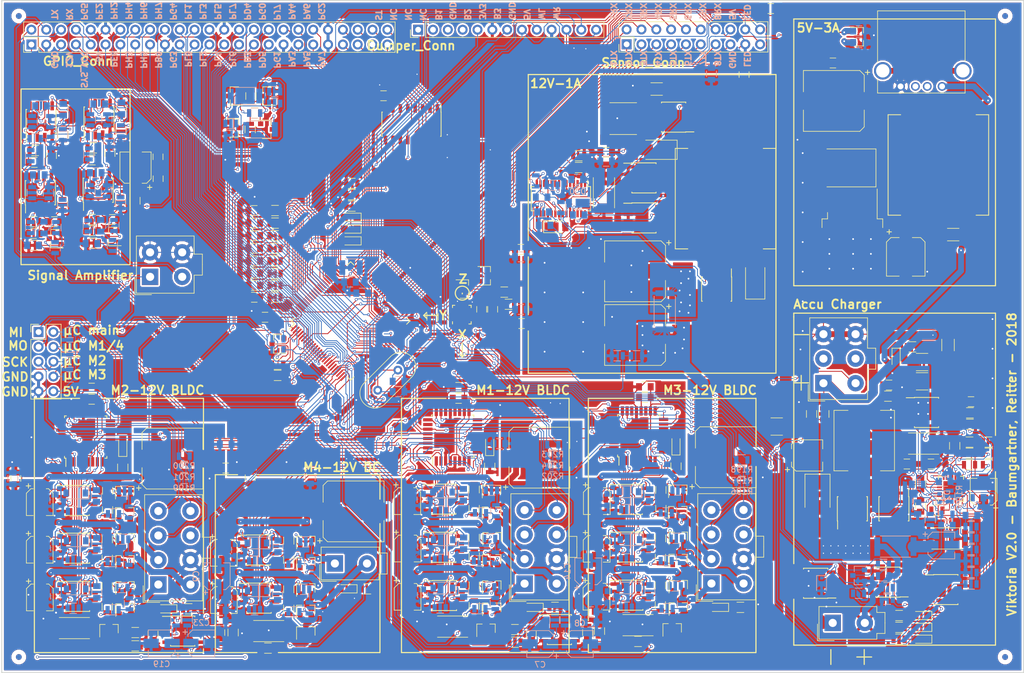
<source format=kicad_pcb>
(kicad_pcb (version 4) (host pcbnew 4.0.6)

  (general
    (links 1163)
    (no_connects 0)
    (area 26.848999 39.802999 202.005001 155.142001)
    (thickness 1.6)
    (drawings 177)
    (tracks 8494)
    (zones 0)
    (modules 487)
    (nets 346)
  )

  (page A4)
  (layers
    (0 F.Cu signal hide)
    (31 B.Cu signal)
    (32 B.Adhes user)
    (33 F.Adhes user)
    (34 B.Paste user)
    (35 F.Paste user)
    (36 B.SilkS user)
    (37 F.SilkS user)
    (38 B.Mask user)
    (39 F.Mask user)
    (40 Dwgs.User user)
    (41 Cmts.User user)
    (42 Eco1.User user)
    (43 Eco2.User user)
    (44 Edge.Cuts user)
    (45 Margin user)
    (46 B.CrtYd user)
    (47 F.CrtYd user)
    (48 B.Fab user)
    (49 F.Fab user)
  )

  (setup
    (last_trace_width 0.125)
    (user_trace_width 0.15)
    (user_trace_width 0.5)
    (user_trace_width 0.98)
    (user_trace_width 1)
    (user_trace_width 1.5)
    (user_trace_width 1.8)
    (user_trace_width 2)
    (user_trace_width 4)
    (trace_clearance 0.125)
    (zone_clearance 0.3)
    (zone_45_only no)
    (trace_min 0.125)
    (segment_width 0.2)
    (edge_width 0.15)
    (via_size 0.45)
    (via_drill 0.2)
    (via_min_size 0.45)
    (via_min_drill 0.2)
    (uvia_size 0.3)
    (uvia_drill 0.1)
    (uvias_allowed no)
    (uvia_min_size 0.3)
    (uvia_min_drill 0.1)
    (pcb_text_width 0.3)
    (pcb_text_size 1.5 1.5)
    (mod_edge_width 0.15)
    (mod_text_size 1 1)
    (mod_text_width 0.15)
    (pad_size 1.524 1.524)
    (pad_drill 0.762)
    (pad_to_mask_clearance 0.2)
    (aux_axis_origin 0 0)
    (visible_elements 7FFCBF9F)
    (pcbplotparams
      (layerselection 0x3ffff_80000001)
      (usegerberextensions false)
      (excludeedgelayer true)
      (linewidth 0.100000)
      (plotframeref false)
      (viasonmask false)
      (mode 1)
      (useauxorigin false)
      (hpglpennumber 1)
      (hpglpenspeed 20)
      (hpglpendiameter 15)
      (hpglpenoverlay 2)
      (psnegative false)
      (psa4output false)
      (plotreference true)
      (plotvalue true)
      (plotinvisibletext true)
      (padsonsilk false)
      (subtractmaskfromsilk false)
      (outputformat 4)
      (mirror true)
      (drillshape 0)
      (scaleselection 1)
      (outputdirectory ../../../Desktop/))
  )

  (net 0 "")
  (net 1 5V)
  (net 2 GND)
  (net 3 "Net-(C2-Pad2)")
  (net 4 "Net-(C4-Pad2)")
  (net 5 "Net-(C6-Pad2)")
  (net 6 Strom_1)
  (net 7 Strom_3)
  (net 8 12V)
  (net 9 "Net-(C15-Pad1)")
  (net 10 "Net-(C15-Pad2)")
  (net 11 "Net-(C16-Pad1)")
  (net 12 "Net-(C16-Pad2)")
  (net 13 Strom_2)
  (net 14 Strom_4)
  (net 15 "Net-(C24-Pad1)")
  (net 16 "Net-(C24-Pad2)")
  (net 17 "Net-(C29-Pad1)")
  (net 18 "Net-(C29-Pad2)")
  (net 19 L1_2)
  (net 20 "Net-(C37-Pad2)")
  (net 21 L1_1)
  (net 22 "Net-(C38-Pad2)")
  (net 23 L1_3)
  (net 24 "Net-(C39-Pad2)")
  (net 25 L2_2)
  (net 26 "Net-(C46-Pad2)")
  (net 27 L2_1)
  (net 28 "Net-(C47-Pad2)")
  (net 29 L2_3)
  (net 30 "Net-(C48-Pad2)")
  (net 31 L3_2)
  (net 32 "Net-(C55-Pad2)")
  (net 33 L3_1)
  (net 34 "Net-(C56-Pad2)")
  (net 35 L3_3)
  (net 36 "Net-(C57-Pad2)")
  (net 37 L1_4)
  (net 38 "Net-(C62-Pad2)")
  (net 39 L2_4)
  (net 40 "Net-(C63-Pad2)")
  (net 41 "Net-(C64-Pad1)")
  (net 42 "Net-(C65-Pad1)")
  (net 43 "Net-(C66-Pad1)")
  (net 44 U_Akku)
  (net 45 U_Lade)
  (net 46 Hall_rad_l)
  (net 47 Hall_rad_r)
  (net 48 Hall_stop)
  (net 49 Hall_bump1)
  (net 50 Hall_bump2)
  (net 51 Hall_bump3)
  (net 52 3.3V)
  (net 53 "Net-(C79-Pad1)")
  (net 54 "Net-(C80-Pad1)")
  (net 55 "Net-(C81-Pad1)")
  (net 56 "Net-(C81-Pad2)")
  (net 57 "Net-(C82-Pad1)")
  (net 58 VREF_AKKU)
  (net 59 SYS_VCC)
  (net 60 "Net-(C85-Pad1)")
  (net 61 "Net-(C86-Pad1)")
  (net 62 "Net-(C87-Pad1)")
  (net 63 "Net-(C90-Pad1)")
  (net 64 "Net-(C90-Pad2)")
  (net 65 "Net-(C91-Pad2)")
  (net 66 "Net-(C92-Pad1)")
  (net 67 "Net-(C97-Pad2)")
  (net 68 "Net-(C98-Pad2)")
  (net 69 "Net-(C99-Pad1)")
  (net 70 "Net-(C100-Pad1)")
  (net 71 "Net-(C101-Pad1)")
  (net 72 "Net-(C101-Pad2)")
  (net 73 "Net-(C102-Pad2)")
  (net 74 "Net-(C105-Pad1)")
  (net 75 "Net-(C105-Pad2)")
  (net 76 "Net-(C106-Pad1)")
  (net 77 "Net-(C106-Pad2)")
  (net 78 "Net-(C107-Pad1)")
  (net 79 OPV_VCC)
  (net 80 "Net-(C111-Pad1)")
  (net 81 "Net-(C114-Pad1)")
  (net 82 "Net-(C115-Pad1)")
  (net 83 "Net-(C116-Pad1)")
  (net 84 "Net-(C116-Pad2)")
  (net 85 "Net-(C117-Pad1)")
  (net 86 "Net-(C117-Pad2)")
  (net 87 "Net-(C118-Pad1)")
  (net 88 "Net-(C118-Pad2)")
  (net 89 "Net-(C119-Pad1)")
  (net 90 "Net-(C119-Pad2)")
  (net 91 "Net-(C120-Pad1)")
  (net 92 "Net-(C121-Pad1)")
  (net 93 "Net-(C122-Pad1)")
  (net 94 "Net-(C122-Pad2)")
  (net 95 "Net-(C123-Pad1)")
  (net 96 "Net-(C123-Pad2)")
  (net 97 Spule_1)
  (net 98 "Net-(C124-Pad2)")
  (net 99 Spule_2)
  (net 100 "Net-(C125-Pad2)")
  (net 101 "Net-(C126-Pad1)")
  (net 102 "Net-(C127-Pad1)")
  (net 103 "Net-(C128-Pad1)")
  (net 104 "Net-(C128-Pad2)")
  (net 105 "Net-(C129-Pad1)")
  (net 106 "Net-(C129-Pad2)")
  (net 107 "Net-(C132-Pad1)")
  (net 108 "Net-(C133-Pad1)")
  (net 109 "Net-(D1-Pad2)")
  (net 110 "Net-(D1-Pad1)")
  (net 111 "Net-(D2-Pad2)")
  (net 112 "Net-(D2-Pad1)")
  (net 113 "Net-(D3-Pad2)")
  (net 114 "Net-(D3-Pad1)")
  (net 115 "Net-(D4-Pad2)")
  (net 116 "Net-(D4-Pad1)")
  (net 117 "Net-(D5-Pad2)")
  (net 118 "Net-(D5-Pad1)")
  (net 119 "Net-(D6-Pad2)")
  (net 120 "Net-(D6-Pad1)")
  (net 121 "Net-(D7-Pad2)")
  (net 122 "Net-(D7-Pad1)")
  (net 123 "Net-(D19-Pad2)")
  (net 124 "Net-(D19-Pad1)")
  (net 125 "Net-(D20-Pad2)")
  (net 126 "Net-(D21-Pad2)")
  (net 127 "Net-(D22-Pad1)")
  (net 128 "Net-(D23-Pad2)")
  (net 129 "Net-(D23-Pad1)")
  (net 130 "Net-(D24-Pad2)")
  (net 131 "Net-(D24-Pad1)")
  (net 132 "Net-(D25-Pad2)")
  (net 133 "Net-(D25-Pad1)")
  (net 134 "Net-(D26-Pad1)")
  (net 135 "Net-(D29-Pad2)")
  (net 136 "Net-(D31-Pad1)")
  (net 137 PACK+)
  (net 138 MISO)
  (net 139 RESET_1)
  (net 140 MOSI)
  (net 141 RESET_2)
  (net 142 SCK)
  (net 143 RESET_3)
  (net 144 RESET_4)
  (net 145 Hall_blau_3)
  (net 146 Hall_gruen_3)
  (net 147 Hall_weiss_3)
  (net 148 Hall_blau_2)
  (net 149 Hall_gruen_2)
  (net 150 Hall_weiss_2)
  (net 151 Hall_blau_1)
  (net 152 Hall_gruen_1)
  (net 153 Hall_weiss_1)
  (net 154 63)
  (net 155 53)
  (net 156 64)
  (net 157 54)
  (net 158 65)
  (net 159 55)
  (net 160 66)
  (net 161 56)
  (net 162 67)
  (net 163 57)
  (net 164 68)
  (net 165 58)
  (net 166 69)
  (net 167 59)
  (net 168 7)
  (net 169 60)
  (net 170 CONN_LED_1)
  (net 171 CONN_LED_2)
  (net 172 UART_TX)
  (net 173 UART_RX)
  (net 174 51)
  (net 175 27)
  (net 176 52)
  (net 177 18)
  (net 178 8)
  (net 179 17)
  (net 180 4)
  (net 181 16)
  (net 182 48)
  (net 183 15)
  (net 184 47)
  (net 185 14)
  (net 186 46)
  (net 187 79)
  (net 188 19)
  (net 189 70)
  (net 190 71)
  (net 191 42)
  (net 192 72)
  (net 193 41)
  (net 194 73)
  (net 195 40)
  (net 196 74)
  (net 197 39)
  (net 198 75)
  (net 199 38)
  (net 200 28)
  (net 201 37)
  (net 202 29)
  (net 203 36)
  (net 204 1)
  (net 205 35)
  (net 206 "Net-(J9-Pad1)")
  (net 207 "Net-(J9-Pad2)")
  (net 208 /ALARM)
  (net 209 "Net-(J11-Pad5)")
  (net 210 Mess_Strom_1)
  (net 211 Mess_Strom_3)
  (net 212 L1_T1)
  (net 213 L1_B1)
  (net 214 L1_T3)
  (net 215 L1_B3)
  (net 216 L2_T1)
  (net 217 L2_B1)
  (net 218 L2_T3)
  (net 219 L2_B3)
  (net 220 L3_T1)
  (net 221 L3_B1)
  (net 222 L3_T3)
  (net 223 L3_B3)
  (net 224 Mess_Strom_2)
  (net 225 Mess_Strom_4)
  (net 226 L1_T2)
  (net 227 L1_B2)
  (net 228 L1_T4)
  (net 229 L1_B4)
  (net 230 L2_T2)
  (net 231 L2_B2)
  (net 232 L3_T2)
  (net 233 L3_B2)
  (net 234 L2_T4)
  (net 235 L2_B4)
  (net 236 "Net-(Q28-Pad1)")
  (net 237 "Net-(Q28-Pad3)")
  (net 238 "Net-(Q29-Pad1)")
  (net 239 "Net-(Q29-Pad3)")
  (net 240 "Net-(Q30-Pad1)")
  (net 241 "Net-(Q30-Pad3)")
  (net 242 "Net-(Q31-Pad1)")
  (net 243 "Net-(Q31-Pad3)")
  (net 244 UART_EN)
  (net 245 "Net-(Q36-Pad4)")
  (net 246 "Net-(Q37-Pad4)")
  (net 247 "Net-(Q39-Pad4)")
  (net 248 "Net-(Q40-Pad4)")
  (net 249 "Net-(Q41-Pad4)")
  (net 250 "Net-(Q42-Pad4)")
  (net 251 daempfung_1)
  (net 252 daempfung_2)
  (net 253 PWM2)
  (net 254 L1_in2)
  (net 255 PWM1)
  (net 256 L1_in1)
  (net 257 PWM3)
  (net 258 L1_in3)
  (net 259 "Net-(R60-Pad2)")
  (net 260 "Net-(R61-Pad2)")
  (net 261 "Net-(R62-Pad2)")
  (net 262 "Net-(R63-Pad2)")
  (net 263 "Net-(R64-Pad2)")
  (net 264 "Net-(R65-Pad2)")
  (net 265 L2_in2)
  (net 266 L2_in1)
  (net 267 L2_in3)
  (net 268 "Net-(R69-Pad2)")
  (net 269 "Net-(R70-Pad2)")
  (net 270 "Net-(R71-Pad2)")
  (net 271 "Net-(R72-Pad2)")
  (net 272 "Net-(R73-Pad2)")
  (net 273 "Net-(R74-Pad2)")
  (net 274 L3_in2)
  (net 275 L3_in1)
  (net 276 L3_in3)
  (net 277 "Net-(R78-Pad2)")
  (net 278 "Net-(R79-Pad2)")
  (net 279 "Net-(R80-Pad2)")
  (net 280 "Net-(R81-Pad2)")
  (net 281 "Net-(R82-Pad2)")
  (net 282 "Net-(R83-Pad2)")
  (net 283 PWM4)
  (net 284 L1_in4)
  (net 285 L2_in4)
  (net 286 "Net-(R86-Pad2)")
  (net 287 "Net-(R87-Pad2)")
  (net 288 "Net-(R88-Pad2)")
  (net 289 "Net-(R89-Pad2)")
  (net 290 "Net-(R91-Pad1)")
  (net 291 LED_1)
  (net 292 LED_2)
  (net 293 Akku_EN)
  (net 294 UART_Akku)
  (net 295 "Net-(R121-Pad2)")
  (net 296 "Net-(R123-Pad2)")
  (net 297 "Net-(R125-Pad2)")
  (net 298 "Net-(R127-Pad2)")
  (net 299 "Net-(R134-Pad1)")
  (net 300 "Net-(R138-Pad2)")
  (net 301 "Net-(R147-Pad1)")
  (net 302 "Net-(R151-Pad2)")
  (net 303 MESS_12V)
  (net 304 L1_sd4)
  (net 305 L2_sd4)
  (net 306 L3_sd1)
  (net 307 SDA)
  (net 308 SCL)
  (net 309 L1_sd1)
  (net 310 L2_sd1)
  (net 311 L3_sd2)
  (net 312 L1_sd2)
  (net 313 L2_sd2)
  (net 314 L3_sd3)
  (net 315 L1_sd3)
  (net 316 L2_sd3)
  (net 317 "Net-(C12-Pad2)")
  (net 318 "Net-(C26-Pad2)")
  (net 319 "Net-(C7-Pad1)")
  (net 320 "Net-(C8-Pad1)")
  (net 321 "Net-(C19-Pad1)")
  (net 322 "Net-(C23-Pad1)")
  (net 323 "Net-(R114-Pad2)")
  (net 324 "Net-(Q1-Pad3)")
  (net 325 "Net-(Q10-Pad2)")
  (net 326 "Net-(Q15-Pad3)")
  (net 327 "Net-(Q16-Pad3)")
  (net 328 "Net-(Q27-Pad3)")
  (net 329 "Net-(Q33-Pad3)")
  (net 330 "Net-(Q43-Pad3)")
  (net 331 "Net-(Q44-Pad3)")
  (net 332 "Net-(R195-Pad2)")
  (net 333 ADC_Input)
  (net 334 ADC4)
  (net 335 ADC6)
  (net 336 ADC7)
  (net 337 ADC5)
  (net 338 ADC3)
  (net 339 ADC0)
  (net 340 ADC1)
  (net 341 ADC2)
  (net 342 SDA_3.3)
  (net 343 SCL_3.3)
  (net 344 "Net-(D20-Pad1)")
  (net 345 "Net-(D21-Pad1)")

  (net_class Default "Dies ist die voreingestellte Netzklasse."
    (clearance 0.125)
    (trace_width 0.125)
    (via_dia 0.45)
    (via_drill 0.2)
    (uvia_dia 0.3)
    (uvia_drill 0.1)
    (add_net /ALARM)
    (add_net 1)
    (add_net 12V)
    (add_net 14)
    (add_net 15)
    (add_net 16)
    (add_net 17)
    (add_net 18)
    (add_net 19)
    (add_net 27)
    (add_net 28)
    (add_net 29)
    (add_net 3.3V)
    (add_net 35)
    (add_net 36)
    (add_net 37)
    (add_net 38)
    (add_net 39)
    (add_net 4)
    (add_net 40)
    (add_net 41)
    (add_net 42)
    (add_net 46)
    (add_net 47)
    (add_net 48)
    (add_net 51)
    (add_net 52)
    (add_net 53)
    (add_net 54)
    (add_net 55)
    (add_net 56)
    (add_net 57)
    (add_net 58)
    (add_net 59)
    (add_net 5V)
    (add_net 60)
    (add_net 63)
    (add_net 64)
    (add_net 65)
    (add_net 66)
    (add_net 67)
    (add_net 68)
    (add_net 69)
    (add_net 7)
    (add_net 70)
    (add_net 71)
    (add_net 72)
    (add_net 73)
    (add_net 74)
    (add_net 75)
    (add_net 79)
    (add_net 8)
    (add_net ADC0)
    (add_net ADC1)
    (add_net ADC2)
    (add_net ADC3)
    (add_net ADC4)
    (add_net ADC5)
    (add_net ADC6)
    (add_net ADC7)
    (add_net ADC_Input)
    (add_net Akku_EN)
    (add_net CONN_LED_1)
    (add_net CONN_LED_2)
    (add_net GND)
    (add_net Hall_blau_1)
    (add_net Hall_blau_2)
    (add_net Hall_blau_3)
    (add_net Hall_bump1)
    (add_net Hall_bump2)
    (add_net Hall_bump3)
    (add_net Hall_gruen_1)
    (add_net Hall_gruen_2)
    (add_net Hall_gruen_3)
    (add_net Hall_rad_l)
    (add_net Hall_rad_r)
    (add_net Hall_stop)
    (add_net Hall_weiss_1)
    (add_net Hall_weiss_2)
    (add_net Hall_weiss_3)
    (add_net L1_1)
    (add_net L1_2)
    (add_net L1_3)
    (add_net L1_4)
    (add_net L1_B1)
    (add_net L1_B2)
    (add_net L1_B3)
    (add_net L1_B4)
    (add_net L1_T1)
    (add_net L1_T2)
    (add_net L1_T3)
    (add_net L1_T4)
    (add_net L1_in1)
    (add_net L1_in2)
    (add_net L1_in3)
    (add_net L1_in4)
    (add_net L1_sd1)
    (add_net L1_sd2)
    (add_net L1_sd3)
    (add_net L1_sd4)
    (add_net L2_1)
    (add_net L2_2)
    (add_net L2_3)
    (add_net L2_4)
    (add_net L2_B1)
    (add_net L2_B2)
    (add_net L2_B3)
    (add_net L2_B4)
    (add_net L2_T1)
    (add_net L2_T2)
    (add_net L2_T3)
    (add_net L2_T4)
    (add_net L2_in1)
    (add_net L2_in2)
    (add_net L2_in3)
    (add_net L2_in4)
    (add_net L2_sd1)
    (add_net L2_sd2)
    (add_net L2_sd3)
    (add_net L2_sd4)
    (add_net L3_1)
    (add_net L3_2)
    (add_net L3_3)
    (add_net L3_B1)
    (add_net L3_B2)
    (add_net L3_B3)
    (add_net L3_T1)
    (add_net L3_T2)
    (add_net L3_T3)
    (add_net L3_in1)
    (add_net L3_in2)
    (add_net L3_in3)
    (add_net L3_sd1)
    (add_net L3_sd2)
    (add_net L3_sd3)
    (add_net LED_1)
    (add_net LED_2)
    (add_net MESS_12V)
    (add_net MISO)
    (add_net MOSI)
    (add_net Mess_Strom_1)
    (add_net Mess_Strom_2)
    (add_net Mess_Strom_3)
    (add_net Mess_Strom_4)
    (add_net "Net-(C100-Pad1)")
    (add_net "Net-(C101-Pad1)")
    (add_net "Net-(C101-Pad2)")
    (add_net "Net-(C102-Pad2)")
    (add_net "Net-(C105-Pad1)")
    (add_net "Net-(C105-Pad2)")
    (add_net "Net-(C106-Pad1)")
    (add_net "Net-(C106-Pad2)")
    (add_net "Net-(C107-Pad1)")
    (add_net "Net-(C111-Pad1)")
    (add_net "Net-(C114-Pad1)")
    (add_net "Net-(C115-Pad1)")
    (add_net "Net-(C116-Pad1)")
    (add_net "Net-(C116-Pad2)")
    (add_net "Net-(C117-Pad1)")
    (add_net "Net-(C117-Pad2)")
    (add_net "Net-(C118-Pad1)")
    (add_net "Net-(C118-Pad2)")
    (add_net "Net-(C119-Pad1)")
    (add_net "Net-(C119-Pad2)")
    (add_net "Net-(C12-Pad2)")
    (add_net "Net-(C120-Pad1)")
    (add_net "Net-(C121-Pad1)")
    (add_net "Net-(C122-Pad1)")
    (add_net "Net-(C122-Pad2)")
    (add_net "Net-(C123-Pad1)")
    (add_net "Net-(C123-Pad2)")
    (add_net "Net-(C124-Pad2)")
    (add_net "Net-(C125-Pad2)")
    (add_net "Net-(C126-Pad1)")
    (add_net "Net-(C127-Pad1)")
    (add_net "Net-(C128-Pad1)")
    (add_net "Net-(C128-Pad2)")
    (add_net "Net-(C129-Pad1)")
    (add_net "Net-(C129-Pad2)")
    (add_net "Net-(C132-Pad1)")
    (add_net "Net-(C133-Pad1)")
    (add_net "Net-(C15-Pad1)")
    (add_net "Net-(C15-Pad2)")
    (add_net "Net-(C16-Pad1)")
    (add_net "Net-(C16-Pad2)")
    (add_net "Net-(C19-Pad1)")
    (add_net "Net-(C2-Pad2)")
    (add_net "Net-(C23-Pad1)")
    (add_net "Net-(C24-Pad1)")
    (add_net "Net-(C24-Pad2)")
    (add_net "Net-(C26-Pad2)")
    (add_net "Net-(C29-Pad1)")
    (add_net "Net-(C29-Pad2)")
    (add_net "Net-(C37-Pad2)")
    (add_net "Net-(C38-Pad2)")
    (add_net "Net-(C39-Pad2)")
    (add_net "Net-(C4-Pad2)")
    (add_net "Net-(C46-Pad2)")
    (add_net "Net-(C47-Pad2)")
    (add_net "Net-(C48-Pad2)")
    (add_net "Net-(C55-Pad2)")
    (add_net "Net-(C56-Pad2)")
    (add_net "Net-(C57-Pad2)")
    (add_net "Net-(C6-Pad2)")
    (add_net "Net-(C62-Pad2)")
    (add_net "Net-(C63-Pad2)")
    (add_net "Net-(C64-Pad1)")
    (add_net "Net-(C65-Pad1)")
    (add_net "Net-(C66-Pad1)")
    (add_net "Net-(C7-Pad1)")
    (add_net "Net-(C79-Pad1)")
    (add_net "Net-(C8-Pad1)")
    (add_net "Net-(C80-Pad1)")
    (add_net "Net-(C81-Pad1)")
    (add_net "Net-(C81-Pad2)")
    (add_net "Net-(C82-Pad1)")
    (add_net "Net-(C85-Pad1)")
    (add_net "Net-(C86-Pad1)")
    (add_net "Net-(C87-Pad1)")
    (add_net "Net-(C90-Pad1)")
    (add_net "Net-(C90-Pad2)")
    (add_net "Net-(C91-Pad2)")
    (add_net "Net-(C92-Pad1)")
    (add_net "Net-(C97-Pad2)")
    (add_net "Net-(C98-Pad2)")
    (add_net "Net-(C99-Pad1)")
    (add_net "Net-(D1-Pad1)")
    (add_net "Net-(D1-Pad2)")
    (add_net "Net-(D19-Pad1)")
    (add_net "Net-(D19-Pad2)")
    (add_net "Net-(D2-Pad1)")
    (add_net "Net-(D2-Pad2)")
    (add_net "Net-(D20-Pad1)")
    (add_net "Net-(D20-Pad2)")
    (add_net "Net-(D21-Pad1)")
    (add_net "Net-(D21-Pad2)")
    (add_net "Net-(D22-Pad1)")
    (add_net "Net-(D23-Pad1)")
    (add_net "Net-(D23-Pad2)")
    (add_net "Net-(D24-Pad1)")
    (add_net "Net-(D24-Pad2)")
    (add_net "Net-(D25-Pad1)")
    (add_net "Net-(D25-Pad2)")
    (add_net "Net-(D26-Pad1)")
    (add_net "Net-(D29-Pad2)")
    (add_net "Net-(D3-Pad1)")
    (add_net "Net-(D3-Pad2)")
    (add_net "Net-(D31-Pad1)")
    (add_net "Net-(D4-Pad1)")
    (add_net "Net-(D4-Pad2)")
    (add_net "Net-(D5-Pad1)")
    (add_net "Net-(D5-Pad2)")
    (add_net "Net-(D6-Pad1)")
    (add_net "Net-(D6-Pad2)")
    (add_net "Net-(D7-Pad1)")
    (add_net "Net-(D7-Pad2)")
    (add_net "Net-(J11-Pad5)")
    (add_net "Net-(J9-Pad1)")
    (add_net "Net-(J9-Pad2)")
    (add_net "Net-(Q1-Pad3)")
    (add_net "Net-(Q10-Pad2)")
    (add_net "Net-(Q15-Pad3)")
    (add_net "Net-(Q16-Pad3)")
    (add_net "Net-(Q27-Pad3)")
    (add_net "Net-(Q28-Pad1)")
    (add_net "Net-(Q28-Pad3)")
    (add_net "Net-(Q29-Pad1)")
    (add_net "Net-(Q29-Pad3)")
    (add_net "Net-(Q30-Pad1)")
    (add_net "Net-(Q30-Pad3)")
    (add_net "Net-(Q31-Pad1)")
    (add_net "Net-(Q31-Pad3)")
    (add_net "Net-(Q33-Pad3)")
    (add_net "Net-(Q36-Pad4)")
    (add_net "Net-(Q37-Pad4)")
    (add_net "Net-(Q39-Pad4)")
    (add_net "Net-(Q40-Pad4)")
    (add_net "Net-(Q41-Pad4)")
    (add_net "Net-(Q42-Pad4)")
    (add_net "Net-(Q43-Pad3)")
    (add_net "Net-(Q44-Pad3)")
    (add_net "Net-(R114-Pad2)")
    (add_net "Net-(R121-Pad2)")
    (add_net "Net-(R123-Pad2)")
    (add_net "Net-(R125-Pad2)")
    (add_net "Net-(R127-Pad2)")
    (add_net "Net-(R134-Pad1)")
    (add_net "Net-(R138-Pad2)")
    (add_net "Net-(R147-Pad1)")
    (add_net "Net-(R151-Pad2)")
    (add_net "Net-(R195-Pad2)")
    (add_net "Net-(R60-Pad2)")
    (add_net "Net-(R61-Pad2)")
    (add_net "Net-(R62-Pad2)")
    (add_net "Net-(R63-Pad2)")
    (add_net "Net-(R64-Pad2)")
    (add_net "Net-(R65-Pad2)")
    (add_net "Net-(R69-Pad2)")
    (add_net "Net-(R70-Pad2)")
    (add_net "Net-(R71-Pad2)")
    (add_net "Net-(R72-Pad2)")
    (add_net "Net-(R73-Pad2)")
    (add_net "Net-(R74-Pad2)")
    (add_net "Net-(R78-Pad2)")
    (add_net "Net-(R79-Pad2)")
    (add_net "Net-(R80-Pad2)")
    (add_net "Net-(R81-Pad2)")
    (add_net "Net-(R82-Pad2)")
    (add_net "Net-(R83-Pad2)")
    (add_net "Net-(R86-Pad2)")
    (add_net "Net-(R87-Pad2)")
    (add_net "Net-(R88-Pad2)")
    (add_net "Net-(R89-Pad2)")
    (add_net "Net-(R91-Pad1)")
    (add_net OPV_VCC)
    (add_net PACK+)
    (add_net PWM1)
    (add_net PWM2)
    (add_net PWM3)
    (add_net PWM4)
    (add_net RESET_1)
    (add_net RESET_2)
    (add_net RESET_3)
    (add_net RESET_4)
    (add_net SCK)
    (add_net SCL)
    (add_net SCL_3.3)
    (add_net SDA)
    (add_net SDA_3.3)
    (add_net SYS_VCC)
    (add_net Spule_1)
    (add_net Spule_2)
    (add_net Strom_1)
    (add_net Strom_2)
    (add_net Strom_3)
    (add_net Strom_4)
    (add_net UART_Akku)
    (add_net UART_EN)
    (add_net UART_RX)
    (add_net UART_TX)
    (add_net U_Akku)
    (add_net U_Lade)
    (add_net VREF_AKKU)
    (add_net daempfung_1)
    (add_net daempfung_2)
  )

  (net_class MOSFET ""
    (clearance 0.25)
    (trace_width 1)
    (via_dia 0.5)
    (via_drill 0.3)
    (uvia_dia 0.3)
    (uvia_drill 0.1)
  )

  (module TO_SOT_Packages_SMD:SOT-23 (layer F.Cu) (tedit 5A1597A8) (tstamp 5A07DA6A)
    (at 142.7734 140.0302 90)
    (descr "SOT-23, Standard")
    (tags SOT-23)
    (path /59EBD70F/59EC9D64)
    (attr smd)
    (fp_text reference Q13 (at 0 -2.5 90) (layer F.SilkS) hide
      (effects (font (size 1 1) (thickness 0.15)))
    )
    (fp_text value Q_NMOS_GDS (at 0 2.5 90) (layer F.Fab)
      (effects (font (size 1 1) (thickness 0.15)))
    )
    (fp_text user %R (at 0 0 180) (layer F.Fab)
      (effects (font (size 0.5 0.5) (thickness 0.075)))
    )
    (fp_line (start -0.7 -0.95) (end -0.7 1.5) (layer F.Fab) (width 0.1))
    (fp_line (start -0.15 -1.52) (end 0.7 -1.52) (layer F.Fab) (width 0.1))
    (fp_line (start -0.7 -0.95) (end -0.15 -1.52) (layer F.Fab) (width 0.1))
    (fp_line (start 0.7 -1.52) (end 0.7 1.52) (layer F.Fab) (width 0.1))
    (fp_line (start -0.7 1.52) (end 0.7 1.52) (layer F.Fab) (width 0.1))
    (fp_line (start 0.76 1.58) (end 0.76 0.65) (layer F.SilkS) (width 0.12))
    (fp_line (start 0.76 -1.58) (end 0.76 -0.65) (layer F.SilkS) (width 0.12))
    (fp_line (start -1.7 -1.75) (end 1.7 -1.75) (layer F.CrtYd) (width 0.05))
    (fp_line (start 1.7 -1.75) (end 1.7 1.75) (layer F.CrtYd) (width 0.05))
    (fp_line (start 1.7 1.75) (end -1.7 1.75) (layer F.CrtYd) (width 0.05))
    (fp_line (start -1.7 1.75) (end -1.7 -1.75) (layer F.CrtYd) (width 0.05))
    (fp_line (start 0.76 -1.58) (end -1.4 -1.58) (layer F.SilkS) (width 0.12))
    (fp_line (start 0.76 1.58) (end -0.7 1.58) (layer F.SilkS) (width 0.12))
    (pad 1 smd rect (at -1 -0.95 90) (size 0.9 0.8) (layers F.Cu F.Paste F.Mask)
      (net 222 L3_T3))
    (pad 2 smd rect (at -1 0.95 90) (size 0.9 0.8) (layers F.Cu F.Paste F.Mask)
      (net 35 L3_3))
    (pad 3 smd rect (at 1 0 90) (size 0.9 0.8) (layers F.Cu F.Paste F.Mask)
      (net 59 SYS_VCC))
    (model ${KISYS3DMOD}/TO_SOT_Packages_SMD.3dshapes/SOT-23.wrl
      (at (xyz 0 0 0))
      (scale (xyz 1 1 1))
      (rotate (xyz 0 0 0))
    )
  )

  (module TO_SOT_Packages_SMD:SOT-23 (layer F.Cu) (tedit 5A1597C8) (tstamp 5A07DA52)
    (at 142.7734 131.7498 90)
    (descr "SOT-23, Standard")
    (tags SOT-23)
    (path /59EBD70F/59EC9D58)
    (attr smd)
    (fp_text reference Q9 (at 0 -2.5 90) (layer F.SilkS) hide
      (effects (font (size 1 1) (thickness 0.15)))
    )
    (fp_text value Q_NMOS_GDS (at 0 2.5 90) (layer F.Fab)
      (effects (font (size 1 1) (thickness 0.15)))
    )
    (fp_text user %R (at 0 0 180) (layer F.Fab)
      (effects (font (size 0.5 0.5) (thickness 0.075)))
    )
    (fp_line (start -0.7 -0.95) (end -0.7 1.5) (layer F.Fab) (width 0.1))
    (fp_line (start -0.15 -1.52) (end 0.7 -1.52) (layer F.Fab) (width 0.1))
    (fp_line (start -0.7 -0.95) (end -0.15 -1.52) (layer F.Fab) (width 0.1))
    (fp_line (start 0.7 -1.52) (end 0.7 1.52) (layer F.Fab) (width 0.1))
    (fp_line (start -0.7 1.52) (end 0.7 1.52) (layer F.Fab) (width 0.1))
    (fp_line (start 0.76 1.58) (end 0.76 0.65) (layer F.SilkS) (width 0.12))
    (fp_line (start 0.76 -1.58) (end 0.76 -0.65) (layer F.SilkS) (width 0.12))
    (fp_line (start -1.7 -1.75) (end 1.7 -1.75) (layer F.CrtYd) (width 0.05))
    (fp_line (start 1.7 -1.75) (end 1.7 1.75) (layer F.CrtYd) (width 0.05))
    (fp_line (start 1.7 1.75) (end -1.7 1.75) (layer F.CrtYd) (width 0.05))
    (fp_line (start -1.7 1.75) (end -1.7 -1.75) (layer F.CrtYd) (width 0.05))
    (fp_line (start 0.76 -1.58) (end -1.4 -1.58) (layer F.SilkS) (width 0.12))
    (fp_line (start 0.76 1.58) (end -0.7 1.58) (layer F.SilkS) (width 0.12))
    (pad 1 smd rect (at -1 -0.95 90) (size 0.9 0.8) (layers F.Cu F.Paste F.Mask)
      (net 218 L2_T3))
    (pad 2 smd rect (at -1 0.95 90) (size 0.9 0.8) (layers F.Cu F.Paste F.Mask)
      (net 29 L2_3))
    (pad 3 smd rect (at 1 0 90) (size 0.9 0.8) (layers F.Cu F.Paste F.Mask)
      (net 59 SYS_VCC))
    (model ${KISYS3DMOD}/TO_SOT_Packages_SMD.3dshapes/SOT-23.wrl
      (at (xyz 0 0 0))
      (scale (xyz 1 1 1))
      (rotate (xyz 0 0 0))
    )
  )

  (module TO_SOT_Packages_SMD:SOT-23 (layer F.Cu) (tedit 5A1597D1) (tstamp 5A07DA40)
    (at 142.6972 127.3556 90)
    (descr "SOT-23, Standard")
    (tags SOT-23)
    (path /59EBD70F/59EC9D7E)
    (attr smd)
    (fp_text reference Q6 (at 0 -2.5 90) (layer F.SilkS) hide
      (effects (font (size 1 1) (thickness 0.15)))
    )
    (fp_text value Q_NMOS_GDS (at 0 2.5 90) (layer F.Fab)
      (effects (font (size 1 1) (thickness 0.15)))
    )
    (fp_text user %R (at 0 0 180) (layer F.Fab)
      (effects (font (size 0.5 0.5) (thickness 0.075)))
    )
    (fp_line (start -0.7 -0.95) (end -0.7 1.5) (layer F.Fab) (width 0.1))
    (fp_line (start -0.15 -1.52) (end 0.7 -1.52) (layer F.Fab) (width 0.1))
    (fp_line (start -0.7 -0.95) (end -0.15 -1.52) (layer F.Fab) (width 0.1))
    (fp_line (start 0.7 -1.52) (end 0.7 1.52) (layer F.Fab) (width 0.1))
    (fp_line (start -0.7 1.52) (end 0.7 1.52) (layer F.Fab) (width 0.1))
    (fp_line (start 0.76 1.58) (end 0.76 0.65) (layer F.SilkS) (width 0.12))
    (fp_line (start 0.76 -1.58) (end 0.76 -0.65) (layer F.SilkS) (width 0.12))
    (fp_line (start -1.7 -1.75) (end 1.7 -1.75) (layer F.CrtYd) (width 0.05))
    (fp_line (start 1.7 -1.75) (end 1.7 1.75) (layer F.CrtYd) (width 0.05))
    (fp_line (start 1.7 1.75) (end -1.7 1.75) (layer F.CrtYd) (width 0.05))
    (fp_line (start -1.7 1.75) (end -1.7 -1.75) (layer F.CrtYd) (width 0.05))
    (fp_line (start 0.76 -1.58) (end -1.4 -1.58) (layer F.SilkS) (width 0.12))
    (fp_line (start 0.76 1.58) (end -0.7 1.58) (layer F.SilkS) (width 0.12))
    (pad 1 smd rect (at -1 -0.95 90) (size 0.9 0.8) (layers F.Cu F.Paste F.Mask)
      (net 215 L1_B3))
    (pad 2 smd rect (at -1 0.95 90) (size 0.9 0.8) (layers F.Cu F.Paste F.Mask)
      (net 325 "Net-(Q10-Pad2)"))
    (pad 3 smd rect (at 1 0 90) (size 0.9 0.8) (layers F.Cu F.Paste F.Mask)
      (net 23 L1_3))
    (model ${KISYS3DMOD}/TO_SOT_Packages_SMD.3dshapes/SOT-23.wrl
      (at (xyz 0 0 0))
      (scale (xyz 1 1 1))
      (rotate (xyz 0 0 0))
    )
  )

  (module TO_SOT_Packages_SMD:SOT-23 (layer F.Cu) (tedit 5A1597D5) (tstamp 5A07DA3A)
    (at 142.6972 123.698 90)
    (descr "SOT-23, Standard")
    (tags SOT-23)
    (path /59EBD70F/59EC9D52)
    (attr smd)
    (fp_text reference Q5 (at 0 -2.5 90) (layer F.SilkS) hide
      (effects (font (size 1 1) (thickness 0.15)))
    )
    (fp_text value Q_NMOS_GDS (at 0 2.5 90) (layer F.Fab)
      (effects (font (size 1 1) (thickness 0.15)))
    )
    (fp_text user %R (at 0 0 180) (layer F.Fab)
      (effects (font (size 0.5 0.5) (thickness 0.075)))
    )
    (fp_line (start -0.7 -0.95) (end -0.7 1.5) (layer F.Fab) (width 0.1))
    (fp_line (start -0.15 -1.52) (end 0.7 -1.52) (layer F.Fab) (width 0.1))
    (fp_line (start -0.7 -0.95) (end -0.15 -1.52) (layer F.Fab) (width 0.1))
    (fp_line (start 0.7 -1.52) (end 0.7 1.52) (layer F.Fab) (width 0.1))
    (fp_line (start -0.7 1.52) (end 0.7 1.52) (layer F.Fab) (width 0.1))
    (fp_line (start 0.76 1.58) (end 0.76 0.65) (layer F.SilkS) (width 0.12))
    (fp_line (start 0.76 -1.58) (end 0.76 -0.65) (layer F.SilkS) (width 0.12))
    (fp_line (start -1.7 -1.75) (end 1.7 -1.75) (layer F.CrtYd) (width 0.05))
    (fp_line (start 1.7 -1.75) (end 1.7 1.75) (layer F.CrtYd) (width 0.05))
    (fp_line (start 1.7 1.75) (end -1.7 1.75) (layer F.CrtYd) (width 0.05))
    (fp_line (start -1.7 1.75) (end -1.7 -1.75) (layer F.CrtYd) (width 0.05))
    (fp_line (start 0.76 -1.58) (end -1.4 -1.58) (layer F.SilkS) (width 0.12))
    (fp_line (start 0.76 1.58) (end -0.7 1.58) (layer F.SilkS) (width 0.12))
    (pad 1 smd rect (at -1 -0.95 90) (size 0.9 0.8) (layers F.Cu F.Paste F.Mask)
      (net 214 L1_T3))
    (pad 2 smd rect (at -1 0.95 90) (size 0.9 0.8) (layers F.Cu F.Paste F.Mask)
      (net 23 L1_3))
    (pad 3 smd rect (at 1 0 90) (size 0.9 0.8) (layers F.Cu F.Paste F.Mask)
      (net 59 SYS_VCC))
    (model ${KISYS3DMOD}/TO_SOT_Packages_SMD.3dshapes/SOT-23.wrl
      (at (xyz 0 0 0))
      (scale (xyz 1 1 1))
      (rotate (xyz 0 0 0))
    )
  )

  (module TO_SOT_Packages_SMD:SOT-23 (layer F.Cu) (tedit 5A15973D) (tstamp 5A07DA5E)
    (at 110.8456 140.1064 90)
    (descr "SOT-23, Standard")
    (tags SOT-23)
    (path /59EBD70F/59EBD938)
    (attr smd)
    (fp_text reference Q11 (at 0 -2.5 90) (layer F.SilkS) hide
      (effects (font (size 1 1) (thickness 0.15)))
    )
    (fp_text value Q_NMOS_GDS (at 0 2.5 90) (layer F.Fab)
      (effects (font (size 1 1) (thickness 0.15)))
    )
    (fp_text user %R (at 0 0 180) (layer F.Fab)
      (effects (font (size 0.5 0.5) (thickness 0.075)))
    )
    (fp_line (start -0.7 -0.95) (end -0.7 1.5) (layer F.Fab) (width 0.1))
    (fp_line (start -0.15 -1.52) (end 0.7 -1.52) (layer F.Fab) (width 0.1))
    (fp_line (start -0.7 -0.95) (end -0.15 -1.52) (layer F.Fab) (width 0.1))
    (fp_line (start 0.7 -1.52) (end 0.7 1.52) (layer F.Fab) (width 0.1))
    (fp_line (start -0.7 1.52) (end 0.7 1.52) (layer F.Fab) (width 0.1))
    (fp_line (start 0.76 1.58) (end 0.76 0.65) (layer F.SilkS) (width 0.12))
    (fp_line (start 0.76 -1.58) (end 0.76 -0.65) (layer F.SilkS) (width 0.12))
    (fp_line (start -1.7 -1.75) (end 1.7 -1.75) (layer F.CrtYd) (width 0.05))
    (fp_line (start 1.7 -1.75) (end 1.7 1.75) (layer F.CrtYd) (width 0.05))
    (fp_line (start 1.7 1.75) (end -1.7 1.75) (layer F.CrtYd) (width 0.05))
    (fp_line (start -1.7 1.75) (end -1.7 -1.75) (layer F.CrtYd) (width 0.05))
    (fp_line (start 0.76 -1.58) (end -1.4 -1.58) (layer F.SilkS) (width 0.12))
    (fp_line (start 0.76 1.58) (end -0.7 1.58) (layer F.SilkS) (width 0.12))
    (pad 1 smd rect (at -1 -0.95 90) (size 0.9 0.8) (layers F.Cu F.Paste F.Mask)
      (net 220 L3_T1))
    (pad 2 smd rect (at -1 0.95 90) (size 0.9 0.8) (layers F.Cu F.Paste F.Mask)
      (net 33 L3_1))
    (pad 3 smd rect (at 1 0 90) (size 0.9 0.8) (layers F.Cu F.Paste F.Mask)
      (net 59 SYS_VCC))
    (model ${KISYS3DMOD}/TO_SOT_Packages_SMD.3dshapes/SOT-23.wrl
      (at (xyz 0 0 0))
      (scale (xyz 1 1 1))
      (rotate (xyz 0 0 0))
    )
  )

  (module Housings_SOIC:SOIC-8_3.9x4.9mm_Pitch1.27mm (layer F.Cu) (tedit 5A159735) (tstamp 5A071824)
    (at 102.743 141.859)
    (descr "8-Lead Plastic Small Outline (SN) - Narrow, 3.90 mm Body [SOIC] (see Microchip Packaging Specification 00000049BS.pdf)")
    (tags "SOIC 1.27")
    (path /59EDB876/59EDD5CA)
    (attr smd)
    (fp_text reference U13 (at 0 -3.5) (layer F.SilkS) hide
      (effects (font (size 1 1) (thickness 0.15)))
    )
    (fp_text value IR2104 (at 0 3.5) (layer F.Fab)
      (effects (font (size 1 1) (thickness 0.15)))
    )
    (fp_text user %R (at 0 0) (layer F.Fab)
      (effects (font (size 1 1) (thickness 0.15)))
    )
    (fp_line (start -0.95 -2.45) (end 1.95 -2.45) (layer F.Fab) (width 0.1))
    (fp_line (start 1.95 -2.45) (end 1.95 2.45) (layer F.Fab) (width 0.1))
    (fp_line (start 1.95 2.45) (end -1.95 2.45) (layer F.Fab) (width 0.1))
    (fp_line (start -1.95 2.45) (end -1.95 -1.45) (layer F.Fab) (width 0.1))
    (fp_line (start -1.95 -1.45) (end -0.95 -2.45) (layer F.Fab) (width 0.1))
    (fp_line (start -3.73 -2.7) (end -3.73 2.7) (layer F.CrtYd) (width 0.05))
    (fp_line (start 3.73 -2.7) (end 3.73 2.7) (layer F.CrtYd) (width 0.05))
    (fp_line (start -3.73 -2.7) (end 3.73 -2.7) (layer F.CrtYd) (width 0.05))
    (fp_line (start -3.73 2.7) (end 3.73 2.7) (layer F.CrtYd) (width 0.05))
    (fp_line (start -2.075 -2.575) (end -2.075 -2.525) (layer F.SilkS) (width 0.15))
    (fp_line (start 2.075 -2.575) (end 2.075 -2.43) (layer F.SilkS) (width 0.15))
    (fp_line (start 2.075 2.575) (end 2.075 2.43) (layer F.SilkS) (width 0.15))
    (fp_line (start -2.075 2.575) (end -2.075 2.43) (layer F.SilkS) (width 0.15))
    (fp_line (start -2.075 -2.575) (end 2.075 -2.575) (layer F.SilkS) (width 0.15))
    (fp_line (start -2.075 2.575) (end 2.075 2.575) (layer F.SilkS) (width 0.15))
    (fp_line (start -2.075 -2.525) (end -3.475 -2.525) (layer F.SilkS) (width 0.15))
    (pad 1 smd rect (at -2.7 -1.905) (size 1.55 0.6) (layers F.Cu F.Paste F.Mask)
      (net 59 SYS_VCC))
    (pad 2 smd rect (at -2.7 -0.635) (size 1.55 0.6) (layers F.Cu F.Paste F.Mask)
      (net 275 L3_in1))
    (pad 3 smd rect (at -2.7 0.635) (size 1.55 0.6) (layers F.Cu F.Paste F.Mask)
      (net 306 L3_sd1))
    (pad 4 smd rect (at -2.7 1.905) (size 1.55 0.6) (layers F.Cu F.Paste F.Mask)
      (net 2 GND))
    (pad 5 smd rect (at 2.7 1.905) (size 1.55 0.6) (layers F.Cu F.Paste F.Mask)
      (net 280 "Net-(R81-Pad2)"))
    (pad 6 smd rect (at 2.7 0.635) (size 1.55 0.6) (layers F.Cu F.Paste F.Mask)
      (net 33 L3_1))
    (pad 7 smd rect (at 2.7 -0.635) (size 1.55 0.6) (layers F.Cu F.Paste F.Mask)
      (net 279 "Net-(R80-Pad2)"))
    (pad 8 smd rect (at 2.7 -1.905) (size 1.55 0.6) (layers F.Cu F.Paste F.Mask)
      (net 34 "Net-(C56-Pad2)"))
    (model ${KISYS3DMOD}/Housings_SOIC.3dshapes/SOIC-8_3.9x4.9mm_Pitch1.27mm.wrl
      (at (xyz 0 0 0))
      (scale (xyz 1 1 1))
      (rotate (xyz 0 0 0))
    )
  )

  (module TO_SOT_Packages_SMD:SOT-23 (layer F.Cu) (tedit 5A15970B) (tstamp 5A07DA2E)
    (at 110.7948 123.7488 90)
    (descr "SOT-23, Standard")
    (tags SOT-23)
    (path /59EBD70F/59EBD72A)
    (attr smd)
    (fp_text reference Q3 (at 0 -2.5 90) (layer F.SilkS) hide
      (effects (font (size 1 1) (thickness 0.15)))
    )
    (fp_text value Q_NMOS_GDS (at 0 2.5 90) (layer F.Fab)
      (effects (font (size 1 1) (thickness 0.15)))
    )
    (fp_text user %R (at 0 0 180) (layer F.Fab)
      (effects (font (size 0.5 0.5) (thickness 0.075)))
    )
    (fp_line (start -0.7 -0.95) (end -0.7 1.5) (layer F.Fab) (width 0.1))
    (fp_line (start -0.15 -1.52) (end 0.7 -1.52) (layer F.Fab) (width 0.1))
    (fp_line (start -0.7 -0.95) (end -0.15 -1.52) (layer F.Fab) (width 0.1))
    (fp_line (start 0.7 -1.52) (end 0.7 1.52) (layer F.Fab) (width 0.1))
    (fp_line (start -0.7 1.52) (end 0.7 1.52) (layer F.Fab) (width 0.1))
    (fp_line (start 0.76 1.58) (end 0.76 0.65) (layer F.SilkS) (width 0.12))
    (fp_line (start 0.76 -1.58) (end 0.76 -0.65) (layer F.SilkS) (width 0.12))
    (fp_line (start -1.7 -1.75) (end 1.7 -1.75) (layer F.CrtYd) (width 0.05))
    (fp_line (start 1.7 -1.75) (end 1.7 1.75) (layer F.CrtYd) (width 0.05))
    (fp_line (start 1.7 1.75) (end -1.7 1.75) (layer F.CrtYd) (width 0.05))
    (fp_line (start -1.7 1.75) (end -1.7 -1.75) (layer F.CrtYd) (width 0.05))
    (fp_line (start 0.76 -1.58) (end -1.4 -1.58) (layer F.SilkS) (width 0.12))
    (fp_line (start 0.76 1.58) (end -0.7 1.58) (layer F.SilkS) (width 0.12))
    (pad 1 smd rect (at -1 -0.95 90) (size 0.9 0.8) (layers F.Cu F.Paste F.Mask)
      (net 212 L1_T1))
    (pad 2 smd rect (at -1 0.95 90) (size 0.9 0.8) (layers F.Cu F.Paste F.Mask)
      (net 21 L1_1))
    (pad 3 smd rect (at 1 0 90) (size 0.9 0.8) (layers F.Cu F.Paste F.Mask)
      (net 59 SYS_VCC))
    (model ${KISYS3DMOD}/TO_SOT_Packages_SMD.3dshapes/SOT-23.wrl
      (at (xyz 0 0 0))
      (scale (xyz 1 1 1))
      (rotate (xyz 0 0 0))
    )
  )

  (module TO_SOT_Packages_SMD:SOT-23 (layer F.Cu) (tedit 5A1596A6) (tstamp 5A07DA8E)
    (at 78.994 132.4737 90)
    (descr "SOT-23, Standard")
    (tags SOT-23)
    (path /59EBD70F/59ED0829)
    (attr smd)
    (fp_text reference Q19 (at 0 -2.5 90) (layer F.SilkS) hide
      (effects (font (size 1 1) (thickness 0.15)))
    )
    (fp_text value Q_NMOS_GDS (at 0 2.5 90) (layer F.Fab)
      (effects (font (size 1 1) (thickness 0.15)))
    )
    (fp_text user %R (at 0 0 180) (layer F.Fab)
      (effects (font (size 0.5 0.5) (thickness 0.075)))
    )
    (fp_line (start -0.7 -0.95) (end -0.7 1.5) (layer F.Fab) (width 0.1))
    (fp_line (start -0.15 -1.52) (end 0.7 -1.52) (layer F.Fab) (width 0.1))
    (fp_line (start -0.7 -0.95) (end -0.15 -1.52) (layer F.Fab) (width 0.1))
    (fp_line (start 0.7 -1.52) (end 0.7 1.52) (layer F.Fab) (width 0.1))
    (fp_line (start -0.7 1.52) (end 0.7 1.52) (layer F.Fab) (width 0.1))
    (fp_line (start 0.76 1.58) (end 0.76 0.65) (layer F.SilkS) (width 0.12))
    (fp_line (start 0.76 -1.58) (end 0.76 -0.65) (layer F.SilkS) (width 0.12))
    (fp_line (start -1.7 -1.75) (end 1.7 -1.75) (layer F.CrtYd) (width 0.05))
    (fp_line (start 1.7 -1.75) (end 1.7 1.75) (layer F.CrtYd) (width 0.05))
    (fp_line (start 1.7 1.75) (end -1.7 1.75) (layer F.CrtYd) (width 0.05))
    (fp_line (start -1.7 1.75) (end -1.7 -1.75) (layer F.CrtYd) (width 0.05))
    (fp_line (start 0.76 -1.58) (end -1.4 -1.58) (layer F.SilkS) (width 0.12))
    (fp_line (start 0.76 1.58) (end -0.7 1.58) (layer F.SilkS) (width 0.12))
    (pad 1 smd rect (at -1 -0.95 90) (size 0.9 0.8) (layers F.Cu F.Paste F.Mask)
      (net 228 L1_T4))
    (pad 2 smd rect (at -1 0.95 90) (size 0.9 0.8) (layers F.Cu F.Paste F.Mask)
      (net 37 L1_4))
    (pad 3 smd rect (at 1 0 90) (size 0.9 0.8) (layers F.Cu F.Paste F.Mask)
      (net 59 SYS_VCC))
    (model ${KISYS3DMOD}/TO_SOT_Packages_SMD.3dshapes/SOT-23.wrl
      (at (xyz 0 0 0))
      (scale (xyz 1 1 1))
      (rotate (xyz 0 0 0))
    )
  )

  (module Housings_QFP:TQFP-100_14x14mm_Pitch0.5mm (layer F.Cu) (tedit 5A158F16) (tstamp 5A0718B0)
    (at 86.6775 94.8055 45)
    (descr "100-Lead Plastic Thin Quad Flatpack (PF) - 14x14x1 mm Body 2.00 mm Footprint [TQFP] (see Microchip Packaging Specification 00000049BS.pdf)")
    (tags "QFP 0.5")
    (path /59F05F4B/59F05FDD)
    (attr smd)
    (fp_text reference U17 (at 0 -9.45 45) (layer F.SilkS) hide
      (effects (font (size 1 1) (thickness 0.15)))
    )
    (fp_text value ATMEGA2560-16AU (at 0 9.45 45) (layer F.Fab)
      (effects (font (size 1 1) (thickness 0.15)))
    )
    (fp_text user %R (at 0 0 45) (layer F.Fab)
      (effects (font (size 1 1) (thickness 0.15)))
    )
    (fp_line (start -6 -7) (end 7 -7) (layer F.Fab) (width 0.15))
    (fp_line (start 7 -7) (end 7 7) (layer F.Fab) (width 0.15))
    (fp_line (start 7 7) (end -7 7) (layer F.Fab) (width 0.15))
    (fp_line (start -7 7) (end -7 -6) (layer F.Fab) (width 0.15))
    (fp_line (start -7 -6) (end -6 -7) (layer F.Fab) (width 0.15))
    (fp_line (start -8.7 -8.7) (end -8.7 8.7) (layer F.CrtYd) (width 0.05))
    (fp_line (start 8.7 -8.7) (end 8.7 8.7) (layer F.CrtYd) (width 0.05))
    (fp_line (start -8.7 -8.7) (end 8.7 -8.7) (layer F.CrtYd) (width 0.05))
    (fp_line (start -8.7 8.7) (end 8.7 8.7) (layer F.CrtYd) (width 0.05))
    (fp_line (start -7.175 -7.175) (end -7.175 -6.45) (layer F.SilkS) (width 0.15))
    (fp_line (start 7.175 -7.175) (end 7.175 -6.375) (layer F.SilkS) (width 0.15))
    (fp_line (start 7.175 7.175) (end 7.175 6.375) (layer F.SilkS) (width 0.15))
    (fp_line (start -7.175 7.175) (end -7.175 6.375) (layer F.SilkS) (width 0.15))
    (fp_line (start -7.175 -7.175) (end -6.375 -7.175) (layer F.SilkS) (width 0.15))
    (fp_line (start -7.175 7.175) (end -6.375 7.175) (layer F.SilkS) (width 0.15))
    (fp_line (start 7.175 7.175) (end 6.375 7.175) (layer F.SilkS) (width 0.15))
    (fp_line (start 7.175 -7.175) (end 6.375 -7.175) (layer F.SilkS) (width 0.15))
    (fp_line (start -7.175 -6.45) (end -8.45 -6.45) (layer F.SilkS) (width 0.15))
    (pad 1 smd rect (at -7.7 -6 45) (size 1.5 0.3) (layers F.Cu F.Paste F.Mask)
      (net 204 1))
    (pad 2 smd rect (at -7.7 -5.5 45) (size 1.5 0.3) (layers F.Cu F.Paste F.Mask)
      (net 328 "Net-(Q27-Pad3)"))
    (pad 3 smd rect (at -7.7 -5 45) (size 1.5 0.3) (layers F.Cu F.Paste F.Mask)
      (net 290 "Net-(R91-Pad1)"))
    (pad 4 smd rect (at -7.7 -4.5 45) (size 1.5 0.3) (layers F.Cu F.Paste F.Mask)
      (net 180 4))
    (pad 5 smd rect (at -7.7 -4 45) (size 1.5 0.3) (layers F.Cu F.Paste F.Mask)
      (net 291 LED_1))
    (pad 6 smd rect (at -7.7 -3.5 45) (size 1.5 0.3) (layers F.Cu F.Paste F.Mask)
      (net 292 LED_2))
    (pad 7 smd rect (at -7.7 -3 45) (size 1.5 0.3) (layers F.Cu F.Paste F.Mask)
      (net 168 7))
    (pad 8 smd rect (at -7.7 -2.5 45) (size 1.5 0.3) (layers F.Cu F.Paste F.Mask)
      (net 178 8))
    (pad 9 smd rect (at -7.7 -2 45) (size 1.5 0.3) (layers F.Cu F.Paste F.Mask)
      (net 208 /ALARM))
    (pad 10 smd rect (at -7.7 -1.5 45) (size 1.5 0.3) (layers F.Cu F.Paste F.Mask)
      (net 1 5V))
    (pad 11 smd rect (at -7.7 -1 45) (size 1.5 0.3) (layers F.Cu F.Paste F.Mask)
      (net 2 GND))
    (pad 12 smd rect (at -7.7 -0.5 45) (size 1.5 0.3) (layers F.Cu F.Paste F.Mask)
      (net 251 daempfung_1))
    (pad 13 smd rect (at -7.7 0 45) (size 1.5 0.3) (layers F.Cu F.Paste F.Mask)
      (net 252 daempfung_2))
    (pad 14 smd rect (at -7.7 0.5 45) (size 1.5 0.3) (layers F.Cu F.Paste F.Mask)
      (net 185 14))
    (pad 15 smd rect (at -7.7 1 45) (size 1.5 0.3) (layers F.Cu F.Paste F.Mask)
      (net 183 15))
    (pad 16 smd rect (at -7.7 1.5 45) (size 1.5 0.3) (layers F.Cu F.Paste F.Mask)
      (net 181 16))
    (pad 17 smd rect (at -7.7 2 45) (size 1.5 0.3) (layers F.Cu F.Paste F.Mask)
      (net 179 17))
    (pad 18 smd rect (at -7.7 2.5 45) (size 1.5 0.3) (layers F.Cu F.Paste F.Mask)
      (net 177 18))
    (pad 19 smd rect (at -7.7 3 45) (size 1.5 0.3) (layers F.Cu F.Paste F.Mask)
      (net 188 19))
    (pad 20 smd rect (at -7.7 3.5 45) (size 1.5 0.3) (layers F.Cu F.Paste F.Mask)
      (net 142 SCK))
    (pad 21 smd rect (at -7.7 4 45) (size 1.5 0.3) (layers F.Cu F.Paste F.Mask)
      (net 140 MOSI))
    (pad 22 smd rect (at -7.7 4.5 45) (size 1.5 0.3) (layers F.Cu F.Paste F.Mask)
      (net 138 MISO))
    (pad 23 smd rect (at -7.7 5 45) (size 1.5 0.3) (layers F.Cu F.Paste F.Mask)
      (net 6 Strom_1))
    (pad 24 smd rect (at -7.7 5.5 45) (size 1.5 0.3) (layers F.Cu F.Paste F.Mask)
      (net 13 Strom_2))
    (pad 25 smd rect (at -7.7 6 45) (size 1.5 0.3) (layers F.Cu F.Paste F.Mask)
      (net 7 Strom_3))
    (pad 26 smd rect (at -6 7.7 135) (size 1.5 0.3) (layers F.Cu F.Paste F.Mask)
      (net 14 Strom_4))
    (pad 27 smd rect (at -5.5 7.7 135) (size 1.5 0.3) (layers F.Cu F.Paste F.Mask)
      (net 175 27))
    (pad 28 smd rect (at -5 7.7 135) (size 1.5 0.3) (layers F.Cu F.Paste F.Mask)
      (net 200 28))
    (pad 29 smd rect (at -4.5 7.7 135) (size 1.5 0.3) (layers F.Cu F.Paste F.Mask)
      (net 202 29))
    (pad 30 smd rect (at -4 7.7 135) (size 1.5 0.3) (layers F.Cu F.Paste F.Mask)
      (net 139 RESET_1))
    (pad 31 smd rect (at -3.5 7.7 135) (size 1.5 0.3) (layers F.Cu F.Paste F.Mask)
      (net 1 5V))
    (pad 32 smd rect (at -3 7.7 135) (size 1.5 0.3) (layers F.Cu F.Paste F.Mask)
      (net 2 GND))
    (pad 33 smd rect (at -2.5 7.7 135) (size 1.5 0.3) (layers F.Cu F.Paste F.Mask)
      (net 41 "Net-(C64-Pad1)"))
    (pad 34 smd rect (at -2 7.7 135) (size 1.5 0.3) (layers F.Cu F.Paste F.Mask)
      (net 42 "Net-(C65-Pad1)"))
    (pad 35 smd rect (at -1.5 7.7 135) (size 1.5 0.3) (layers F.Cu F.Paste F.Mask)
      (net 205 35))
    (pad 36 smd rect (at -1 7.7 135) (size 1.5 0.3) (layers F.Cu F.Paste F.Mask)
      (net 203 36))
    (pad 37 smd rect (at -0.5 7.7 135) (size 1.5 0.3) (layers F.Cu F.Paste F.Mask)
      (net 201 37))
    (pad 38 smd rect (at 0 7.7 135) (size 1.5 0.3) (layers F.Cu F.Paste F.Mask)
      (net 199 38))
    (pad 39 smd rect (at 0.5 7.7 135) (size 1.5 0.3) (layers F.Cu F.Paste F.Mask)
      (net 197 39))
    (pad 40 smd rect (at 1 7.7 135) (size 1.5 0.3) (layers F.Cu F.Paste F.Mask)
      (net 195 40))
    (pad 41 smd rect (at 1.5 7.7 135) (size 1.5 0.3) (layers F.Cu F.Paste F.Mask)
      (net 193 41))
    (pad 42 smd rect (at 2 7.7 135) (size 1.5 0.3) (layers F.Cu F.Paste F.Mask)
      (net 191 42))
    (pad 43 smd rect (at 2.5 7.7 135) (size 1.5 0.3) (layers F.Cu F.Paste F.Mask)
      (net 308 SCL))
    (pad 44 smd rect (at 3 7.7 135) (size 1.5 0.3) (layers F.Cu F.Paste F.Mask)
      (net 307 SDA))
    (pad 45 smd rect (at 3.5 7.7 135) (size 1.5 0.3) (layers F.Cu F.Paste F.Mask)
      (net 294 UART_Akku))
    (pad 46 smd rect (at 4 7.7 135) (size 1.5 0.3) (layers F.Cu F.Paste F.Mask)
      (net 186 46))
    (pad 47 smd rect (at 4.5 7.7 135) (size 1.5 0.3) (layers F.Cu F.Paste F.Mask)
      (net 184 47))
    (pad 48 smd rect (at 5 7.7 135) (size 1.5 0.3) (layers F.Cu F.Paste F.Mask)
      (net 182 48))
    (pad 49 smd rect (at 5.5 7.7 135) (size 1.5 0.3) (layers F.Cu F.Paste F.Mask)
      (net 293 Akku_EN))
    (pad 50 smd rect (at 6 7.7 135) (size 1.5 0.3) (layers F.Cu F.Paste F.Mask)
      (net 244 UART_EN))
    (pad 51 smd rect (at 7.7 6 45) (size 1.5 0.3) (layers F.Cu F.Paste F.Mask)
      (net 174 51))
    (pad 52 smd rect (at 7.7 5.5 45) (size 1.5 0.3) (layers F.Cu F.Paste F.Mask)
      (net 176 52))
    (pad 53 smd rect (at 7.7 5 45) (size 1.5 0.3) (layers F.Cu F.Paste F.Mask)
      (net 155 53))
    (pad 54 smd rect (at 7.7 4.5 45) (size 1.5 0.3) (layers F.Cu F.Paste F.Mask)
      (net 157 54))
    (pad 55 smd rect (at 7.7 4 45) (size 1.5 0.3) (layers F.Cu F.Paste F.Mask)
      (net 159 55))
    (pad 56 smd rect (at 7.7 3.5 45) (size 1.5 0.3) (layers F.Cu F.Paste F.Mask)
      (net 161 56))
    (pad 57 smd rect (at 7.7 3 45) (size 1.5 0.3) (layers F.Cu F.Paste F.Mask)
      (net 163 57))
    (pad 58 smd rect (at 7.7 2.5 45) (size 1.5 0.3) (layers F.Cu F.Paste F.Mask)
      (net 165 58))
    (pad 59 smd rect (at 7.7 2 45) (size 1.5 0.3) (layers F.Cu F.Paste F.Mask)
      (net 167 59))
    (pad 60 smd rect (at 7.7 1.5 45) (size 1.5 0.3) (layers F.Cu F.Paste F.Mask)
      (net 169 60))
    (pad 61 smd rect (at 7.7 1 45) (size 1.5 0.3) (layers F.Cu F.Paste F.Mask)
      (net 1 5V))
    (pad 62 smd rect (at 7.7 0.5 45) (size 1.5 0.3) (layers F.Cu F.Paste F.Mask)
      (net 2 GND))
    (pad 63 smd rect (at 7.7 0 45) (size 1.5 0.3) (layers F.Cu F.Paste F.Mask)
      (net 154 63))
    (pad 64 smd rect (at 7.7 -0.5 45) (size 1.5 0.3) (layers F.Cu F.Paste F.Mask)
      (net 156 64))
    (pad 65 smd rect (at 7.7 -1 45) (size 1.5 0.3) (layers F.Cu F.Paste F.Mask)
      (net 158 65))
    (pad 66 smd rect (at 7.7 -1.5 45) (size 1.5 0.3) (layers F.Cu F.Paste F.Mask)
      (net 160 66))
    (pad 67 smd rect (at 7.7 -2 45) (size 1.5 0.3) (layers F.Cu F.Paste F.Mask)
      (net 162 67))
    (pad 68 smd rect (at 7.7 -2.5 45) (size 1.5 0.3) (layers F.Cu F.Paste F.Mask)
      (net 164 68))
    (pad 69 smd rect (at 7.7 -3 45) (size 1.5 0.3) (layers F.Cu F.Paste F.Mask)
      (net 166 69))
    (pad 70 smd rect (at 7.7 -3.5 45) (size 1.5 0.3) (layers F.Cu F.Paste F.Mask)
      (net 189 70))
    (pad 71 smd rect (at 7.7 -4 45) (size 1.5 0.3) (layers F.Cu F.Paste F.Mask)
      (net 190 71))
    (pad 72 smd rect (at 7.7 -4.5 45) (size 1.5 0.3) (layers F.Cu F.Paste F.Mask)
      (net 192 72))
    (pad 73 smd rect (at 7.7 -5 45) (size 1.5 0.3) (layers F.Cu F.Paste F.Mask)
      (net 194 73))
    (pad 74 smd rect (at 7.7 -5.5 45) (size 1.5 0.3) (layers F.Cu F.Paste F.Mask)
      (net 196 74))
    (pad 75 smd rect (at 7.7 -6 45) (size 1.5 0.3) (layers F.Cu F.Paste F.Mask)
      (net 198 75))
    (pad 76 smd rect (at 6 -7.7 135) (size 1.5 0.3) (layers F.Cu F.Paste F.Mask)
      (net 123 "Net-(D19-Pad2)"))
    (pad 77 smd rect (at 5.5 -7.7 135) (size 1.5 0.3) (layers F.Cu F.Paste F.Mask)
      (net 125 "Net-(D20-Pad2)"))
    (pad 78 smd rect (at 5 -7.7 135) (size 1.5 0.3) (layers F.Cu F.Paste F.Mask)
      (net 126 "Net-(D21-Pad2)"))
    (pad 79 smd rect (at 4.5 -7.7 135) (size 1.5 0.3) (layers F.Cu F.Paste F.Mask)
      (net 187 79))
    (pad 80 smd rect (at 4 -7.7 135) (size 1.5 0.3) (layers F.Cu F.Paste F.Mask)
      (net 1 5V))
    (pad 81 smd rect (at 3.5 -7.7 135) (size 1.5 0.3) (layers F.Cu F.Paste F.Mask)
      (net 2 GND))
    (pad 82 smd rect (at 3 -7.7 135) (size 1.5 0.3) (layers F.Cu F.Paste F.Mask)
      (net 333 ADC_Input))
    (pad 83 smd rect (at 2.5 -7.7 135) (size 1.5 0.3) (layers F.Cu F.Paste F.Mask)
      (net 99 Spule_2))
    (pad 84 smd rect (at 2 -7.7 135) (size 1.5 0.3) (layers F.Cu F.Paste F.Mask)
      (net 97 Spule_1))
    (pad 85 smd rect (at 1.5 -7.7 135) (size 1.5 0.3) (layers F.Cu F.Paste F.Mask)
      (net 303 MESS_12V))
    (pad 86 smd rect (at 1 -7.7 135) (size 1.5 0.3) (layers F.Cu F.Paste F.Mask)
      (net 225 Mess_Strom_4))
    (pad 87 smd rect (at 0.5 -7.7 135) (size 1.5 0.3) (layers F.Cu F.Paste F.Mask)
      (net 211 Mess_Strom_3))
    (pad 88 smd rect (at 0 -7.7 135) (size 1.5 0.3) (layers F.Cu F.Paste F.Mask)
      (net 224 Mess_Strom_2))
    (pad 89 smd rect (at -0.5 -7.7 135) (size 1.5 0.3) (layers F.Cu F.Paste F.Mask)
      (net 210 Mess_Strom_1))
    (pad 90 smd rect (at -1 -7.7 135) (size 1.5 0.3) (layers F.Cu F.Paste F.Mask)
      (net 44 U_Akku))
    (pad 91 smd rect (at -1.5 -7.7 135) (size 1.5 0.3) (layers F.Cu F.Paste F.Mask)
      (net 45 U_Lade))
    (pad 92 smd rect (at -2 -7.7 135) (size 1.5 0.3) (layers F.Cu F.Paste F.Mask)
      (net 46 Hall_rad_l))
    (pad 93 smd rect (at -2.5 -7.7 135) (size 1.5 0.3) (layers F.Cu F.Paste F.Mask)
      (net 47 Hall_rad_r))
    (pad 94 smd rect (at -3 -7.7 135) (size 1.5 0.3) (layers F.Cu F.Paste F.Mask)
      (net 48 Hall_stop))
    (pad 95 smd rect (at -3.5 -7.7 135) (size 1.5 0.3) (layers F.Cu F.Paste F.Mask)
      (net 49 Hall_bump1))
    (pad 96 smd rect (at -4 -7.7 135) (size 1.5 0.3) (layers F.Cu F.Paste F.Mask)
      (net 50 Hall_bump2))
    (pad 97 smd rect (at -4.5 -7.7 135) (size 1.5 0.3) (layers F.Cu F.Paste F.Mask)
      (net 51 Hall_bump3))
    (pad 98 smd rect (at -5 -7.7 135) (size 1.5 0.3) (layers F.Cu F.Paste F.Mask)
      (net 43 "Net-(C66-Pad1)"))
    (pad 99 smd rect (at -5.5 -7.7 135) (size 1.5 0.3) (layers F.Cu F.Paste F.Mask)
      (net 2 GND))
    (pad 100 smd rect (at -6 -7.7 135) (size 1.5 0.3) (layers F.Cu F.Paste F.Mask)
      (net 1 5V))
    (model ${KISYS3DMOD}/Housings_QFP.3dshapes/TQFP-100_14x14mm_Pitch0.5mm.wrl
      (at (xyz 0 0 0))
      (scale (xyz 1 1 1))
      (rotate (xyz 0 0 0))
    )
  )

  (module Capacitors_SMD:CP_Elec_10x10.5 (layer F.Cu) (tedit 5A15D4CC) (tstamp 5A070F1F)
    (at 135.382 97.2185 180)
    (descr "SMT capacitor, aluminium electrolytic, 10x10.5")
    (path /59F72D51/5A043A46)
    (attr smd)
    (fp_text reference C110 (at 0 6.46 180) (layer F.SilkS) hide
      (effects (font (size 1 1) (thickness 0.15)))
    )
    (fp_text value 270u (at 0 -6.46 180) (layer F.Fab)
      (effects (font (size 1 1) (thickness 0.15)))
    )
    (fp_circle (center 0 0) (end 0 5) (layer F.Fab) (width 0.1))
    (fp_text user + (at -2.91 -0.08 180) (layer F.Fab)
      (effects (font (size 1 1) (thickness 0.15)))
    )
    (fp_text user + (at -5.78 4.97 180) (layer F.SilkS)
      (effects (font (size 1 1) (thickness 0.15)))
    )
    (fp_text user %R (at 0 6.46 180) (layer F.Fab)
      (effects (font (size 1 1) (thickness 0.15)))
    )
    (fp_line (start -5.21 -4.45) (end -5.21 -1.56) (layer F.SilkS) (width 0.12))
    (fp_line (start -5.21 4.45) (end -5.21 1.56) (layer F.SilkS) (width 0.12))
    (fp_line (start 5.21 5.21) (end 5.21 1.56) (layer F.SilkS) (width 0.12))
    (fp_line (start 5.21 -5.21) (end 5.21 -1.56) (layer F.SilkS) (width 0.12))
    (fp_line (start 5.05 5.05) (end 5.05 -5.05) (layer F.Fab) (width 0.1))
    (fp_line (start -4.38 5.05) (end 5.05 5.05) (layer F.Fab) (width 0.1))
    (fp_line (start -5.05 4.38) (end -4.38 5.05) (layer F.Fab) (width 0.1))
    (fp_line (start -5.05 -4.38) (end -5.05 4.38) (layer F.Fab) (width 0.1))
    (fp_line (start -4.38 -5.05) (end -5.05 -4.38) (layer F.Fab) (width 0.1))
    (fp_line (start 5.05 -5.05) (end -4.38 -5.05) (layer F.Fab) (width 0.1))
    (fp_line (start 5.21 5.21) (end -4.45 5.21) (layer F.SilkS) (width 0.12))
    (fp_line (start -4.45 5.21) (end -5.21 4.45) (layer F.SilkS) (width 0.12))
    (fp_line (start -5.21 -4.45) (end -4.45 -5.21) (layer F.SilkS) (width 0.12))
    (fp_line (start -4.45 -5.21) (end 5.21 -5.21) (layer F.SilkS) (width 0.12))
    (fp_line (start -6.25 -5.31) (end 6.25 -5.31) (layer F.CrtYd) (width 0.05))
    (fp_line (start -6.25 -5.31) (end -6.25 5.3) (layer F.CrtYd) (width 0.05))
    (fp_line (start 6.25 5.3) (end 6.25 -5.31) (layer F.CrtYd) (width 0.05))
    (fp_line (start 6.25 5.3) (end -6.25 5.3) (layer F.CrtYd) (width 0.05))
    (pad 1 smd rect (at -4 0) (size 4 2.5) (layers F.Cu F.Paste F.Mask)
      (net 8 12V))
    (pad 2 smd rect (at 4 0) (size 4 2.5) (layers F.Cu F.Paste F.Mask)
      (net 2 GND))
    (model Capacitors_SMD.3dshapes/CP_Elec_10x10.5.wrl
      (at (xyz 0 0 0))
      (scale (xyz 1 1 1))
      (rotate (xyz 0 0 180))
    )
  )

  (module Inductors_SMD:L_Vishay_IHLP-6767 (layer F.Cu) (tedit 5A158D74) (tstamp 5A071138)
    (at 187.325 68.072 270)
    (descr "Inductor, Vishay, IHLP series, 17.0mmx17.0mm")
    (tags "inductor vishay ihlp smd")
    (path /59F72D51/59F72FAF)
    (attr smd)
    (fp_text reference L3 (at 0 -9.509 270) (layer F.SilkS) hide
      (effects (font (size 1 1) (thickness 0.15)))
    )
    (fp_text value 100u (at 0 10.009 270) (layer F.Fab)
      (effects (font (size 1 1) (thickness 0.15)))
    )
    (fp_text user %R (at 0 0 270) (layer F.Fab)
      (effects (font (size 1 1) (thickness 0.15)))
    )
    (fp_line (start -8.509 -8.509) (end -8.509 8.509) (layer F.Fab) (width 0.15))
    (fp_line (start -8.509 8.509) (end 8.509 8.509) (layer F.Fab) (width 0.15))
    (fp_line (start 8.509 8.509) (end 8.509 -8.509) (layer F.Fab) (width 0.15))
    (fp_line (start 8.509 -8.509) (end -8.509 -8.509) (layer F.Fab) (width 0.15))
    (fp_line (start -8.609 -6.46) (end -8.609 -8.609) (layer F.SilkS) (width 0.15))
    (fp_line (start -8.609 -8.609) (end 8.609 -8.609) (layer F.SilkS) (width 0.15))
    (fp_line (start 8.609 -8.609) (end 8.609 -6.46) (layer F.SilkS) (width 0.15))
    (fp_line (start -8.609 6.46) (end -8.609 8.609) (layer F.SilkS) (width 0.15))
    (fp_line (start -8.609 8.609) (end 8.609 8.609) (layer F.SilkS) (width 0.15))
    (fp_line (start 8.609 8.609) (end 8.609 6.46) (layer F.SilkS) (width 0.15))
    (fp_line (start -10.3 -8.8) (end -10.3 8.8) (layer F.CrtYd) (width 0.05))
    (fp_line (start -10.3 8.8) (end 10.3 8.8) (layer F.CrtYd) (width 0.05))
    (fp_line (start 10.3 8.8) (end 10.3 -8.8) (layer F.CrtYd) (width 0.05))
    (fp_line (start 10.3 -8.8) (end -10.3 -8.8) (layer F.CrtYd) (width 0.05))
    (pad 1 smd rect (at -8.1225 0 270) (size 3.825 12.32) (layers F.Cu F.Paste F.Mask)
      (net 1 5V))
    (pad 2 smd rect (at 8.1225 0 270) (size 3.825 12.32) (layers F.Cu F.Paste F.Mask)
      (net 136 "Net-(D31-Pad1)"))
    (model ${KISYS3DMOD}/Inductors_SMD.3dshapes/L_Vishay_IHLP-6767.wrl
      (at (xyz 0 0 0))
      (scale (xyz 1 1 1))
      (rotate (xyz 0 0 0))
    )
    (model Inductors_SMD.3dshapes/L_12x12mm_h4.5mm.wrl
      (at (xyz 0 0 0))
      (scale (xyz 6 6 6))
      (rotate (xyz 0 0 0))
    )
  )

  (module Connectors_Molex:Molex_MiniFit-JR-5556-04A_2x02x4.20mm_Straight (layer F.Cu) (tedit 5A159026) (tstamp 5A0899C6)
    (at 52.324 87.249 90)
    (descr "Molex Mini-Fit JR, PN:5556-04A, dual row, top entry type, through hole")
    (tags "connector molex mini-fit 5556")
    (path /5A00FE7B/59FAFE9F)
    (fp_text reference J12 (at 2.1 10 90) (layer F.SilkS) hide
      (effects (font (size 1 1) (thickness 0.15)))
    )
    (fp_text value Conn_02x02_Counter_Clockwise (at 2.1 -4 90) (layer F.Fab)
      (effects (font (size 1 1) (thickness 0.15)))
    )
    (fp_line (start -2.7 -2.25) (end -2.7 7.45) (layer F.Fab) (width 0.1))
    (fp_line (start -2.7 7.45) (end 6.9 7.45) (layer F.Fab) (width 0.1))
    (fp_line (start 6.9 7.45) (end 6.9 -2.25) (layer F.Fab) (width 0.1))
    (fp_line (start 6.9 -2.25) (end -2.7 -2.25) (layer F.Fab) (width 0.1))
    (fp_line (start 0.4 7.45) (end 0.4 8.85) (layer F.Fab) (width 0.1))
    (fp_line (start 0.4 8.85) (end 3.8 8.85) (layer F.Fab) (width 0.1))
    (fp_line (start 3.8 8.85) (end 3.8 7.45) (layer F.Fab) (width 0.1))
    (fp_line (start -1.75 -1.75) (end -1.75 1.75) (layer F.Fab) (width 0.1))
    (fp_line (start -1.75 1.75) (end 1.75 1.75) (layer F.Fab) (width 0.1))
    (fp_line (start 1.75 1.75) (end 1.75 -1.75) (layer F.Fab) (width 0.1))
    (fp_line (start 1.75 -1.75) (end -1.75 -1.75) (layer F.Fab) (width 0.1))
    (fp_line (start -1.75 7.25) (end -1.75 4.625) (layer F.Fab) (width 0.1))
    (fp_line (start -1.75 4.625) (end -0.875 3.75) (layer F.Fab) (width 0.1))
    (fp_line (start -0.875 3.75) (end 0.875 3.75) (layer F.Fab) (width 0.1))
    (fp_line (start 0.875 3.75) (end 1.75 4.625) (layer F.Fab) (width 0.1))
    (fp_line (start 1.75 4.625) (end 1.75 7.25) (layer F.Fab) (width 0.1))
    (fp_line (start 1.75 7.25) (end -1.75 7.25) (layer F.Fab) (width 0.1))
    (fp_line (start 2.45 3.75) (end 2.45 7.25) (layer F.Fab) (width 0.1))
    (fp_line (start 2.45 7.25) (end 5.95 7.25) (layer F.Fab) (width 0.1))
    (fp_line (start 5.95 7.25) (end 5.95 3.75) (layer F.Fab) (width 0.1))
    (fp_line (start 5.95 3.75) (end 2.45 3.75) (layer F.Fab) (width 0.1))
    (fp_line (start 2.45 1.75) (end 2.45 -0.875) (layer F.Fab) (width 0.1))
    (fp_line (start 2.45 -0.875) (end 3.325 -1.75) (layer F.Fab) (width 0.1))
    (fp_line (start 3.325 -1.75) (end 5.075 -1.75) (layer F.Fab) (width 0.1))
    (fp_line (start 5.075 -1.75) (end 5.95 -0.875) (layer F.Fab) (width 0.1))
    (fp_line (start 5.95 -0.875) (end 5.95 1.75) (layer F.Fab) (width 0.1))
    (fp_line (start 5.95 1.75) (end 2.45 1.75) (layer F.Fab) (width 0.1))
    (fp_line (start 2.1 -2.35) (end -2.8 -2.35) (layer F.SilkS) (width 0.12))
    (fp_line (start -2.8 -2.35) (end -2.8 7.55) (layer F.SilkS) (width 0.12))
    (fp_line (start -2.8 7.55) (end 0.3 7.55) (layer F.SilkS) (width 0.12))
    (fp_line (start 0.3 7.55) (end 0.3 8.95) (layer F.SilkS) (width 0.12))
    (fp_line (start 0.3 8.95) (end 2.1 8.95) (layer F.SilkS) (width 0.12))
    (fp_line (start 2.1 -2.35) (end 7 -2.35) (layer F.SilkS) (width 0.12))
    (fp_line (start 7 -2.35) (end 7 7.55) (layer F.SilkS) (width 0.12))
    (fp_line (start 7 7.55) (end 3.9 7.55) (layer F.SilkS) (width 0.12))
    (fp_line (start 3.9 7.55) (end 3.9 8.95) (layer F.SilkS) (width 0.12))
    (fp_line (start 3.9 8.95) (end 2.1 8.95) (layer F.SilkS) (width 0.12))
    (fp_line (start -0.2 -2.6) (end -3.05 -2.6) (layer F.SilkS) (width 0.12))
    (fp_line (start -3.05 -2.6) (end -3.05 0.25) (layer F.SilkS) (width 0.12))
    (fp_line (start -0.2 -2.6) (end -3.05 -2.6) (layer F.Fab) (width 0.1))
    (fp_line (start -3.05 -2.6) (end -3.05 0.25) (layer F.Fab) (width 0.1))
    (fp_line (start -3.15 -2.75) (end -3.15 9.3) (layer F.CrtYd) (width 0.05))
    (fp_line (start -3.15 9.3) (end 7.4 9.3) (layer F.CrtYd) (width 0.05))
    (fp_line (start 7.4 9.3) (end 7.4 -2.75) (layer F.CrtYd) (width 0.05))
    (fp_line (start 7.4 -2.75) (end -3.15 -2.75) (layer F.CrtYd) (width 0.05))
    (fp_text user %R (at 2.1 3 90) (layer F.Fab)
      (effects (font (size 1 1) (thickness 0.15)))
    )
    (pad 1 thru_hole rect (at 0 0 90) (size 2.8 2.8) (drill 1.4) (layers *.Cu *.Mask)
      (net 81 "Net-(C114-Pad1)"))
    (pad 2 thru_hole circle (at 4.2 0 90) (size 2.8 2.8) (drill 1.4) (layers *.Cu *.Mask)
      (net 2 GND))
    (pad 3 thru_hole circle (at 0 5.5 90) (size 2.8 2.8) (drill 1.4) (layers *.Cu *.Mask)
      (net 82 "Net-(C115-Pad1)"))
    (pad 4 thru_hole circle (at 4.2 5.5 90) (size 2.8 2.8) (drill 1.4) (layers *.Cu *.Mask)
      (net 2 GND))
    (model ${KISYS3DMOD}/Connectors_Molex.3dshapes/Molex_MiniFit-JR-5556-04A_2x02x4.20mm_Straight.wrl
      (at (xyz 0 0 0))
      (scale (xyz 1 1 1))
      (rotate (xyz 0 0 0))
    )
    (model C:/Users/michi/Desktop/1724470004.wrl
      (at (xyz 0.1 -0.1 0))
      (scale (xyz 400 400 400))
      (rotate (xyz 270 0 180))
    )
  )

  (module Housings_SSOP:SSOP-28_3.9x9.9mm_Pitch0.635mm (layer F.Cu) (tedit 5A158E96) (tstamp 5A07191D)
    (at 122.682 73.8505 270)
    (descr "SSOP28: plastic shrink small outline package; 28 leads; body width 3.9 mm; lead pitch 0.635; (see http://cds.linear.com/docs/en/datasheet/38901fb.pdf)")
    (tags "SSOP 0.635")
    (path /59F72D51/5A070208)
    (attr smd)
    (fp_text reference U21 (at 0 -5.9 270) (layer F.SilkS) hide
      (effects (font (size 1 1) (thickness 0.15)))
    )
    (fp_text value LTC3789 (at -0.1 6.2 270) (layer F.Fab)
      (effects (font (size 1 1) (thickness 0.15)))
    )
    (fp_line (start -0.95 -4.95) (end 1.95 -4.95) (layer F.Fab) (width 0.15))
    (fp_line (start 1.95 -4.95) (end 1.95 4.95) (layer F.Fab) (width 0.15))
    (fp_line (start 1.95 4.95) (end -1.95 4.95) (layer F.Fab) (width 0.15))
    (fp_line (start -1.95 4.95) (end -1.95 -4) (layer F.Fab) (width 0.15))
    (fp_line (start -1.95 -4) (end -0.95 -4.95) (layer F.Fab) (width 0.15))
    (fp_line (start -3.45 -5.2) (end -3.45 5.2) (layer F.CrtYd) (width 0.05))
    (fp_line (start 3.45 -5.2) (end 3.45 5.2) (layer F.CrtYd) (width 0.05))
    (fp_line (start -3.45 -5.2) (end 3.45 -5.2) (layer F.CrtYd) (width 0.05))
    (fp_line (start -3.45 5.2) (end 3.45 5.2) (layer F.CrtYd) (width 0.05))
    (fp_line (start -2.075 -5.08) (end -2.075 -4.6) (layer F.SilkS) (width 0.15))
    (fp_line (start 2.075 -5.08) (end 2.075 -4.6) (layer F.SilkS) (width 0.15))
    (fp_line (start 2.075 5.08) (end 2.075 4.6) (layer F.SilkS) (width 0.15))
    (fp_line (start -2.075 5.08) (end -2.075 4.6) (layer F.SilkS) (width 0.15))
    (fp_line (start -2.075 -5.08) (end 2.075 -5.08) (layer F.SilkS) (width 0.15))
    (fp_line (start -2.075 5.08) (end 2.075 5.08) (layer F.SilkS) (width 0.15))
    (fp_line (start -2.075 -4.6) (end -3.2 -4.6) (layer F.SilkS) (width 0.15))
    (fp_text user %R (at 0 0 270) (layer F.Fab)
      (effects (font (size 0.8 0.8) (thickness 0.15)))
    )
    (pad 1 smd rect (at -2.6 -4.1275 270) (size 1.2 0.4) (layers F.Cu F.Paste F.Mask)
      (net 302 "Net-(R151-Pad2)"))
    (pad 2 smd rect (at -2.6 -3.4925 270) (size 1.2 0.4) (layers F.Cu F.Paste F.Mask)
      (net 73 "Net-(C102-Pad2)"))
    (pad 3 smd rect (at -2.6 -2.8575 270) (size 1.2 0.4) (layers F.Cu F.Paste F.Mask)
      (net 135 "Net-(D29-Pad2)"))
    (pad 4 smd rect (at -2.6 -2.2225 270) (size 1.2 0.4) (layers F.Cu F.Paste F.Mask)
      (net 2 GND))
    (pad 5 smd rect (at -2.6 -1.5875 270) (size 1.2 0.4) (layers F.Cu F.Paste F.Mask)
      (net 68 "Net-(C98-Pad2)"))
    (pad 6 smd rect (at -2.6 -0.9525 270) (size 1.2 0.4) (layers F.Cu F.Paste F.Mask)
      (net 2 GND))
    (pad 7 smd rect (at -2.6 -0.3175 270) (size 1.2 0.4) (layers F.Cu F.Paste F.Mask)
      (net 2 GND))
    (pad 8 smd rect (at -2.6 0.3175 270) (size 1.2 0.4) (layers F.Cu F.Paste F.Mask)
      (net 301 "Net-(R147-Pad1)"))
    (pad 9 smd rect (at -2.6 0.9525 270) (size 1.2 0.4) (layers F.Cu F.Paste F.Mask))
    (pad 10 smd rect (at -2.6 1.5875 270) (size 1.2 0.4) (layers F.Cu F.Paste F.Mask)
      (net 70 "Net-(C100-Pad1)"))
    (pad 11 smd rect (at -2.6 2.2225 270) (size 1.2 0.4) (layers F.Cu F.Paste F.Mask)
      (net 80 "Net-(C111-Pad1)"))
    (pad 12 smd rect (at -2.6 2.8575 270) (size 1.2 0.4) (layers F.Cu F.Paste F.Mask)
      (net 2 GND))
    (pad 13 smd rect (at -2.6 3.4925 270) (size 1.2 0.4) (layers F.Cu F.Paste F.Mask)
      (net 75 "Net-(C105-Pad2)"))
    (pad 14 smd rect (at -2.6 4.1275 270) (size 1.2 0.4) (layers F.Cu F.Paste F.Mask)
      (net 74 "Net-(C105-Pad1)"))
    (pad 15 smd rect (at 2.6 4.1275 270) (size 1.2 0.4) (layers F.Cu F.Paste F.Mask)
      (net 2 GND))
    (pad 16 smd rect (at 2.6 3.4925 270) (size 1.2 0.4) (layers F.Cu F.Paste F.Mask)
      (net 77 "Net-(C106-Pad2)"))
    (pad 17 smd rect (at 2.6 2.8575 270) (size 1.2 0.4) (layers F.Cu F.Paste F.Mask)
      (net 249 "Net-(Q41-Pad4)"))
    (pad 18 smd rect (at 2.6 2.2225 270) (size 1.2 0.4) (layers F.Cu F.Paste F.Mask)
      (net 76 "Net-(C106-Pad1)"))
    (pad 19 smd rect (at 2.6 1.5875 270) (size 1.2 0.4) (layers F.Cu F.Paste F.Mask)
      (net 250 "Net-(Q42-Pad4)"))
    (pad 20 smd rect (at 2.6 0.9525 270) (size 1.2 0.4) (layers F.Cu F.Paste F.Mask)
      (net 80 "Net-(C111-Pad1)"))
    (pad 21 smd rect (at 2.6 0.3175 270) (size 1.2 0.4) (layers F.Cu F.Paste F.Mask)
      (net 78 "Net-(C107-Pad1)"))
    (pad 22 smd rect (at 2.6 -0.3175 270) (size 1.2 0.4) (layers F.Cu F.Paste F.Mask)
      (net 70 "Net-(C100-Pad1)"))
    (pad 23 smd rect (at 2.6 -0.9525 270) (size 1.2 0.4) (layers F.Cu F.Paste F.Mask)
      (net 247 "Net-(Q39-Pad4)"))
    (pad 24 smd rect (at 2.6 -1.5875 270) (size 1.2 0.4) (layers F.Cu F.Paste F.Mask)
      (net 2 GND))
    (pad 25 smd rect (at 2.6 -2.2225 270) (size 1.2 0.4) (layers F.Cu F.Paste F.Mask)
      (net 71 "Net-(C101-Pad1)"))
    (pad 26 smd rect (at 2.6 -2.8575 270) (size 1.2 0.4) (layers F.Cu F.Paste F.Mask)
      (net 248 "Net-(Q40-Pad4)"))
    (pad 27 smd rect (at 2.6 -3.4925 270) (size 1.2 0.4) (layers F.Cu F.Paste F.Mask)
      (net 72 "Net-(C101-Pad2)"))
    (pad 28 smd rect (at 2.6 -4.1275 270) (size 1.2 0.4) (layers F.Cu F.Paste F.Mask))
    (model ${KISYS3DMOD}/Housings_SSOP.3dshapes/SSOP-28_3.9x9.9mm_Pitch0.635mm.wrl
      (at (xyz 0 0 0))
      (scale (xyz 1 1 1))
      (rotate (xyz 0 0 0))
    )
  )

  (module Capacitors_SMD:CP_Elec_10x10.5 (layer F.Cu) (tedit 5A158EA9) (tstamp 5A070F25)
    (at 135.382 86.2965 180)
    (descr "SMT capacitor, aluminium electrolytic, 10x10.5")
    (path /59F72D51/5A009CA9)
    (attr smd)
    (fp_text reference C111 (at 0 6.46 180) (layer F.SilkS) hide
      (effects (font (size 1 1) (thickness 0.15)))
    )
    (fp_text value 10u (at 0 -6.46 180) (layer F.Fab)
      (effects (font (size 1 1) (thickness 0.15)))
    )
    (fp_circle (center 0 0) (end 0 5) (layer F.Fab) (width 0.1))
    (fp_text user + (at -2.91 -0.08 180) (layer F.Fab)
      (effects (font (size 1 1) (thickness 0.15)))
    )
    (fp_text user + (at -5.78 4.97 180) (layer F.SilkS)
      (effects (font (size 1 1) (thickness 0.15)))
    )
    (fp_text user %R (at 0 6.46 180) (layer F.Fab) hide
      (effects (font (size 1 1) (thickness 0.15)))
    )
    (fp_line (start -5.21 -4.45) (end -5.21 -1.56) (layer F.SilkS) (width 0.12))
    (fp_line (start -5.21 4.45) (end -5.21 1.56) (layer F.SilkS) (width 0.12))
    (fp_line (start 5.21 5.21) (end 5.21 1.56) (layer F.SilkS) (width 0.12))
    (fp_line (start 5.21 -5.21) (end 5.21 -1.56) (layer F.SilkS) (width 0.12))
    (fp_line (start 5.05 5.05) (end 5.05 -5.05) (layer F.Fab) (width 0.1))
    (fp_line (start -4.38 5.05) (end 5.05 5.05) (layer F.Fab) (width 0.1))
    (fp_line (start -5.05 4.38) (end -4.38 5.05) (layer F.Fab) (width 0.1))
    (fp_line (start -5.05 -4.38) (end -5.05 4.38) (layer F.Fab) (width 0.1))
    (fp_line (start -4.38 -5.05) (end -5.05 -4.38) (layer F.Fab) (width 0.1))
    (fp_line (start 5.05 -5.05) (end -4.38 -5.05) (layer F.Fab) (width 0.1))
    (fp_line (start 5.21 5.21) (end -4.45 5.21) (layer F.SilkS) (width 0.12))
    (fp_line (start -4.45 5.21) (end -5.21 4.45) (layer F.SilkS) (width 0.12))
    (fp_line (start -5.21 -4.45) (end -4.45 -5.21) (layer F.SilkS) (width 0.12))
    (fp_line (start -4.45 -5.21) (end 5.21 -5.21) (layer F.SilkS) (width 0.12))
    (fp_line (start -6.25 -5.31) (end 6.25 -5.31) (layer F.CrtYd) (width 0.05))
    (fp_line (start -6.25 -5.31) (end -6.25 5.3) (layer F.CrtYd) (width 0.05))
    (fp_line (start 6.25 5.3) (end 6.25 -5.31) (layer F.CrtYd) (width 0.05))
    (fp_line (start 6.25 5.3) (end -6.25 5.3) (layer F.CrtYd) (width 0.05))
    (pad 1 smd rect (at -4 0) (size 4 2.5) (layers F.Cu F.Paste F.Mask)
      (net 80 "Net-(C111-Pad1)"))
    (pad 2 smd rect (at 4 0) (size 4 2.5) (layers F.Cu F.Paste F.Mask)
      (net 2 GND))
    (model Capacitors_SMD.3dshapes/CP_Elec_10x10.5.wrl
      (at (xyz 0 0 0))
      (scale (xyz 1 1 1))
      (rotate (xyz 0 0 180))
    )
  )

  (module TO_SOT_Packages_SMD:TO-263-5_TabPin3 (layer F.Cu) (tedit 5A158D79) (tstamp 5A079F36)
    (at 172.593 80.264 270)
    (descr "TO-263 / D2PAK / DDPAK SMD package, http://www.infineon.com/cms/en/product/packages/PG-TO263/PG-TO263-5-1/")
    (tags "D2PAK DDPAK TO-263 D2PAK-5 TO-263-5 SOT-426")
    (path /59F72D51/59F72DED)
    (attr smd)
    (fp_text reference U20 (at 0 -6.65 270) (layer F.SilkS) hide
      (effects (font (size 1 1) (thickness 0.15)))
    )
    (fp_text value LM2576HVS-5 (at 0 6.65 270) (layer F.Fab)
      (effects (font (size 1 1) (thickness 0.15)))
    )
    (fp_line (start 6.5 -5) (end 7.5 -5) (layer F.Fab) (width 0.1))
    (fp_line (start 7.5 -5) (end 7.5 5) (layer F.Fab) (width 0.1))
    (fp_line (start 7.5 5) (end 6.5 5) (layer F.Fab) (width 0.1))
    (fp_line (start 6.5 -5) (end 6.5 5) (layer F.Fab) (width 0.1))
    (fp_line (start 6.5 5) (end -2.75 5) (layer F.Fab) (width 0.1))
    (fp_line (start -2.75 5) (end -2.75 -4) (layer F.Fab) (width 0.1))
    (fp_line (start -2.75 -4) (end -1.75 -5) (layer F.Fab) (width 0.1))
    (fp_line (start -1.75 -5) (end 6.5 -5) (layer F.Fab) (width 0.1))
    (fp_line (start -2.75 -3.8) (end -7.45 -3.8) (layer F.Fab) (width 0.1))
    (fp_line (start -7.45 -3.8) (end -7.45 -3) (layer F.Fab) (width 0.1))
    (fp_line (start -7.45 -3) (end -2.75 -3) (layer F.Fab) (width 0.1))
    (fp_line (start -2.75 -2.1) (end -7.45 -2.1) (layer F.Fab) (width 0.1))
    (fp_line (start -7.45 -2.1) (end -7.45 -1.3) (layer F.Fab) (width 0.1))
    (fp_line (start -7.45 -1.3) (end -2.75 -1.3) (layer F.Fab) (width 0.1))
    (fp_line (start -2.75 -0.4) (end -7.45 -0.4) (layer F.Fab) (width 0.1))
    (fp_line (start -7.45 -0.4) (end -7.45 0.4) (layer F.Fab) (width 0.1))
    (fp_line (start -7.45 0.4) (end -2.75 0.4) (layer F.Fab) (width 0.1))
    (fp_line (start -2.75 1.3) (end -7.45 1.3) (layer F.Fab) (width 0.1))
    (fp_line (start -7.45 1.3) (end -7.45 2.1) (layer F.Fab) (width 0.1))
    (fp_line (start -7.45 2.1) (end -2.75 2.1) (layer F.Fab) (width 0.1))
    (fp_line (start -2.75 3) (end -7.45 3) (layer F.Fab) (width 0.1))
    (fp_line (start -7.45 3) (end -7.45 3.8) (layer F.Fab) (width 0.1))
    (fp_line (start -7.45 3.8) (end -2.75 3.8) (layer F.Fab) (width 0.1))
    (fp_line (start -1.45 -5.2) (end -2.95 -5.2) (layer F.SilkS) (width 0.12))
    (fp_line (start -2.95 -5.2) (end -2.95 -4.25) (layer F.SilkS) (width 0.12))
    (fp_line (start -2.95 -4.25) (end -8.075 -4.25) (layer F.SilkS) (width 0.12))
    (fp_line (start -1.45 5.2) (end -2.95 5.2) (layer F.SilkS) (width 0.12))
    (fp_line (start -2.95 5.2) (end -2.95 4.25) (layer F.SilkS) (width 0.12))
    (fp_line (start -2.95 4.25) (end -4.05 4.25) (layer F.SilkS) (width 0.12))
    (fp_line (start -8.32 -5.65) (end -8.32 5.65) (layer F.CrtYd) (width 0.05))
    (fp_line (start -8.32 5.65) (end 8.32 5.65) (layer F.CrtYd) (width 0.05))
    (fp_line (start 8.32 5.65) (end 8.32 -5.65) (layer F.CrtYd) (width 0.05))
    (fp_line (start 8.32 -5.65) (end -8.32 -5.65) (layer F.CrtYd) (width 0.05))
    (fp_text user %R (at 0 0 270) (layer F.Fab)
      (effects (font (size 1 1) (thickness 0.15)))
    )
    (pad 1 smd rect (at -5.775 -3.4 270) (size 4.6 1.1) (layers F.Cu F.Paste F.Mask)
      (net 69 "Net-(C99-Pad1)"))
    (pad 2 smd rect (at -5.775 -1.7 270) (size 4.6 1.1) (layers F.Cu F.Paste F.Mask)
      (net 136 "Net-(D31-Pad1)"))
    (pad 3 smd rect (at -5.775 0 270) (size 4.6 1.1) (layers F.Cu F.Paste F.Mask)
      (net 2 GND))
    (pad 4 smd rect (at -5.775 1.7 270) (size 4.6 1.1) (layers F.Cu F.Paste F.Mask)
      (net 1 5V))
    (pad 5 smd rect (at -5.775 3.4 270) (size 4.6 1.1) (layers F.Cu F.Paste F.Mask)
      (net 2 GND))
    (pad 3 smd rect (at 3.375 0 270) (size 9.4 10.8) (layers F.Cu F.Mask)
      (net 2 GND))
    (pad 3 smd rect (at 5.8 2.775 270) (size 4.55 5.25) (layers F.Cu F.Paste)
      (net 2 GND))
    (pad 3 smd rect (at 0.95 -2.775 270) (size 4.55 5.25) (layers F.Cu F.Paste)
      (net 2 GND))
    (pad 3 smd rect (at 5.8 -2.775 270) (size 4.55 5.25) (layers F.Cu F.Paste)
      (net 2 GND))
    (pad 3 smd rect (at 0.95 2.775 270) (size 4.55 5.25) (layers F.Cu F.Paste)
      (net 2 GND))
    (model ${KISYS3DMOD}/TO_SOT_Packages_SMD.3dshapes/TO-263-5_TabPin3.wrl
      (at (xyz 0 0 0))
      (scale (xyz 1 1 1))
      (rotate (xyz 0 0 0))
    )
  )

  (module Housings_SOIC:SOIC-8_3.9x4.9mm_Pitch1.27mm (layer F.Cu) (tedit 5A159697) (tstamp 5A071848)
    (at 70.993 142.3162)
    (descr "8-Lead Plastic Small Outline (SN) - Narrow, 3.90 mm Body [SOIC] (see Microchip Packaging Specification 00000049BS.pdf)")
    (tags "SOIC 1.27")
    (path /59EDB876/59EE5784)
    (attr smd)
    (fp_text reference U16 (at 0 -3.5) (layer F.SilkS) hide
      (effects (font (size 1 1) (thickness 0.15)))
    )
    (fp_text value IR2104 (at 0 3.5) (layer F.Fab)
      (effects (font (size 1 1) (thickness 0.15)))
    )
    (fp_text user %R (at 0 0) (layer F.Fab)
      (effects (font (size 1 1) (thickness 0.15)))
    )
    (fp_line (start -0.95 -2.45) (end 1.95 -2.45) (layer F.Fab) (width 0.1))
    (fp_line (start 1.95 -2.45) (end 1.95 2.45) (layer F.Fab) (width 0.1))
    (fp_line (start 1.95 2.45) (end -1.95 2.45) (layer F.Fab) (width 0.1))
    (fp_line (start -1.95 2.45) (end -1.95 -1.45) (layer F.Fab) (width 0.1))
    (fp_line (start -1.95 -1.45) (end -0.95 -2.45) (layer F.Fab) (width 0.1))
    (fp_line (start -3.73 -2.7) (end -3.73 2.7) (layer F.CrtYd) (width 0.05))
    (fp_line (start 3.73 -2.7) (end 3.73 2.7) (layer F.CrtYd) (width 0.05))
    (fp_line (start -3.73 -2.7) (end 3.73 -2.7) (layer F.CrtYd) (width 0.05))
    (fp_line (start -3.73 2.7) (end 3.73 2.7) (layer F.CrtYd) (width 0.05))
    (fp_line (start -2.075 -2.575) (end -2.075 -2.525) (layer F.SilkS) (width 0.15))
    (fp_line (start 2.075 -2.575) (end 2.075 -2.43) (layer F.SilkS) (width 0.15))
    (fp_line (start 2.075 2.575) (end 2.075 2.43) (layer F.SilkS) (width 0.15))
    (fp_line (start -2.075 2.575) (end -2.075 2.43) (layer F.SilkS) (width 0.15))
    (fp_line (start -2.075 -2.575) (end 2.075 -2.575) (layer F.SilkS) (width 0.15))
    (fp_line (start -2.075 2.575) (end 2.075 2.575) (layer F.SilkS) (width 0.15))
    (fp_line (start -2.075 -2.525) (end -3.475 -2.525) (layer F.SilkS) (width 0.15))
    (pad 1 smd rect (at -2.7 -1.905) (size 1.55 0.6) (layers F.Cu F.Paste F.Mask)
      (net 59 SYS_VCC))
    (pad 2 smd rect (at -2.7 -0.635) (size 1.55 0.6) (layers F.Cu F.Paste F.Mask)
      (net 285 L2_in4))
    (pad 3 smd rect (at -2.7 0.635) (size 1.55 0.6) (layers F.Cu F.Paste F.Mask)
      (net 305 L2_sd4))
    (pad 4 smd rect (at -2.7 1.905) (size 1.55 0.6) (layers F.Cu F.Paste F.Mask)
      (net 2 GND))
    (pad 5 smd rect (at 2.7 1.905) (size 1.55 0.6) (layers F.Cu F.Paste F.Mask)
      (net 289 "Net-(R89-Pad2)"))
    (pad 6 smd rect (at 2.7 0.635) (size 1.55 0.6) (layers F.Cu F.Paste F.Mask)
      (net 39 L2_4))
    (pad 7 smd rect (at 2.7 -0.635) (size 1.55 0.6) (layers F.Cu F.Paste F.Mask)
      (net 288 "Net-(R88-Pad2)"))
    (pad 8 smd rect (at 2.7 -1.905) (size 1.55 0.6) (layers F.Cu F.Paste F.Mask)
      (net 40 "Net-(C63-Pad2)"))
    (model ${KISYS3DMOD}/Housings_SOIC.3dshapes/SOIC-8_3.9x4.9mm_Pitch1.27mm.wrl
      (at (xyz 0 0 0))
      (scale (xyz 1 1 1))
      (rotate (xyz 0 0 0))
    )
  )

  (module Capacitors_SMD:CP_Elec_10x10 (layer F.Cu) (tedit 5A1596D2) (tstamp 5A0B5483)
    (at 87.1728 127.44196)
    (descr "SMT capacitor, aluminium electrolytic, 10x10")
    (path /59EBD70F/5A03C683)
    (attr smd)
    (fp_text reference C30 (at 0 6.46) (layer F.SilkS) hide
      (effects (font (size 1 1) (thickness 0.15)))
    )
    (fp_text value 470u (at 0 -6.46) (layer F.Fab)
      (effects (font (size 1 1) (thickness 0.15)))
    )
    (fp_circle (center 0 0) (end 0.1 5) (layer F.Fab) (width 0.1))
    (fp_text user + (at -2.91 -0.08) (layer F.Fab)
      (effects (font (size 1 1) (thickness 0.15)))
    )
    (fp_text user + (at -5.78 4.97) (layer F.SilkS)
      (effects (font (size 1 1) (thickness 0.15)))
    )
    (fp_text user %R (at 0 6.46) (layer F.Fab) hide
      (effects (font (size 1 1) (thickness 0.15)))
    )
    (fp_line (start -5.21 -4.45) (end -5.21 -1.56) (layer F.SilkS) (width 0.12))
    (fp_line (start -5.21 4.45) (end -5.21 1.56) (layer F.SilkS) (width 0.12))
    (fp_line (start 5.21 5.21) (end 5.21 1.56) (layer F.SilkS) (width 0.12))
    (fp_line (start 5.21 -5.21) (end 5.21 -1.56) (layer F.SilkS) (width 0.12))
    (fp_line (start 5.05 5.05) (end 5.05 -5.05) (layer F.Fab) (width 0.1))
    (fp_line (start -4.38 5.05) (end 5.05 5.05) (layer F.Fab) (width 0.1))
    (fp_line (start -5.05 4.38) (end -4.38 5.05) (layer F.Fab) (width 0.1))
    (fp_line (start -5.05 -4.38) (end -5.05 4.38) (layer F.Fab) (width 0.1))
    (fp_line (start -4.38 -5.05) (end -5.05 -4.38) (layer F.Fab) (width 0.1))
    (fp_line (start 5.05 -5.05) (end -4.38 -5.05) (layer F.Fab) (width 0.1))
    (fp_line (start 5.21 5.21) (end -4.45 5.21) (layer F.SilkS) (width 0.12))
    (fp_line (start -4.45 5.21) (end -5.21 4.45) (layer F.SilkS) (width 0.12))
    (fp_line (start -5.21 -4.45) (end -4.45 -5.21) (layer F.SilkS) (width 0.12))
    (fp_line (start -4.45 -5.21) (end 5.21 -5.21) (layer F.SilkS) (width 0.12))
    (fp_line (start -6.25 -5.31) (end 6.25 -5.31) (layer F.CrtYd) (width 0.05))
    (fp_line (start -6.25 -5.31) (end -6.25 5.3) (layer F.CrtYd) (width 0.05))
    (fp_line (start 6.25 5.3) (end 6.25 -5.31) (layer F.CrtYd) (width 0.05))
    (fp_line (start 6.25 5.3) (end -6.25 5.3) (layer F.CrtYd) (width 0.05))
    (pad 1 smd rect (at -4 0 180) (size 4 2.5) (layers F.Cu F.Paste F.Mask)
      (net 59 SYS_VCC))
    (pad 2 smd rect (at 4 0 180) (size 4 2.5) (layers F.Cu F.Paste F.Mask)
      (net 2 GND))
    (model Capacitors_SMD.3dshapes/CP_Elec_10x10.wrl
      (at (xyz 0 0 0))
      (scale (xyz 1 1 1))
      (rotate (xyz 0 0 180))
    )
  )

  (module Housings_SOIC:SOIC-8_3.9x4.9mm_Pitch1.27mm (layer F.Cu) (tedit 5A159192) (tstamp 5A071818)
    (at 39.9034 142.0114)
    (descr "8-Lead Plastic Small Outline (SN) - Narrow, 3.90 mm Body [SOIC] (see Microchip Packaging Specification 00000049BS.pdf)")
    (tags "SOIC 1.27")
    (path /59EDB876/59EDF0B7)
    (attr smd)
    (fp_text reference U12 (at 0 -3.5) (layer F.SilkS) hide
      (effects (font (size 1 1) (thickness 0.15)))
    )
    (fp_text value IR2104 (at 0 3.5) (layer F.Fab)
      (effects (font (size 1 1) (thickness 0.15)))
    )
    (fp_text user %R (at 0 0) (layer F.Fab)
      (effects (font (size 1 1) (thickness 0.15)))
    )
    (fp_line (start -0.95 -2.45) (end 1.95 -2.45) (layer F.Fab) (width 0.1))
    (fp_line (start 1.95 -2.45) (end 1.95 2.45) (layer F.Fab) (width 0.1))
    (fp_line (start 1.95 2.45) (end -1.95 2.45) (layer F.Fab) (width 0.1))
    (fp_line (start -1.95 2.45) (end -1.95 -1.45) (layer F.Fab) (width 0.1))
    (fp_line (start -1.95 -1.45) (end -0.95 -2.45) (layer F.Fab) (width 0.1))
    (fp_line (start -3.73 -2.7) (end -3.73 2.7) (layer F.CrtYd) (width 0.05))
    (fp_line (start 3.73 -2.7) (end 3.73 2.7) (layer F.CrtYd) (width 0.05))
    (fp_line (start -3.73 -2.7) (end 3.73 -2.7) (layer F.CrtYd) (width 0.05))
    (fp_line (start -3.73 2.7) (end 3.73 2.7) (layer F.CrtYd) (width 0.05))
    (fp_line (start -2.075 -2.575) (end -2.075 -2.525) (layer F.SilkS) (width 0.15))
    (fp_line (start 2.075 -2.575) (end 2.075 -2.43) (layer F.SilkS) (width 0.15))
    (fp_line (start 2.075 2.575) (end 2.075 2.43) (layer F.SilkS) (width 0.15))
    (fp_line (start -2.075 2.575) (end -2.075 2.43) (layer F.SilkS) (width 0.15))
    (fp_line (start -2.075 -2.575) (end 2.075 -2.575) (layer F.SilkS) (width 0.15))
    (fp_line (start -2.075 2.575) (end 2.075 2.575) (layer F.SilkS) (width 0.15))
    (fp_line (start -2.075 -2.525) (end -3.475 -2.525) (layer F.SilkS) (width 0.15))
    (pad 1 smd rect (at -2.7 -1.905) (size 1.55 0.6) (layers F.Cu F.Paste F.Mask)
      (net 59 SYS_VCC))
    (pad 2 smd rect (at -2.7 -0.635) (size 1.55 0.6) (layers F.Cu F.Paste F.Mask)
      (net 274 L3_in2))
    (pad 3 smd rect (at -2.7 0.635) (size 1.55 0.6) (layers F.Cu F.Paste F.Mask)
      (net 311 L3_sd2))
    (pad 4 smd rect (at -2.7 1.905) (size 1.55 0.6) (layers F.Cu F.Paste F.Mask)
      (net 2 GND))
    (pad 5 smd rect (at 2.7 1.905) (size 1.55 0.6) (layers F.Cu F.Paste F.Mask)
      (net 278 "Net-(R79-Pad2)"))
    (pad 6 smd rect (at 2.7 0.635) (size 1.55 0.6) (layers F.Cu F.Paste F.Mask)
      (net 31 L3_2))
    (pad 7 smd rect (at 2.7 -0.635) (size 1.55 0.6) (layers F.Cu F.Paste F.Mask)
      (net 277 "Net-(R78-Pad2)"))
    (pad 8 smd rect (at 2.7 -1.905) (size 1.55 0.6) (layers F.Cu F.Paste F.Mask)
      (net 32 "Net-(C55-Pad2)"))
    (model ${KISYS3DMOD}/Housings_SOIC.3dshapes/SOIC-8_3.9x4.9mm_Pitch1.27mm.wrl
      (at (xyz 0 0 0))
      (scale (xyz 1 1 1))
      (rotate (xyz 0 0 0))
    )
  )

  (module Capacitors_SMD:CP_Elec_10x10 (layer F.Cu) (tedit 5A159156) (tstamp 5A0B547E)
    (at 56.1594 118.3894)
    (descr "SMT capacitor, aluminium electrolytic, 10x10")
    (path /59EBD70F/5A03783E)
    (attr smd)
    (fp_text reference C28 (at 0 6.46) (layer F.SilkS) hide
      (effects (font (size 1 1) (thickness 0.15)))
    )
    (fp_text value 470u (at 0 -6.46) (layer F.Fab)
      (effects (font (size 1 1) (thickness 0.15)))
    )
    (fp_circle (center 0 0) (end 0.1 5) (layer F.Fab) (width 0.1))
    (fp_text user + (at -2.91 -0.08) (layer F.Fab)
      (effects (font (size 1 1) (thickness 0.15)))
    )
    (fp_text user + (at -5.78 4.97) (layer F.SilkS)
      (effects (font (size 1 1) (thickness 0.15)))
    )
    (fp_text user %R (at 0 6.46) (layer F.Fab) hide
      (effects (font (size 1 1) (thickness 0.15)))
    )
    (fp_line (start -5.21 -4.45) (end -5.21 -1.56) (layer F.SilkS) (width 0.12))
    (fp_line (start -5.21 4.45) (end -5.21 1.56) (layer F.SilkS) (width 0.12))
    (fp_line (start 5.21 5.21) (end 5.21 1.56) (layer F.SilkS) (width 0.12))
    (fp_line (start 5.21 -5.21) (end 5.21 -1.56) (layer F.SilkS) (width 0.12))
    (fp_line (start 5.05 5.05) (end 5.05 -5.05) (layer F.Fab) (width 0.1))
    (fp_line (start -4.38 5.05) (end 5.05 5.05) (layer F.Fab) (width 0.1))
    (fp_line (start -5.05 4.38) (end -4.38 5.05) (layer F.Fab) (width 0.1))
    (fp_line (start -5.05 -4.38) (end -5.05 4.38) (layer F.Fab) (width 0.1))
    (fp_line (start -4.38 -5.05) (end -5.05 -4.38) (layer F.Fab) (width 0.1))
    (fp_line (start 5.05 -5.05) (end -4.38 -5.05) (layer F.Fab) (width 0.1))
    (fp_line (start 5.21 5.21) (end -4.45 5.21) (layer F.SilkS) (width 0.12))
    (fp_line (start -4.45 5.21) (end -5.21 4.45) (layer F.SilkS) (width 0.12))
    (fp_line (start -5.21 -4.45) (end -4.45 -5.21) (layer F.SilkS) (width 0.12))
    (fp_line (start -4.45 -5.21) (end 5.21 -5.21) (layer F.SilkS) (width 0.12))
    (fp_line (start -6.25 -5.31) (end 6.25 -5.31) (layer F.CrtYd) (width 0.05))
    (fp_line (start -6.25 -5.31) (end -6.25 5.3) (layer F.CrtYd) (width 0.05))
    (fp_line (start 6.25 5.3) (end 6.25 -5.31) (layer F.CrtYd) (width 0.05))
    (fp_line (start 6.25 5.3) (end -6.25 5.3) (layer F.CrtYd) (width 0.05))
    (pad 1 smd rect (at -4 0 180) (size 4 2.5) (layers F.Cu F.Paste F.Mask)
      (net 59 SYS_VCC))
    (pad 2 smd rect (at 4 0 180) (size 4 2.5) (layers F.Cu F.Paste F.Mask)
      (net 2 GND))
    (model Capacitors_SMD.3dshapes/CP_Elec_10x10.wrl
      (at (xyz 0 0 0))
      (scale (xyz 1 1 1))
      (rotate (xyz 0 0 180))
    )
  )

  (module Housings_QFP:TQFP-32_7x7mm_Pitch0.8mm (layer F.Cu) (tedit 5A159142) (tstamp 5A071778)
    (at 41.3004 114.7064 90)
    (descr "32-Lead Plastic Thin Quad Flatpack (PT) - 7x7x1.0 mm Body, 2.00 mm [TQFP] (see Microchip Packaging Specification 00000049BS.pdf)")
    (tags "QFP 0.8")
    (path /5A021335)
    (attr smd)
    (fp_text reference U2 (at 0 -6.05 90) (layer F.SilkS) hide
      (effects (font (size 1 1) (thickness 0.15)))
    )
    (fp_text value ATMEGA328P-AU (at 0 6.05 90) (layer F.Fab)
      (effects (font (size 1 1) (thickness 0.15)))
    )
    (fp_text user %R (at 0 0 90) (layer F.Fab)
      (effects (font (size 1 1) (thickness 0.15)))
    )
    (fp_line (start -2.5 -3.5) (end 3.5 -3.5) (layer F.Fab) (width 0.15))
    (fp_line (start 3.5 -3.5) (end 3.5 3.5) (layer F.Fab) (width 0.15))
    (fp_line (start 3.5 3.5) (end -3.5 3.5) (layer F.Fab) (width 0.15))
    (fp_line (start -3.5 3.5) (end -3.5 -2.5) (layer F.Fab) (width 0.15))
    (fp_line (start -3.5 -2.5) (end -2.5 -3.5) (layer F.Fab) (width 0.15))
    (fp_line (start -5.3 -5.3) (end -5.3 5.3) (layer F.CrtYd) (width 0.05))
    (fp_line (start 5.3 -5.3) (end 5.3 5.3) (layer F.CrtYd) (width 0.05))
    (fp_line (start -5.3 -5.3) (end 5.3 -5.3) (layer F.CrtYd) (width 0.05))
    (fp_line (start -5.3 5.3) (end 5.3 5.3) (layer F.CrtYd) (width 0.05))
    (fp_line (start -3.625 -3.625) (end -3.625 -3.4) (layer F.SilkS) (width 0.15))
    (fp_line (start 3.625 -3.625) (end 3.625 -3.3) (layer F.SilkS) (width 0.15))
    (fp_line (start 3.625 3.625) (end 3.625 3.3) (layer F.SilkS) (width 0.15))
    (fp_line (start -3.625 3.625) (end -3.625 3.3) (layer F.SilkS) (width 0.15))
    (fp_line (start -3.625 -3.625) (end -3.3 -3.625) (layer F.SilkS) (width 0.15))
    (fp_line (start -3.625 3.625) (end -3.3 3.625) (layer F.SilkS) (width 0.15))
    (fp_line (start 3.625 3.625) (end 3.3 3.625) (layer F.SilkS) (width 0.15))
    (fp_line (start 3.625 -3.625) (end 3.3 -3.625) (layer F.SilkS) (width 0.15))
    (fp_line (start -3.625 -3.4) (end -5.05 -3.4) (layer F.SilkS) (width 0.15))
    (pad 1 smd rect (at -4.25 -2.8 90) (size 1.6 0.55) (layers F.Cu F.Paste F.Mask)
      (net 265 L2_in2))
    (pad 2 smd rect (at -4.25 -2 90) (size 1.6 0.55) (layers F.Cu F.Paste F.Mask))
    (pad 3 smd rect (at -4.25 -1.2 90) (size 1.6 0.55) (layers F.Cu F.Paste F.Mask)
      (net 2 GND))
    (pad 4 smd rect (at -4.25 -0.4 90) (size 1.6 0.55) (layers F.Cu F.Paste F.Mask)
      (net 1 5V))
    (pad 5 smd rect (at -4.25 0.4 90) (size 1.6 0.55) (layers F.Cu F.Paste F.Mask)
      (net 2 GND))
    (pad 6 smd rect (at -4.25 1.2 90) (size 1.6 0.55) (layers F.Cu F.Paste F.Mask)
      (net 1 5V))
    (pad 7 smd rect (at -4.25 2 90) (size 1.6 0.55) (layers F.Cu F.Paste F.Mask))
    (pad 8 smd rect (at -4.25 2.8 90) (size 1.6 0.55) (layers F.Cu F.Paste F.Mask))
    (pad 9 smd rect (at -2.8 4.25 180) (size 1.6 0.55) (layers F.Cu F.Paste F.Mask))
    (pad 10 smd rect (at -2 4.25 180) (size 1.6 0.55) (layers F.Cu F.Paste F.Mask)
      (net 311 L3_sd2))
    (pad 11 smd rect (at -1.2 4.25 180) (size 1.6 0.55) (layers F.Cu F.Paste F.Mask)
      (net 274 L3_in2))
    (pad 12 smd rect (at -0.4 4.25 180) (size 1.6 0.55) (layers F.Cu F.Paste F.Mask)
      (net 111 "Net-(D2-Pad2)"))
    (pad 13 smd rect (at 0.4 4.25 180) (size 1.6 0.55) (layers F.Cu F.Paste F.Mask)
      (net 253 PWM2))
    (pad 14 smd rect (at 1.2 4.25 180) (size 1.6 0.55) (layers F.Cu F.Paste F.Mask))
    (pad 15 smd rect (at 2 4.25 180) (size 1.6 0.55) (layers F.Cu F.Paste F.Mask)
      (net 140 MOSI))
    (pad 16 smd rect (at 2.8 4.25 180) (size 1.6 0.55) (layers F.Cu F.Paste F.Mask)
      (net 138 MISO))
    (pad 17 smd rect (at 4.25 2.8 90) (size 1.6 0.55) (layers F.Cu F.Paste F.Mask)
      (net 142 SCK))
    (pad 18 smd rect (at 4.25 2 90) (size 1.6 0.55) (layers F.Cu F.Paste F.Mask)
      (net 1 5V))
    (pad 19 smd rect (at 4.25 1.2 90) (size 1.6 0.55) (layers F.Cu F.Paste F.Mask))
    (pad 20 smd rect (at 4.25 0.4 90) (size 1.6 0.55) (layers F.Cu F.Paste F.Mask)
      (net 4 "Net-(C4-Pad2)"))
    (pad 21 smd rect (at 4.25 -0.4 90) (size 1.6 0.55) (layers F.Cu F.Paste F.Mask)
      (net 2 GND))
    (pad 22 smd rect (at 4.25 -1.2 90) (size 1.6 0.55) (layers F.Cu F.Paste F.Mask))
    (pad 23 smd rect (at 4.25 -2 90) (size 1.6 0.55) (layers F.Cu F.Paste F.Mask)
      (net 148 Hall_blau_2))
    (pad 24 smd rect (at 4.25 -2.8 90) (size 1.6 0.55) (layers F.Cu F.Paste F.Mask)
      (net 150 Hall_weiss_2))
    (pad 25 smd rect (at 2.8 -4.25 180) (size 1.6 0.55) (layers F.Cu F.Paste F.Mask)
      (net 149 Hall_gruen_2))
    (pad 26 smd rect (at 2 -4.25 180) (size 1.6 0.55) (layers F.Cu F.Paste F.Mask))
    (pad 27 smd rect (at 1.2 -4.25 180) (size 1.6 0.55) (layers F.Cu F.Paste F.Mask)
      (net 307 SDA))
    (pad 28 smd rect (at 0.4 -4.25 180) (size 1.6 0.55) (layers F.Cu F.Paste F.Mask)
      (net 308 SCL))
    (pad 29 smd rect (at -0.4 -4.25 180) (size 1.6 0.55) (layers F.Cu F.Paste F.Mask)
      (net 143 RESET_3))
    (pad 30 smd rect (at -1.2 -4.25 180) (size 1.6 0.55) (layers F.Cu F.Paste F.Mask)
      (net 312 L1_sd2))
    (pad 31 smd rect (at -2 -4.25 180) (size 1.6 0.55) (layers F.Cu F.Paste F.Mask)
      (net 254 L1_in2))
    (pad 32 smd rect (at -2.8 -4.25 180) (size 1.6 0.55) (layers F.Cu F.Paste F.Mask)
      (net 313 L2_sd2))
    (model ${KISYS3DMOD}/Housings_QFP.3dshapes/TQFP-32_7x7mm_Pitch0.8mm.wrl
      (at (xyz 0 0 0))
      (scale (xyz 1 1 1))
      (rotate (xyz 0 0 0))
    )
  )

  (module Housings_SOIC:SOIC-8_3.9x4.9mm_Pitch1.27mm (layer F.Cu) (tedit 5A159184) (tstamp 5A0717F4)
    (at 39.9034 133.7564)
    (descr "8-Lead Plastic Small Outline (SN) - Narrow, 3.90 mm Body [SOIC] (see Microchip Packaging Specification 00000049BS.pdf)")
    (tags "SOIC 1.27")
    (path /59EDB876/59EDF04D)
    (attr smd)
    (fp_text reference U9 (at 0 -3.5) (layer F.SilkS) hide
      (effects (font (size 1 1) (thickness 0.15)))
    )
    (fp_text value IR2104 (at 0 3.5) (layer F.Fab)
      (effects (font (size 1 1) (thickness 0.15)))
    )
    (fp_text user %R (at 0 0) (layer F.Fab)
      (effects (font (size 1 1) (thickness 0.15)))
    )
    (fp_line (start -0.95 -2.45) (end 1.95 -2.45) (layer F.Fab) (width 0.1))
    (fp_line (start 1.95 -2.45) (end 1.95 2.45) (layer F.Fab) (width 0.1))
    (fp_line (start 1.95 2.45) (end -1.95 2.45) (layer F.Fab) (width 0.1))
    (fp_line (start -1.95 2.45) (end -1.95 -1.45) (layer F.Fab) (width 0.1))
    (fp_line (start -1.95 -1.45) (end -0.95 -2.45) (layer F.Fab) (width 0.1))
    (fp_line (start -3.73 -2.7) (end -3.73 2.7) (layer F.CrtYd) (width 0.05))
    (fp_line (start 3.73 -2.7) (end 3.73 2.7) (layer F.CrtYd) (width 0.05))
    (fp_line (start -3.73 -2.7) (end 3.73 -2.7) (layer F.CrtYd) (width 0.05))
    (fp_line (start -3.73 2.7) (end 3.73 2.7) (layer F.CrtYd) (width 0.05))
    (fp_line (start -2.075 -2.575) (end -2.075 -2.525) (layer F.SilkS) (width 0.15))
    (fp_line (start 2.075 -2.575) (end 2.075 -2.43) (layer F.SilkS) (width 0.15))
    (fp_line (start 2.075 2.575) (end 2.075 2.43) (layer F.SilkS) (width 0.15))
    (fp_line (start -2.075 2.575) (end -2.075 2.43) (layer F.SilkS) (width 0.15))
    (fp_line (start -2.075 -2.575) (end 2.075 -2.575) (layer F.SilkS) (width 0.15))
    (fp_line (start -2.075 2.575) (end 2.075 2.575) (layer F.SilkS) (width 0.15))
    (fp_line (start -2.075 -2.525) (end -3.475 -2.525) (layer F.SilkS) (width 0.15))
    (pad 1 smd rect (at -2.7 -1.905) (size 1.55 0.6) (layers F.Cu F.Paste F.Mask)
      (net 59 SYS_VCC))
    (pad 2 smd rect (at -2.7 -0.635) (size 1.55 0.6) (layers F.Cu F.Paste F.Mask)
      (net 265 L2_in2))
    (pad 3 smd rect (at -2.7 0.635) (size 1.55 0.6) (layers F.Cu F.Paste F.Mask)
      (net 313 L2_sd2))
    (pad 4 smd rect (at -2.7 1.905) (size 1.55 0.6) (layers F.Cu F.Paste F.Mask)
      (net 2 GND))
    (pad 5 smd rect (at 2.7 1.905) (size 1.55 0.6) (layers F.Cu F.Paste F.Mask)
      (net 269 "Net-(R70-Pad2)"))
    (pad 6 smd rect (at 2.7 0.635) (size 1.55 0.6) (layers F.Cu F.Paste F.Mask)
      (net 25 L2_2))
    (pad 7 smd rect (at 2.7 -0.635) (size 1.55 0.6) (layers F.Cu F.Paste F.Mask)
      (net 268 "Net-(R69-Pad2)"))
    (pad 8 smd rect (at 2.7 -1.905) (size 1.55 0.6) (layers F.Cu F.Paste F.Mask)
      (net 26 "Net-(C46-Pad2)"))
    (model ${KISYS3DMOD}/Housings_SOIC.3dshapes/SOIC-8_3.9x4.9mm_Pitch1.27mm.wrl
      (at (xyz 0 0 0))
      (scale (xyz 1 1 1))
      (rotate (xyz 0 0 0))
    )
  )

  (module Housings_SOIC:SOIC-8_3.9x4.9mm_Pitch1.27mm (layer F.Cu) (tedit 5A15914B) (tstamp 5A0717D0)
    (at 39.8399 125.5649)
    (descr "8-Lead Plastic Small Outline (SN) - Narrow, 3.90 mm Body [SOIC] (see Microchip Packaging Specification 00000049BS.pdf)")
    (tags "SOIC 1.27")
    (path /59EDB876/59EDEFE3)
    (attr smd)
    (fp_text reference U6 (at 0 -3.5) (layer F.SilkS) hide
      (effects (font (size 1 1) (thickness 0.15)))
    )
    (fp_text value IR2104 (at 0 3.5) (layer F.Fab)
      (effects (font (size 1 1) (thickness 0.15)))
    )
    (fp_text user %R (at 0 0) (layer F.Fab)
      (effects (font (size 1 1) (thickness 0.15)))
    )
    (fp_line (start -0.95 -2.45) (end 1.95 -2.45) (layer F.Fab) (width 0.1))
    (fp_line (start 1.95 -2.45) (end 1.95 2.45) (layer F.Fab) (width 0.1))
    (fp_line (start 1.95 2.45) (end -1.95 2.45) (layer F.Fab) (width 0.1))
    (fp_line (start -1.95 2.45) (end -1.95 -1.45) (layer F.Fab) (width 0.1))
    (fp_line (start -1.95 -1.45) (end -0.95 -2.45) (layer F.Fab) (width 0.1))
    (fp_line (start -3.73 -2.7) (end -3.73 2.7) (layer F.CrtYd) (width 0.05))
    (fp_line (start 3.73 -2.7) (end 3.73 2.7) (layer F.CrtYd) (width 0.05))
    (fp_line (start -3.73 -2.7) (end 3.73 -2.7) (layer F.CrtYd) (width 0.05))
    (fp_line (start -3.73 2.7) (end 3.73 2.7) (layer F.CrtYd) (width 0.05))
    (fp_line (start -2.075 -2.575) (end -2.075 -2.525) (layer F.SilkS) (width 0.15))
    (fp_line (start 2.075 -2.575) (end 2.075 -2.43) (layer F.SilkS) (width 0.15))
    (fp_line (start 2.075 2.575) (end 2.075 2.43) (layer F.SilkS) (width 0.15))
    (fp_line (start -2.075 2.575) (end -2.075 2.43) (layer F.SilkS) (width 0.15))
    (fp_line (start -2.075 -2.575) (end 2.075 -2.575) (layer F.SilkS) (width 0.15))
    (fp_line (start -2.075 2.575) (end 2.075 2.575) (layer F.SilkS) (width 0.15))
    (fp_line (start -2.075 -2.525) (end -3.475 -2.525) (layer F.SilkS) (width 0.15))
    (pad 1 smd rect (at -2.7 -1.905) (size 1.55 0.6) (layers F.Cu F.Paste F.Mask)
      (net 59 SYS_VCC))
    (pad 2 smd rect (at -2.7 -0.635) (size 1.55 0.6) (layers F.Cu F.Paste F.Mask)
      (net 254 L1_in2))
    (pad 3 smd rect (at -2.7 0.635) (size 1.55 0.6) (layers F.Cu F.Paste F.Mask)
      (net 312 L1_sd2))
    (pad 4 smd rect (at -2.7 1.905) (size 1.55 0.6) (layers F.Cu F.Paste F.Mask)
      (net 2 GND))
    (pad 5 smd rect (at 2.7 1.905) (size 1.55 0.6) (layers F.Cu F.Paste F.Mask)
      (net 260 "Net-(R61-Pad2)"))
    (pad 6 smd rect (at 2.7 0.635) (size 1.55 0.6) (layers F.Cu F.Paste F.Mask)
      (net 19 L1_2))
    (pad 7 smd rect (at 2.7 -0.635) (size 1.55 0.6) (layers F.Cu F.Paste F.Mask)
      (net 259 "Net-(R60-Pad2)"))
    (pad 8 smd rect (at 2.7 -1.905) (size 1.55 0.6) (layers F.Cu F.Paste F.Mask)
      (net 20 "Net-(C37-Pad2)"))
    (model ${KISYS3DMOD}/Housings_SOIC.3dshapes/SOIC-8_3.9x4.9mm_Pitch1.27mm.wrl
      (at (xyz 0 0 0))
      (scale (xyz 1 1 1))
      (rotate (xyz 0 0 0))
    )
  )

  (module Capacitors_SMD:C_0805 (layer F.Cu) (tedit 5A15D52E) (tstamp 5A070C91)
    (at 105.156 106.1974 180)
    (descr "Capacitor SMD 0805, reflow soldering, AVX (see smccp.pdf)")
    (tags "capacitor 0805")
    (path /59EBB7F9)
    (attr smd)
    (fp_text reference C1 (at 0 -1.5 180) (layer F.SilkS) hide
      (effects (font (size 1 1) (thickness 0.15)))
    )
    (fp_text value 220n (at 0 1.75 180) (layer F.Fab)
      (effects (font (size 1 1) (thickness 0.15)))
    )
    (fp_text user %R (at 0 -1.5 180) (layer F.Fab)
      (effects (font (size 1 1) (thickness 0.15)))
    )
    (fp_line (start -1 0.62) (end -1 -0.62) (layer F.Fab) (width 0.1))
    (fp_line (start 1 0.62) (end -1 0.62) (layer F.Fab) (width 0.1))
    (fp_line (start 1 -0.62) (end 1 0.62) (layer F.Fab) (width 0.1))
    (fp_line (start -1 -0.62) (end 1 -0.62) (layer F.Fab) (width 0.1))
    (fp_line (start 0.5 -0.85) (end -0.5 -0.85) (layer F.SilkS) (width 0.12))
    (fp_line (start -0.5 0.85) (end 0.5 0.85) (layer F.SilkS) (width 0.12))
    (fp_line (start -1.75 -0.88) (end 1.75 -0.88) (layer F.CrtYd) (width 0.05))
    (fp_line (start -1.75 -0.88) (end -1.75 0.87) (layer F.CrtYd) (width 0.05))
    (fp_line (start 1.75 0.87) (end 1.75 -0.88) (layer F.CrtYd) (width 0.05))
    (fp_line (start 1.75 0.87) (end -1.75 0.87) (layer F.CrtYd) (width 0.05))
    (pad 1 smd rect (at -1 0 180) (size 1 1.25) (layers F.Cu F.Paste F.Mask)
      (net 1 5V))
    (pad 2 smd rect (at 1 0 180) (size 1 1.25) (layers F.Cu F.Paste F.Mask)
      (net 2 GND))
    (model Capacitors_SMD.3dshapes/C_0805.wrl
      (at (xyz 0 0 0))
      (scale (xyz 1 1 1))
      (rotate (xyz 0 0 0))
    )
  )

  (module Capacitors_SMD:C_0805 (layer F.Cu) (tedit 5A15D531) (tstamp 5A070C97)
    (at 105.156 108.077 180)
    (descr "Capacitor SMD 0805, reflow soldering, AVX (see smccp.pdf)")
    (tags "capacitor 0805")
    (path /59EBB6FC)
    (attr smd)
    (fp_text reference C2 (at 0 -1.5 180) (layer F.SilkS) hide
      (effects (font (size 1 1) (thickness 0.15)))
    )
    (fp_text value 100n (at 0 1.75 180) (layer F.Fab)
      (effects (font (size 1 1) (thickness 0.15)))
    )
    (fp_text user %R (at 0 -1.5 180) (layer F.Fab)
      (effects (font (size 1 1) (thickness 0.15)))
    )
    (fp_line (start -1 0.62) (end -1 -0.62) (layer F.Fab) (width 0.1))
    (fp_line (start 1 0.62) (end -1 0.62) (layer F.Fab) (width 0.1))
    (fp_line (start 1 -0.62) (end 1 0.62) (layer F.Fab) (width 0.1))
    (fp_line (start -1 -0.62) (end 1 -0.62) (layer F.Fab) (width 0.1))
    (fp_line (start 0.5 -0.85) (end -0.5 -0.85) (layer F.SilkS) (width 0.12))
    (fp_line (start -0.5 0.85) (end 0.5 0.85) (layer F.SilkS) (width 0.12))
    (fp_line (start -1.75 -0.88) (end 1.75 -0.88) (layer F.CrtYd) (width 0.05))
    (fp_line (start -1.75 -0.88) (end -1.75 0.87) (layer F.CrtYd) (width 0.05))
    (fp_line (start 1.75 0.87) (end 1.75 -0.88) (layer F.CrtYd) (width 0.05))
    (fp_line (start 1.75 0.87) (end -1.75 0.87) (layer F.CrtYd) (width 0.05))
    (pad 1 smd rect (at -1 0 180) (size 1 1.25) (layers F.Cu F.Paste F.Mask)
      (net 1 5V))
    (pad 2 smd rect (at 1 0 180) (size 1 1.25) (layers F.Cu F.Paste F.Mask)
      (net 3 "Net-(C2-Pad2)"))
    (model Capacitors_SMD.3dshapes/C_0805.wrl
      (at (xyz 0 0 0))
      (scale (xyz 1 1 1))
      (rotate (xyz 0 0 0))
    )
  )

  (module Capacitors_SMD:C_0805 (layer F.Cu) (tedit 5A159137) (tstamp 5A070C9D)
    (at 42.3164 106.3244 180)
    (descr "Capacitor SMD 0805, reflow soldering, AVX (see smccp.pdf)")
    (tags "capacitor 0805")
    (path /59EBB9A8)
    (attr smd)
    (fp_text reference C3 (at 0 -1.5 180) (layer F.SilkS) hide
      (effects (font (size 1 1) (thickness 0.15)))
    )
    (fp_text value 220n (at 0 1.75 180) (layer F.Fab)
      (effects (font (size 1 1) (thickness 0.15)))
    )
    (fp_text user %R (at 0 -1.5 180) (layer F.Fab) hide
      (effects (font (size 1 1) (thickness 0.15)))
    )
    (fp_line (start -1 0.62) (end -1 -0.62) (layer F.Fab) (width 0.1))
    (fp_line (start 1 0.62) (end -1 0.62) (layer F.Fab) (width 0.1))
    (fp_line (start 1 -0.62) (end 1 0.62) (layer F.Fab) (width 0.1))
    (fp_line (start -1 -0.62) (end 1 -0.62) (layer F.Fab) (width 0.1))
    (fp_line (start 0.5 -0.85) (end -0.5 -0.85) (layer F.SilkS) (width 0.12))
    (fp_line (start -0.5 0.85) (end 0.5 0.85) (layer F.SilkS) (width 0.12))
    (fp_line (start -1.75 -0.88) (end 1.75 -0.88) (layer F.CrtYd) (width 0.05))
    (fp_line (start -1.75 -0.88) (end -1.75 0.87) (layer F.CrtYd) (width 0.05))
    (fp_line (start 1.75 0.87) (end 1.75 -0.88) (layer F.CrtYd) (width 0.05))
    (fp_line (start 1.75 0.87) (end -1.75 0.87) (layer F.CrtYd) (width 0.05))
    (pad 1 smd rect (at -1 0 180) (size 1 1.25) (layers F.Cu F.Paste F.Mask)
      (net 1 5V))
    (pad 2 smd rect (at 1 0 180) (size 1 1.25) (layers F.Cu F.Paste F.Mask)
      (net 2 GND))
    (model Capacitors_SMD.3dshapes/C_0805.wrl
      (at (xyz 0 0 0))
      (scale (xyz 1 1 1))
      (rotate (xyz 0 0 0))
    )
  )

  (module Capacitors_SMD:C_0805 (layer F.Cu) (tedit 5A15913E) (tstamp 5A070CA3)
    (at 42.3164 108.2294 180)
    (descr "Capacitor SMD 0805, reflow soldering, AVX (see smccp.pdf)")
    (tags "capacitor 0805")
    (path /59EBB9A2)
    (attr smd)
    (fp_text reference C4 (at 0 -1.5 180) (layer F.SilkS) hide
      (effects (font (size 1 1) (thickness 0.15)))
    )
    (fp_text value 100n (at 0 1.75 180) (layer F.Fab)
      (effects (font (size 1 1) (thickness 0.15)))
    )
    (fp_text user %R (at 0 -1.5 180) (layer F.Fab) hide
      (effects (font (size 1 1) (thickness 0.15)))
    )
    (fp_line (start -1 0.62) (end -1 -0.62) (layer F.Fab) (width 0.1))
    (fp_line (start 1 0.62) (end -1 0.62) (layer F.Fab) (width 0.1))
    (fp_line (start 1 -0.62) (end 1 0.62) (layer F.Fab) (width 0.1))
    (fp_line (start -1 -0.62) (end 1 -0.62) (layer F.Fab) (width 0.1))
    (fp_line (start 0.5 -0.85) (end -0.5 -0.85) (layer F.SilkS) (width 0.12))
    (fp_line (start -0.5 0.85) (end 0.5 0.85) (layer F.SilkS) (width 0.12))
    (fp_line (start -1.75 -0.88) (end 1.75 -0.88) (layer F.CrtYd) (width 0.05))
    (fp_line (start -1.75 -0.88) (end -1.75 0.87) (layer F.CrtYd) (width 0.05))
    (fp_line (start 1.75 0.87) (end 1.75 -0.88) (layer F.CrtYd) (width 0.05))
    (fp_line (start 1.75 0.87) (end -1.75 0.87) (layer F.CrtYd) (width 0.05))
    (pad 1 smd rect (at -1 0 180) (size 1 1.25) (layers F.Cu F.Paste F.Mask)
      (net 1 5V))
    (pad 2 smd rect (at 1 0 180) (size 1 1.25) (layers F.Cu F.Paste F.Mask)
      (net 4 "Net-(C4-Pad2)"))
    (model Capacitors_SMD.3dshapes/C_0805.wrl
      (at (xyz 0 0 0))
      (scale (xyz 1 1 1))
      (rotate (xyz 0 0 0))
    )
  )

  (module Capacitors_SMD:C_0805 (layer F.Cu) (tedit 5A1597F8) (tstamp 5A070CA9)
    (at 137.0584 106.0958 180)
    (descr "Capacitor SMD 0805, reflow soldering, AVX (see smccp.pdf)")
    (tags "capacitor 0805")
    (path /59EBBE92)
    (attr smd)
    (fp_text reference C5 (at 0 -1.5 180) (layer F.SilkS) hide
      (effects (font (size 1 1) (thickness 0.15)))
    )
    (fp_text value 220n (at 0 1.75 180) (layer F.Fab)
      (effects (font (size 1 1) (thickness 0.15)))
    )
    (fp_text user %R (at 0 -1.5 180) (layer F.Fab) hide
      (effects (font (size 1 1) (thickness 0.15)))
    )
    (fp_line (start -1 0.62) (end -1 -0.62) (layer F.Fab) (width 0.1))
    (fp_line (start 1 0.62) (end -1 0.62) (layer F.Fab) (width 0.1))
    (fp_line (start 1 -0.62) (end 1 0.62) (layer F.Fab) (width 0.1))
    (fp_line (start -1 -0.62) (end 1 -0.62) (layer F.Fab) (width 0.1))
    (fp_line (start 0.5 -0.85) (end -0.5 -0.85) (layer F.SilkS) (width 0.12))
    (fp_line (start -0.5 0.85) (end 0.5 0.85) (layer F.SilkS) (width 0.12))
    (fp_line (start -1.75 -0.88) (end 1.75 -0.88) (layer F.CrtYd) (width 0.05))
    (fp_line (start -1.75 -0.88) (end -1.75 0.87) (layer F.CrtYd) (width 0.05))
    (fp_line (start 1.75 0.87) (end 1.75 -0.88) (layer F.CrtYd) (width 0.05))
    (fp_line (start 1.75 0.87) (end -1.75 0.87) (layer F.CrtYd) (width 0.05))
    (pad 1 smd rect (at -1 0 180) (size 1 1.25) (layers F.Cu F.Paste F.Mask)
      (net 1 5V))
    (pad 2 smd rect (at 1 0 180) (size 1 1.25) (layers F.Cu F.Paste F.Mask)
      (net 2 GND))
    (model Capacitors_SMD.3dshapes/C_0805.wrl
      (at (xyz 0 0 0))
      (scale (xyz 1 1 1))
      (rotate (xyz 0 0 0))
    )
  )

  (module Capacitors_SMD:C_0805 (layer F.Cu) (tedit 5A1597FE) (tstamp 5A070CAF)
    (at 137.0584 107.9246 180)
    (descr "Capacitor SMD 0805, reflow soldering, AVX (see smccp.pdf)")
    (tags "capacitor 0805")
    (path /59EBBE23)
    (attr smd)
    (fp_text reference C6 (at 0 -1.5 180) (layer F.SilkS) hide
      (effects (font (size 1 1) (thickness 0.15)))
    )
    (fp_text value 100n (at 0 1.75 180) (layer F.Fab)
      (effects (font (size 1 1) (thickness 0.15)))
    )
    (fp_text user %R (at 0 -1.5 180) (layer F.Fab) hide
      (effects (font (size 1 1) (thickness 0.15)))
    )
    (fp_line (start -1 0.62) (end -1 -0.62) (layer F.Fab) (width 0.1))
    (fp_line (start 1 0.62) (end -1 0.62) (layer F.Fab) (width 0.1))
    (fp_line (start 1 -0.62) (end 1 0.62) (layer F.Fab) (width 0.1))
    (fp_line (start -1 -0.62) (end 1 -0.62) (layer F.Fab) (width 0.1))
    (fp_line (start 0.5 -0.85) (end -0.5 -0.85) (layer F.SilkS) (width 0.12))
    (fp_line (start -0.5 0.85) (end 0.5 0.85) (layer F.SilkS) (width 0.12))
    (fp_line (start -1.75 -0.88) (end 1.75 -0.88) (layer F.CrtYd) (width 0.05))
    (fp_line (start -1.75 -0.88) (end -1.75 0.87) (layer F.CrtYd) (width 0.05))
    (fp_line (start 1.75 0.87) (end 1.75 -0.88) (layer F.CrtYd) (width 0.05))
    (fp_line (start 1.75 0.87) (end -1.75 0.87) (layer F.CrtYd) (width 0.05))
    (pad 1 smd rect (at -1 0 180) (size 1 1.25) (layers F.Cu F.Paste F.Mask)
      (net 1 5V))
    (pad 2 smd rect (at 1 0 180) (size 1 1.25) (layers F.Cu F.Paste F.Mask)
      (net 5 "Net-(C6-Pad2)"))
    (model Capacitors_SMD.3dshapes/C_0805.wrl
      (at (xyz 0 0 0))
      (scale (xyz 1 1 1))
      (rotate (xyz 0 0 0))
    )
  )

  (module Capacitors_SMD:C_0805 (layer B.Cu) (tedit 5A159A26) (tstamp 5A070CC7)
    (at 64.262 146.177 180)
    (descr "Capacitor SMD 0805, reflow soldering, AVX (see smccp.pdf)")
    (tags "capacitor 0805")
    (path /59EBD70F/59F9EC5D)
    (attr smd)
    (fp_text reference C10 (at 0 1.5 180) (layer B.SilkS) hide
      (effects (font (size 1 1) (thickness 0.15)) (justify mirror))
    )
    (fp_text value 10n (at 0 -1.75 180) (layer B.Fab)
      (effects (font (size 1 1) (thickness 0.15)) (justify mirror))
    )
    (fp_text user %R (at 0 1.5 180) (layer B.Fab)
      (effects (font (size 1 1) (thickness 0.15)) (justify mirror))
    )
    (fp_line (start -1 -0.62) (end -1 0.62) (layer B.Fab) (width 0.1))
    (fp_line (start 1 -0.62) (end -1 -0.62) (layer B.Fab) (width 0.1))
    (fp_line (start 1 0.62) (end 1 -0.62) (layer B.Fab) (width 0.1))
    (fp_line (start -1 0.62) (end 1 0.62) (layer B.Fab) (width 0.1))
    (fp_line (start 0.5 0.85) (end -0.5 0.85) (layer B.SilkS) (width 0.12))
    (fp_line (start -0.5 -0.85) (end 0.5 -0.85) (layer B.SilkS) (width 0.12))
    (fp_line (start -1.75 0.88) (end 1.75 0.88) (layer B.CrtYd) (width 0.05))
    (fp_line (start -1.75 0.88) (end -1.75 -0.87) (layer B.CrtYd) (width 0.05))
    (fp_line (start 1.75 -0.87) (end 1.75 0.88) (layer B.CrtYd) (width 0.05))
    (fp_line (start 1.75 -0.87) (end -1.75 -0.87) (layer B.CrtYd) (width 0.05))
    (pad 1 smd rect (at -1 0 180) (size 1 1.25) (layers B.Cu B.Paste B.Mask)
      (net 2 GND))
    (pad 2 smd rect (at 1 0 180) (size 1 1.25) (layers B.Cu B.Paste B.Mask)
      (net 59 SYS_VCC))
    (model Capacitors_SMD.3dshapes/C_0805.wrl
      (at (xyz 0 0 0))
      (scale (xyz 1 1 1))
      (rotate (xyz 0 0 0))
    )
  )

  (module Capacitors_SMD:C_0805 (layer B.Cu) (tedit 5A159A1D) (tstamp 5A070CCD)
    (at 64.262 144.399 180)
    (descr "Capacitor SMD 0805, reflow soldering, AVX (see smccp.pdf)")
    (tags "capacitor 0805")
    (path /59EBD70F/59F9ED02)
    (attr smd)
    (fp_text reference C11 (at 0 1.5 180) (layer B.SilkS) hide
      (effects (font (size 1 1) (thickness 0.15)) (justify mirror))
    )
    (fp_text value 1u (at 0 -1.75 180) (layer B.Fab)
      (effects (font (size 1 1) (thickness 0.15)) (justify mirror))
    )
    (fp_text user %R (at 0 1.5 180) (layer B.Fab)
      (effects (font (size 1 1) (thickness 0.15)) (justify mirror))
    )
    (fp_line (start -1 -0.62) (end -1 0.62) (layer B.Fab) (width 0.1))
    (fp_line (start 1 -0.62) (end -1 -0.62) (layer B.Fab) (width 0.1))
    (fp_line (start 1 0.62) (end 1 -0.62) (layer B.Fab) (width 0.1))
    (fp_line (start -1 0.62) (end 1 0.62) (layer B.Fab) (width 0.1))
    (fp_line (start 0.5 0.85) (end -0.5 0.85) (layer B.SilkS) (width 0.12))
    (fp_line (start -0.5 -0.85) (end 0.5 -0.85) (layer B.SilkS) (width 0.12))
    (fp_line (start -1.75 0.88) (end 1.75 0.88) (layer B.CrtYd) (width 0.05))
    (fp_line (start -1.75 0.88) (end -1.75 -0.87) (layer B.CrtYd) (width 0.05))
    (fp_line (start 1.75 -0.87) (end 1.75 0.88) (layer B.CrtYd) (width 0.05))
    (fp_line (start 1.75 -0.87) (end -1.75 -0.87) (layer B.CrtYd) (width 0.05))
    (pad 1 smd rect (at -1 0 180) (size 1 1.25) (layers B.Cu B.Paste B.Mask)
      (net 2 GND))
    (pad 2 smd rect (at 1 0 180) (size 1 1.25) (layers B.Cu B.Paste B.Mask)
      (net 59 SYS_VCC))
    (model Capacitors_SMD.3dshapes/C_0805.wrl
      (at (xyz 0 0 0))
      (scale (xyz 1 1 1))
      (rotate (xyz 0 0 0))
    )
  )

  (module Capacitors_SMD:C_0805 (layer F.Cu) (tedit 5A15975B) (tstamp 5A070CE5)
    (at 117.602 148.463 270)
    (descr "Capacitor SMD 0805, reflow soldering, AVX (see smccp.pdf)")
    (tags "capacitor 0805")
    (path /59EBD70F/59F8EE55)
    (attr smd)
    (fp_text reference C15 (at 0 -1.5 270) (layer F.SilkS) hide
      (effects (font (size 1 1) (thickness 0.15)))
    )
    (fp_text value 1n (at 0 1.75 270) (layer F.Fab)
      (effects (font (size 1 1) (thickness 0.15)))
    )
    (fp_text user %R (at 0 -1.5 270) (layer F.Fab) hide
      (effects (font (size 1 1) (thickness 0.15)))
    )
    (fp_line (start -1 0.62) (end -1 -0.62) (layer F.Fab) (width 0.1))
    (fp_line (start 1 0.62) (end -1 0.62) (layer F.Fab) (width 0.1))
    (fp_line (start 1 -0.62) (end 1 0.62) (layer F.Fab) (width 0.1))
    (fp_line (start -1 -0.62) (end 1 -0.62) (layer F.Fab) (width 0.1))
    (fp_line (start 0.5 -0.85) (end -0.5 -0.85) (layer F.SilkS) (width 0.12))
    (fp_line (start -0.5 0.85) (end 0.5 0.85) (layer F.SilkS) (width 0.12))
    (fp_line (start -1.75 -0.88) (end 1.75 -0.88) (layer F.CrtYd) (width 0.05))
    (fp_line (start -1.75 -0.88) (end -1.75 0.87) (layer F.CrtYd) (width 0.05))
    (fp_line (start 1.75 0.87) (end 1.75 -0.88) (layer F.CrtYd) (width 0.05))
    (fp_line (start 1.75 0.87) (end -1.75 0.87) (layer F.CrtYd) (width 0.05))
    (pad 1 smd rect (at -1 0 270) (size 1 1.25) (layers F.Cu F.Paste F.Mask)
      (net 9 "Net-(C15-Pad1)"))
    (pad 2 smd rect (at 1 0 270) (size 1 1.25) (layers F.Cu F.Paste F.Mask)
      (net 10 "Net-(C15-Pad2)"))
    (model Capacitors_SMD.3dshapes/C_0805.wrl
      (at (xyz 0 0 0))
      (scale (xyz 1 1 1))
      (rotate (xyz 0 0 0))
    )
  )

  (module Capacitors_SMD:C_0805 (layer F.Cu) (tedit 5A159788) (tstamp 5A070CEB)
    (at 127.254 148.209 270)
    (descr "Capacitor SMD 0805, reflow soldering, AVX (see smccp.pdf)")
    (tags "capacitor 0805")
    (path /59EBD70F/59FDA003)
    (attr smd)
    (fp_text reference C16 (at 0 -1.5 270) (layer F.SilkS) hide
      (effects (font (size 1 1) (thickness 0.15)))
    )
    (fp_text value 1n (at 0 1.75 270) (layer F.Fab)
      (effects (font (size 1 1) (thickness 0.15)))
    )
    (fp_text user %R (at 0 -1.5 270) (layer F.Fab) hide
      (effects (font (size 1 1) (thickness 0.15)))
    )
    (fp_line (start -1 0.62) (end -1 -0.62) (layer F.Fab) (width 0.1))
    (fp_line (start 1 0.62) (end -1 0.62) (layer F.Fab) (width 0.1))
    (fp_line (start 1 -0.62) (end 1 0.62) (layer F.Fab) (width 0.1))
    (fp_line (start -1 -0.62) (end 1 -0.62) (layer F.Fab) (width 0.1))
    (fp_line (start 0.5 -0.85) (end -0.5 -0.85) (layer F.SilkS) (width 0.12))
    (fp_line (start -0.5 0.85) (end 0.5 0.85) (layer F.SilkS) (width 0.12))
    (fp_line (start -1.75 -0.88) (end 1.75 -0.88) (layer F.CrtYd) (width 0.05))
    (fp_line (start -1.75 -0.88) (end -1.75 0.87) (layer F.CrtYd) (width 0.05))
    (fp_line (start 1.75 0.87) (end 1.75 -0.88) (layer F.CrtYd) (width 0.05))
    (fp_line (start 1.75 0.87) (end -1.75 0.87) (layer F.CrtYd) (width 0.05))
    (pad 1 smd rect (at -1 0 270) (size 1 1.25) (layers F.Cu F.Paste F.Mask)
      (net 11 "Net-(C16-Pad1)"))
    (pad 2 smd rect (at 1 0 270) (size 1 1.25) (layers F.Cu F.Paste F.Mask)
      (net 12 "Net-(C16-Pad2)"))
    (model Capacitors_SMD.3dshapes/C_0805.wrl
      (at (xyz 0 0 0))
      (scale (xyz 1 1 1))
      (rotate (xyz 0 0 0))
    )
  )

  (module Capacitors_SMD:C_0805 (layer B.Cu) (tedit 5A159AF3) (tstamp 5A070D09)
    (at 127.762 146.431 180)
    (descr "Capacitor SMD 0805, reflow soldering, AVX (see smccp.pdf)")
    (tags "capacitor 0805")
    (path /59EBD70F/59FAE907)
    (attr smd)
    (fp_text reference C21 (at 0 1.5 180) (layer B.SilkS) hide
      (effects (font (size 1 1) (thickness 0.15)) (justify mirror))
    )
    (fp_text value 10n (at 0 -1.75 180) (layer B.Fab)
      (effects (font (size 1 1) (thickness 0.15)) (justify mirror))
    )
    (fp_text user %R (at 0 1.5 180) (layer B.Fab)
      (effects (font (size 1 1) (thickness 0.15)) (justify mirror))
    )
    (fp_line (start -1 -0.62) (end -1 0.62) (layer B.Fab) (width 0.1))
    (fp_line (start 1 -0.62) (end -1 -0.62) (layer B.Fab) (width 0.1))
    (fp_line (start 1 0.62) (end 1 -0.62) (layer B.Fab) (width 0.1))
    (fp_line (start -1 0.62) (end 1 0.62) (layer B.Fab) (width 0.1))
    (fp_line (start 0.5 0.85) (end -0.5 0.85) (layer B.SilkS) (width 0.12))
    (fp_line (start -0.5 -0.85) (end 0.5 -0.85) (layer B.SilkS) (width 0.12))
    (fp_line (start -1.75 0.88) (end 1.75 0.88) (layer B.CrtYd) (width 0.05))
    (fp_line (start -1.75 0.88) (end -1.75 -0.87) (layer B.CrtYd) (width 0.05))
    (fp_line (start 1.75 -0.87) (end 1.75 0.88) (layer B.CrtYd) (width 0.05))
    (fp_line (start 1.75 -0.87) (end -1.75 -0.87) (layer B.CrtYd) (width 0.05))
    (pad 1 smd rect (at -1 0 180) (size 1 1.25) (layers B.Cu B.Paste B.Mask)
      (net 2 GND))
    (pad 2 smd rect (at 1 0 180) (size 1 1.25) (layers B.Cu B.Paste B.Mask)
      (net 59 SYS_VCC))
    (model Capacitors_SMD.3dshapes/C_0805.wrl
      (at (xyz 0 0 0))
      (scale (xyz 1 1 1))
      (rotate (xyz 0 0 0))
    )
  )

  (module Capacitors_SMD:C_0805 (layer B.Cu) (tedit 5A159AEC) (tstamp 5A070D0F)
    (at 127.762 144.653 180)
    (descr "Capacitor SMD 0805, reflow soldering, AVX (see smccp.pdf)")
    (tags "capacitor 0805")
    (path /59EBD70F/59FAE90D)
    (attr smd)
    (fp_text reference C22 (at 0 1.5 180) (layer B.SilkS) hide
      (effects (font (size 1 1) (thickness 0.15)) (justify mirror))
    )
    (fp_text value 1u (at 0 -1.75 180) (layer B.Fab)
      (effects (font (size 1 1) (thickness 0.15)) (justify mirror))
    )
    (fp_text user %R (at 0 1.5 180) (layer B.Fab)
      (effects (font (size 1 1) (thickness 0.15)) (justify mirror))
    )
    (fp_line (start -1 -0.62) (end -1 0.62) (layer B.Fab) (width 0.1))
    (fp_line (start 1 -0.62) (end -1 -0.62) (layer B.Fab) (width 0.1))
    (fp_line (start 1 0.62) (end 1 -0.62) (layer B.Fab) (width 0.1))
    (fp_line (start -1 0.62) (end 1 0.62) (layer B.Fab) (width 0.1))
    (fp_line (start 0.5 0.85) (end -0.5 0.85) (layer B.SilkS) (width 0.12))
    (fp_line (start -0.5 -0.85) (end 0.5 -0.85) (layer B.SilkS) (width 0.12))
    (fp_line (start -1.75 0.88) (end 1.75 0.88) (layer B.CrtYd) (width 0.05))
    (fp_line (start -1.75 0.88) (end -1.75 -0.87) (layer B.CrtYd) (width 0.05))
    (fp_line (start 1.75 -0.87) (end 1.75 0.88) (layer B.CrtYd) (width 0.05))
    (fp_line (start 1.75 -0.87) (end -1.75 -0.87) (layer B.CrtYd) (width 0.05))
    (pad 1 smd rect (at -1 0 180) (size 1 1.25) (layers B.Cu B.Paste B.Mask)
      (net 2 GND))
    (pad 2 smd rect (at 1 0 180) (size 1 1.25) (layers B.Cu B.Paste B.Mask)
      (net 59 SYS_VCC))
    (model Capacitors_SMD.3dshapes/C_0805.wrl
      (at (xyz 0 0 0))
      (scale (xyz 1 1 1))
      (rotate (xyz 0 0 0))
    )
  )

  (module Capacitors_SMD:C_0805 (layer F.Cu) (tedit 5A1591BB) (tstamp 5A070D1B)
    (at 52.832 148.463 270)
    (descr "Capacitor SMD 0805, reflow soldering, AVX (see smccp.pdf)")
    (tags "capacitor 0805")
    (path /59EBD70F/59FB423D)
    (attr smd)
    (fp_text reference C24 (at 0 -1.5 270) (layer F.SilkS) hide
      (effects (font (size 1 1) (thickness 0.15)))
    )
    (fp_text value 1n (at 0 1.75 270) (layer F.Fab)
      (effects (font (size 1 1) (thickness 0.15)))
    )
    (fp_text user %R (at 0 -1.5 270) (layer F.Fab) hide
      (effects (font (size 1 1) (thickness 0.15)))
    )
    (fp_line (start -1 0.62) (end -1 -0.62) (layer F.Fab) (width 0.1))
    (fp_line (start 1 0.62) (end -1 0.62) (layer F.Fab) (width 0.1))
    (fp_line (start 1 -0.62) (end 1 0.62) (layer F.Fab) (width 0.1))
    (fp_line (start -1 -0.62) (end 1 -0.62) (layer F.Fab) (width 0.1))
    (fp_line (start 0.5 -0.85) (end -0.5 -0.85) (layer F.SilkS) (width 0.12))
    (fp_line (start -0.5 0.85) (end 0.5 0.85) (layer F.SilkS) (width 0.12))
    (fp_line (start -1.75 -0.88) (end 1.75 -0.88) (layer F.CrtYd) (width 0.05))
    (fp_line (start -1.75 -0.88) (end -1.75 0.87) (layer F.CrtYd) (width 0.05))
    (fp_line (start 1.75 0.87) (end 1.75 -0.88) (layer F.CrtYd) (width 0.05))
    (fp_line (start 1.75 0.87) (end -1.75 0.87) (layer F.CrtYd) (width 0.05))
    (pad 1 smd rect (at -1 0 270) (size 1 1.25) (layers F.Cu F.Paste F.Mask)
      (net 15 "Net-(C24-Pad1)"))
    (pad 2 smd rect (at 1 0 270) (size 1 1.25) (layers F.Cu F.Paste F.Mask)
      (net 16 "Net-(C24-Pad2)"))
    (model Capacitors_SMD.3dshapes/C_0805.wrl
      (at (xyz 0 0 0))
      (scale (xyz 1 1 1))
      (rotate (xyz 0 0 0))
    )
  )

  (module Capacitors_SMD:C_0805 (layer F.Cu) (tedit 5A15D54D) (tstamp 5A070D39)
    (at 64.262 148.209 270)
    (descr "Capacitor SMD 0805, reflow soldering, AVX (see smccp.pdf)")
    (tags "capacitor 0805")
    (path /59EBD70F/59FEA0E4)
    (attr smd)
    (fp_text reference C29 (at 0 -1.5 270) (layer F.SilkS) hide
      (effects (font (size 1 1) (thickness 0.15)))
    )
    (fp_text value 1n (at 0 1.75 270) (layer F.Fab)
      (effects (font (size 1 1) (thickness 0.15)))
    )
    (fp_text user %R (at 0 -1.5 270) (layer F.Fab)
      (effects (font (size 1 1) (thickness 0.15)))
    )
    (fp_line (start -1 0.62) (end -1 -0.62) (layer F.Fab) (width 0.1))
    (fp_line (start 1 0.62) (end -1 0.62) (layer F.Fab) (width 0.1))
    (fp_line (start 1 -0.62) (end 1 0.62) (layer F.Fab) (width 0.1))
    (fp_line (start -1 -0.62) (end 1 -0.62) (layer F.Fab) (width 0.1))
    (fp_line (start 0.5 -0.85) (end -0.5 -0.85) (layer F.SilkS) (width 0.12))
    (fp_line (start -0.5 0.85) (end 0.5 0.85) (layer F.SilkS) (width 0.12))
    (fp_line (start -1.75 -0.88) (end 1.75 -0.88) (layer F.CrtYd) (width 0.05))
    (fp_line (start -1.75 -0.88) (end -1.75 0.87) (layer F.CrtYd) (width 0.05))
    (fp_line (start 1.75 0.87) (end 1.75 -0.88) (layer F.CrtYd) (width 0.05))
    (fp_line (start 1.75 0.87) (end -1.75 0.87) (layer F.CrtYd) (width 0.05))
    (pad 1 smd rect (at -1 0 270) (size 1 1.25) (layers F.Cu F.Paste F.Mask)
      (net 17 "Net-(C29-Pad1)"))
    (pad 2 smd rect (at 1 0 270) (size 1 1.25) (layers F.Cu F.Paste F.Mask)
      (net 18 "Net-(C29-Pad2)"))
    (model Capacitors_SMD.3dshapes/C_0805.wrl
      (at (xyz 0 0 0))
      (scale (xyz 1 1 1))
      (rotate (xyz 0 0 0))
    )
  )

  (module Capacitors_SMD:C_0805 (layer B.Cu) (tedit 5A159A86) (tstamp 5A070D57)
    (at 36.0299 125.5649 270)
    (descr "Capacitor SMD 0805, reflow soldering, AVX (see smccp.pdf)")
    (tags "capacitor 0805")
    (path /59EDB876/59EDEFF5)
    (attr smd)
    (fp_text reference C34 (at 0 1.5 270) (layer B.SilkS) hide
      (effects (font (size 1 1) (thickness 0.15)) (justify mirror))
    )
    (fp_text value 220n (at 0 -1.75 270) (layer B.Fab)
      (effects (font (size 1 1) (thickness 0.15)) (justify mirror))
    )
    (fp_text user %R (at 0 1.5 270) (layer B.Fab)
      (effects (font (size 1 1) (thickness 0.15)) (justify mirror))
    )
    (fp_line (start -1 -0.62) (end -1 0.62) (layer B.Fab) (width 0.1))
    (fp_line (start 1 -0.62) (end -1 -0.62) (layer B.Fab) (width 0.1))
    (fp_line (start 1 0.62) (end 1 -0.62) (layer B.Fab) (width 0.1))
    (fp_line (start -1 0.62) (end 1 0.62) (layer B.Fab) (width 0.1))
    (fp_line (start 0.5 0.85) (end -0.5 0.85) (layer B.SilkS) (width 0.12))
    (fp_line (start -0.5 -0.85) (end 0.5 -0.85) (layer B.SilkS) (width 0.12))
    (fp_line (start -1.75 0.88) (end 1.75 0.88) (layer B.CrtYd) (width 0.05))
    (fp_line (start -1.75 0.88) (end -1.75 -0.87) (layer B.CrtYd) (width 0.05))
    (fp_line (start 1.75 -0.87) (end 1.75 0.88) (layer B.CrtYd) (width 0.05))
    (fp_line (start 1.75 -0.87) (end -1.75 -0.87) (layer B.CrtYd) (width 0.05))
    (pad 1 smd rect (at -1 0 270) (size 1 1.25) (layers B.Cu B.Paste B.Mask)
      (net 59 SYS_VCC))
    (pad 2 smd rect (at 1 0 270) (size 1 1.25) (layers B.Cu B.Paste B.Mask)
      (net 2 GND))
    (model Capacitors_SMD.3dshapes/C_0805.wrl
      (at (xyz 0 0 0))
      (scale (xyz 1 1 1))
      (rotate (xyz 0 0 0))
    )
  )

  (module Capacitors_SMD:C_0805 (layer B.Cu) (tedit 5A159A9B) (tstamp 5A070D5D)
    (at 98.9076 125.4506 270)
    (descr "Capacitor SMD 0805, reflow soldering, AVX (see smccp.pdf)")
    (tags "capacitor 0805")
    (path /59EDB876/59EDBCBA)
    (attr smd)
    (fp_text reference C35 (at 0 1.5 270) (layer B.SilkS) hide
      (effects (font (size 1 1) (thickness 0.15)) (justify mirror))
    )
    (fp_text value 220n (at 0 -1.75 270) (layer B.Fab)
      (effects (font (size 1 1) (thickness 0.15)) (justify mirror))
    )
    (fp_text user %R (at 0 1.5 270) (layer B.Fab)
      (effects (font (size 1 1) (thickness 0.15)) (justify mirror))
    )
    (fp_line (start -1 -0.62) (end -1 0.62) (layer B.Fab) (width 0.1))
    (fp_line (start 1 -0.62) (end -1 -0.62) (layer B.Fab) (width 0.1))
    (fp_line (start 1 0.62) (end 1 -0.62) (layer B.Fab) (width 0.1))
    (fp_line (start -1 0.62) (end 1 0.62) (layer B.Fab) (width 0.1))
    (fp_line (start 0.5 0.85) (end -0.5 0.85) (layer B.SilkS) (width 0.12))
    (fp_line (start -0.5 -0.85) (end 0.5 -0.85) (layer B.SilkS) (width 0.12))
    (fp_line (start -1.75 0.88) (end 1.75 0.88) (layer B.CrtYd) (width 0.05))
    (fp_line (start -1.75 0.88) (end -1.75 -0.87) (layer B.CrtYd) (width 0.05))
    (fp_line (start 1.75 -0.87) (end 1.75 0.88) (layer B.CrtYd) (width 0.05))
    (fp_line (start 1.75 -0.87) (end -1.75 -0.87) (layer B.CrtYd) (width 0.05))
    (pad 1 smd rect (at -1 0 270) (size 1 1.25) (layers B.Cu B.Paste B.Mask)
      (net 59 SYS_VCC))
    (pad 2 smd rect (at 1 0 270) (size 1 1.25) (layers B.Cu B.Paste B.Mask)
      (net 2 GND))
    (model Capacitors_SMD.3dshapes/C_0805.wrl
      (at (xyz 0 0 0))
      (scale (xyz 1 1 1))
      (rotate (xyz 0 0 0))
    )
  )

  (module Capacitors_SMD:C_0805 (layer B.Cu) (tedit 5A159B25) (tstamp 5A070D63)
    (at 130.7592 125.4252 270)
    (descr "Capacitor SMD 0805, reflow soldering, AVX (see smccp.pdf)")
    (tags "capacitor 0805")
    (path /59EDB876/59EDF71B)
    (attr smd)
    (fp_text reference C36 (at 0 1.5 270) (layer B.SilkS) hide
      (effects (font (size 1 1) (thickness 0.15)) (justify mirror))
    )
    (fp_text value 220n (at 0 -1.75 270) (layer B.Fab)
      (effects (font (size 1 1) (thickness 0.15)) (justify mirror))
    )
    (fp_text user %R (at 0 1.5 270) (layer B.Fab)
      (effects (font (size 1 1) (thickness 0.15)) (justify mirror))
    )
    (fp_line (start -1 -0.62) (end -1 0.62) (layer B.Fab) (width 0.1))
    (fp_line (start 1 -0.62) (end -1 -0.62) (layer B.Fab) (width 0.1))
    (fp_line (start 1 0.62) (end 1 -0.62) (layer B.Fab) (width 0.1))
    (fp_line (start -1 0.62) (end 1 0.62) (layer B.Fab) (width 0.1))
    (fp_line (start 0.5 0.85) (end -0.5 0.85) (layer B.SilkS) (width 0.12))
    (fp_line (start -0.5 -0.85) (end 0.5 -0.85) (layer B.SilkS) (width 0.12))
    (fp_line (start -1.75 0.88) (end 1.75 0.88) (layer B.CrtYd) (width 0.05))
    (fp_line (start -1.75 0.88) (end -1.75 -0.87) (layer B.CrtYd) (width 0.05))
    (fp_line (start 1.75 -0.87) (end 1.75 0.88) (layer B.CrtYd) (width 0.05))
    (fp_line (start 1.75 -0.87) (end -1.75 -0.87) (layer B.CrtYd) (width 0.05))
    (pad 1 smd rect (at -1 0 270) (size 1 1.25) (layers B.Cu B.Paste B.Mask)
      (net 59 SYS_VCC))
    (pad 2 smd rect (at 1 0 270) (size 1 1.25) (layers B.Cu B.Paste B.Mask)
      (net 2 GND))
    (model Capacitors_SMD.3dshapes/C_0805.wrl
      (at (xyz 0 0 0))
      (scale (xyz 1 1 1))
      (rotate (xyz 0 0 0))
    )
  )

  (module Capacitors_SMD:C_0805 (layer B.Cu) (tedit 5A159A7D) (tstamp 5A070D69)
    (at 43.1419 124.8029 90)
    (descr "Capacitor SMD 0805, reflow soldering, AVX (see smccp.pdf)")
    (tags "capacitor 0805")
    (path /59EDB876/59EDEFEF)
    (attr smd)
    (fp_text reference C37 (at 0 1.5 90) (layer B.SilkS) hide
      (effects (font (size 1 1) (thickness 0.15)) (justify mirror))
    )
    (fp_text value 220n (at 0 -1.75 90) (layer B.Fab)
      (effects (font (size 1 1) (thickness 0.15)) (justify mirror))
    )
    (fp_text user %R (at 0 1.5 90) (layer B.Fab)
      (effects (font (size 1 1) (thickness 0.15)) (justify mirror))
    )
    (fp_line (start -1 -0.62) (end -1 0.62) (layer B.Fab) (width 0.1))
    (fp_line (start 1 -0.62) (end -1 -0.62) (layer B.Fab) (width 0.1))
    (fp_line (start 1 0.62) (end 1 -0.62) (layer B.Fab) (width 0.1))
    (fp_line (start -1 0.62) (end 1 0.62) (layer B.Fab) (width 0.1))
    (fp_line (start 0.5 0.85) (end -0.5 0.85) (layer B.SilkS) (width 0.12))
    (fp_line (start -0.5 -0.85) (end 0.5 -0.85) (layer B.SilkS) (width 0.12))
    (fp_line (start -1.75 0.88) (end 1.75 0.88) (layer B.CrtYd) (width 0.05))
    (fp_line (start -1.75 0.88) (end -1.75 -0.87) (layer B.CrtYd) (width 0.05))
    (fp_line (start 1.75 -0.87) (end 1.75 0.88) (layer B.CrtYd) (width 0.05))
    (fp_line (start 1.75 -0.87) (end -1.75 -0.87) (layer B.CrtYd) (width 0.05))
    (pad 1 smd rect (at -1 0 90) (size 1 1.25) (layers B.Cu B.Paste B.Mask)
      (net 19 L1_2))
    (pad 2 smd rect (at 1 0 90) (size 1 1.25) (layers B.Cu B.Paste B.Mask)
      (net 20 "Net-(C37-Pad2)"))
    (model Capacitors_SMD.3dshapes/C_0805.wrl
      (at (xyz 0 0 0))
      (scale (xyz 1 1 1))
      (rotate (xyz 0 0 0))
    )
  )

  (module Capacitors_SMD:C_0805 (layer B.Cu) (tedit 5A159A95) (tstamp 5A070D6F)
    (at 105.9688 124.587 90)
    (descr "Capacitor SMD 0805, reflow soldering, AVX (see smccp.pdf)")
    (tags "capacitor 0805")
    (path /59EDB876/59EDBC2B)
    (attr smd)
    (fp_text reference C38 (at 0 1.5 90) (layer B.SilkS) hide
      (effects (font (size 1 1) (thickness 0.15)) (justify mirror))
    )
    (fp_text value 220n (at 0 -1.75 90) (layer B.Fab)
      (effects (font (size 1 1) (thickness 0.15)) (justify mirror))
    )
    (fp_text user %R (at 0 1.5 90) (layer B.Fab)
      (effects (font (size 1 1) (thickness 0.15)) (justify mirror))
    )
    (fp_line (start -1 -0.62) (end -1 0.62) (layer B.Fab) (width 0.1))
    (fp_line (start 1 -0.62) (end -1 -0.62) (layer B.Fab) (width 0.1))
    (fp_line (start 1 0.62) (end 1 -0.62) (layer B.Fab) (width 0.1))
    (fp_line (start -1 0.62) (end 1 0.62) (layer B.Fab) (width 0.1))
    (fp_line (start 0.5 0.85) (end -0.5 0.85) (layer B.SilkS) (width 0.12))
    (fp_line (start -0.5 -0.85) (end 0.5 -0.85) (layer B.SilkS) (width 0.12))
    (fp_line (start -1.75 0.88) (end 1.75 0.88) (layer B.CrtYd) (width 0.05))
    (fp_line (start -1.75 0.88) (end -1.75 -0.87) (layer B.CrtYd) (width 0.05))
    (fp_line (start 1.75 -0.87) (end 1.75 0.88) (layer B.CrtYd) (width 0.05))
    (fp_line (start 1.75 -0.87) (end -1.75 -0.87) (layer B.CrtYd) (width 0.05))
    (pad 1 smd rect (at -1 0 90) (size 1 1.25) (layers B.Cu B.Paste B.Mask)
      (net 21 L1_1))
    (pad 2 smd rect (at 1 0 90) (size 1 1.25) (layers B.Cu B.Paste B.Mask)
      (net 22 "Net-(C38-Pad2)"))
    (model Capacitors_SMD.3dshapes/C_0805.wrl
      (at (xyz 0 0 0))
      (scale (xyz 1 1 1))
      (rotate (xyz 0 0 0))
    )
  )

  (module Capacitors_SMD:C_0805 (layer B.Cu) (tedit 5A159B17) (tstamp 5A070D75)
    (at 137.8712 124.6378 90)
    (descr "Capacitor SMD 0805, reflow soldering, AVX (see smccp.pdf)")
    (tags "capacitor 0805")
    (path /59EDB876/59EDF715)
    (attr smd)
    (fp_text reference C39 (at 0 1.5 90) (layer B.SilkS) hide
      (effects (font (size 1 1) (thickness 0.15)) (justify mirror))
    )
    (fp_text value 220n (at 0 -1.75 90) (layer B.Fab)
      (effects (font (size 1 1) (thickness 0.15)) (justify mirror))
    )
    (fp_text user %R (at 0 1.5 90) (layer B.Fab)
      (effects (font (size 1 1) (thickness 0.15)) (justify mirror))
    )
    (fp_line (start -1 -0.62) (end -1 0.62) (layer B.Fab) (width 0.1))
    (fp_line (start 1 -0.62) (end -1 -0.62) (layer B.Fab) (width 0.1))
    (fp_line (start 1 0.62) (end 1 -0.62) (layer B.Fab) (width 0.1))
    (fp_line (start -1 0.62) (end 1 0.62) (layer B.Fab) (width 0.1))
    (fp_line (start 0.5 0.85) (end -0.5 0.85) (layer B.SilkS) (width 0.12))
    (fp_line (start -0.5 -0.85) (end 0.5 -0.85) (layer B.SilkS) (width 0.12))
    (fp_line (start -1.75 0.88) (end 1.75 0.88) (layer B.CrtYd) (width 0.05))
    (fp_line (start -1.75 0.88) (end -1.75 -0.87) (layer B.CrtYd) (width 0.05))
    (fp_line (start 1.75 -0.87) (end 1.75 0.88) (layer B.CrtYd) (width 0.05))
    (fp_line (start 1.75 -0.87) (end -1.75 -0.87) (layer B.CrtYd) (width 0.05))
    (pad 1 smd rect (at -1 0 90) (size 1 1.25) (layers B.Cu B.Paste B.Mask)
      (net 23 L1_3))
    (pad 2 smd rect (at 1 0 90) (size 1 1.25) (layers B.Cu B.Paste B.Mask)
      (net 24 "Net-(C39-Pad2)"))
    (model Capacitors_SMD.3dshapes/C_0805.wrl
      (at (xyz 0 0 0))
      (scale (xyz 1 1 1))
      (rotate (xyz 0 0 0))
    )
  )

  (module Capacitors_SMD:C_0805 (layer B.Cu) (tedit 5A159A6E) (tstamp 5A070D8D)
    (at 36.0934 133.7564 270)
    (descr "Capacitor SMD 0805, reflow soldering, AVX (see smccp.pdf)")
    (tags "capacitor 0805")
    (path /59EDB876/59EDF05F)
    (attr smd)
    (fp_text reference C43 (at 0 1.5 270) (layer B.SilkS) hide
      (effects (font (size 1 1) (thickness 0.15)) (justify mirror))
    )
    (fp_text value 220n (at 0 -1.75 270) (layer B.Fab)
      (effects (font (size 1 1) (thickness 0.15)) (justify mirror))
    )
    (fp_text user %R (at 0 1.5 270) (layer B.Fab)
      (effects (font (size 1 1) (thickness 0.15)) (justify mirror))
    )
    (fp_line (start -1 -0.62) (end -1 0.62) (layer B.Fab) (width 0.1))
    (fp_line (start 1 -0.62) (end -1 -0.62) (layer B.Fab) (width 0.1))
    (fp_line (start 1 0.62) (end 1 -0.62) (layer B.Fab) (width 0.1))
    (fp_line (start -1 0.62) (end 1 0.62) (layer B.Fab) (width 0.1))
    (fp_line (start 0.5 0.85) (end -0.5 0.85) (layer B.SilkS) (width 0.12))
    (fp_line (start -0.5 -0.85) (end 0.5 -0.85) (layer B.SilkS) (width 0.12))
    (fp_line (start -1.75 0.88) (end 1.75 0.88) (layer B.CrtYd) (width 0.05))
    (fp_line (start -1.75 0.88) (end -1.75 -0.87) (layer B.CrtYd) (width 0.05))
    (fp_line (start 1.75 -0.87) (end 1.75 0.88) (layer B.CrtYd) (width 0.05))
    (fp_line (start 1.75 -0.87) (end -1.75 -0.87) (layer B.CrtYd) (width 0.05))
    (pad 1 smd rect (at -1 0 270) (size 1 1.25) (layers B.Cu B.Paste B.Mask)
      (net 59 SYS_VCC))
    (pad 2 smd rect (at 1 0 270) (size 1 1.25) (layers B.Cu B.Paste B.Mask)
      (net 2 GND))
    (model Capacitors_SMD.3dshapes/C_0805.wrl
      (at (xyz 0 0 0))
      (scale (xyz 1 1 1))
      (rotate (xyz 0 0 0))
    )
  )

  (module Capacitors_SMD:C_0805 (layer B.Cu) (tedit 5A159AAF) (tstamp 5A070D93)
    (at 98.9584 133.477 270)
    (descr "Capacitor SMD 0805, reflow soldering, AVX (see smccp.pdf)")
    (tags "capacitor 0805")
    (path /59EDB876/59EDD2AA)
    (attr smd)
    (fp_text reference C44 (at 0 1.5 270) (layer B.SilkS) hide
      (effects (font (size 1 1) (thickness 0.15)) (justify mirror))
    )
    (fp_text value 220n (at 0 -1.75 270) (layer B.Fab)
      (effects (font (size 1 1) (thickness 0.15)) (justify mirror))
    )
    (fp_text user %R (at 0 1.5 270) (layer B.Fab)
      (effects (font (size 1 1) (thickness 0.15)) (justify mirror))
    )
    (fp_line (start -1 -0.62) (end -1 0.62) (layer B.Fab) (width 0.1))
    (fp_line (start 1 -0.62) (end -1 -0.62) (layer B.Fab) (width 0.1))
    (fp_line (start 1 0.62) (end 1 -0.62) (layer B.Fab) (width 0.1))
    (fp_line (start -1 0.62) (end 1 0.62) (layer B.Fab) (width 0.1))
    (fp_line (start 0.5 0.85) (end -0.5 0.85) (layer B.SilkS) (width 0.12))
    (fp_line (start -0.5 -0.85) (end 0.5 -0.85) (layer B.SilkS) (width 0.12))
    (fp_line (start -1.75 0.88) (end 1.75 0.88) (layer B.CrtYd) (width 0.05))
    (fp_line (start -1.75 0.88) (end -1.75 -0.87) (layer B.CrtYd) (width 0.05))
    (fp_line (start 1.75 -0.87) (end 1.75 0.88) (layer B.CrtYd) (width 0.05))
    (fp_line (start 1.75 -0.87) (end -1.75 -0.87) (layer B.CrtYd) (width 0.05))
    (pad 1 smd rect (at -1 0 270) (size 1 1.25) (layers B.Cu B.Paste B.Mask)
      (net 59 SYS_VCC))
    (pad 2 smd rect (at 1 0 270) (size 1 1.25) (layers B.Cu B.Paste B.Mask)
      (net 2 GND))
    (model Capacitors_SMD.3dshapes/C_0805.wrl
      (at (xyz 0 0 0))
      (scale (xyz 1 1 1))
      (rotate (xyz 0 0 0))
    )
  )

  (module Capacitors_SMD:C_0805 (layer B.Cu) (tedit 5A159B37) (tstamp 5A070D99)
    (at 130.8354 133.5786 270)
    (descr "Capacitor SMD 0805, reflow soldering, AVX (see smccp.pdf)")
    (tags "capacitor 0805")
    (path /59EDB876/59EDF785)
    (attr smd)
    (fp_text reference C45 (at 0 1.5 270) (layer B.SilkS) hide
      (effects (font (size 1 1) (thickness 0.15)) (justify mirror))
    )
    (fp_text value 220n (at 0 -1.75 270) (layer B.Fab)
      (effects (font (size 1 1) (thickness 0.15)) (justify mirror))
    )
    (fp_text user %R (at 0 1.5 270) (layer B.Fab)
      (effects (font (size 1 1) (thickness 0.15)) (justify mirror))
    )
    (fp_line (start -1 -0.62) (end -1 0.62) (layer B.Fab) (width 0.1))
    (fp_line (start 1 -0.62) (end -1 -0.62) (layer B.Fab) (width 0.1))
    (fp_line (start 1 0.62) (end 1 -0.62) (layer B.Fab) (width 0.1))
    (fp_line (start -1 0.62) (end 1 0.62) (layer B.Fab) (width 0.1))
    (fp_line (start 0.5 0.85) (end -0.5 0.85) (layer B.SilkS) (width 0.12))
    (fp_line (start -0.5 -0.85) (end 0.5 -0.85) (layer B.SilkS) (width 0.12))
    (fp_line (start -1.75 0.88) (end 1.75 0.88) (layer B.CrtYd) (width 0.05))
    (fp_line (start -1.75 0.88) (end -1.75 -0.87) (layer B.CrtYd) (width 0.05))
    (fp_line (start 1.75 -0.87) (end 1.75 0.88) (layer B.CrtYd) (width 0.05))
    (fp_line (start 1.75 -0.87) (end -1.75 -0.87) (layer B.CrtYd) (width 0.05))
    (pad 1 smd rect (at -1 0 270) (size 1 1.25) (layers B.Cu B.Paste B.Mask)
      (net 59 SYS_VCC))
    (pad 2 smd rect (at 1 0 270) (size 1 1.25) (layers B.Cu B.Paste B.Mask)
      (net 2 GND))
    (model Capacitors_SMD.3dshapes/C_0805.wrl
      (at (xyz 0 0 0))
      (scale (xyz 1 1 1))
      (rotate (xyz 0 0 0))
    )
  )

  (module Capacitors_SMD:C_0805 (layer B.Cu) (tedit 5A159A64) (tstamp 5A070D9F)
    (at 43.2054 132.9944 90)
    (descr "Capacitor SMD 0805, reflow soldering, AVX (see smccp.pdf)")
    (tags "capacitor 0805")
    (path /59EDB876/59EDF059)
    (attr smd)
    (fp_text reference C46 (at 0 1.5 90) (layer B.SilkS) hide
      (effects (font (size 1 1) (thickness 0.15)) (justify mirror))
    )
    (fp_text value 220n (at 0 -1.75 90) (layer B.Fab)
      (effects (font (size 1 1) (thickness 0.15)) (justify mirror))
    )
    (fp_text user %R (at 0 1.5 90) (layer B.Fab)
      (effects (font (size 1 1) (thickness 0.15)) (justify mirror))
    )
    (fp_line (start -1 -0.62) (end -1 0.62) (layer B.Fab) (width 0.1))
    (fp_line (start 1 -0.62) (end -1 -0.62) (layer B.Fab) (width 0.1))
    (fp_line (start 1 0.62) (end 1 -0.62) (layer B.Fab) (width 0.1))
    (fp_line (start -1 0.62) (end 1 0.62) (layer B.Fab) (width 0.1))
    (fp_line (start 0.5 0.85) (end -0.5 0.85) (layer B.SilkS) (width 0.12))
    (fp_line (start -0.5 -0.85) (end 0.5 -0.85) (layer B.SilkS) (width 0.12))
    (fp_line (start -1.75 0.88) (end 1.75 0.88) (layer B.CrtYd) (width 0.05))
    (fp_line (start -1.75 0.88) (end -1.75 -0.87) (layer B.CrtYd) (width 0.05))
    (fp_line (start 1.75 -0.87) (end 1.75 0.88) (layer B.CrtYd) (width 0.05))
    (fp_line (start 1.75 -0.87) (end -1.75 -0.87) (layer B.CrtYd) (width 0.05))
    (pad 1 smd rect (at -1 0 90) (size 1 1.25) (layers B.Cu B.Paste B.Mask)
      (net 25 L2_2))
    (pad 2 smd rect (at 1 0 90) (size 1 1.25) (layers B.Cu B.Paste B.Mask)
      (net 26 "Net-(C46-Pad2)"))
    (model Capacitors_SMD.3dshapes/C_0805.wrl
      (at (xyz 0 0 0))
      (scale (xyz 1 1 1))
      (rotate (xyz 0 0 0))
    )
  )

  (module Capacitors_SMD:C_0805 (layer B.Cu) (tedit 5A159AAC) (tstamp 5A070DA5)
    (at 106.0196 132.9182 90)
    (descr "Capacitor SMD 0805, reflow soldering, AVX (see smccp.pdf)")
    (tags "capacitor 0805")
    (path /59EDB876/59EDD2A4)
    (attr smd)
    (fp_text reference C47 (at 0 1.5 90) (layer B.SilkS) hide
      (effects (font (size 1 1) (thickness 0.15)) (justify mirror))
    )
    (fp_text value 220n (at 0 -1.75 90) (layer B.Fab)
      (effects (font (size 1 1) (thickness 0.15)) (justify mirror))
    )
    (fp_text user %R (at 0 1.5 90) (layer B.Fab)
      (effects (font (size 1 1) (thickness 0.15)) (justify mirror))
    )
    (fp_line (start -1 -0.62) (end -1 0.62) (layer B.Fab) (width 0.1))
    (fp_line (start 1 -0.62) (end -1 -0.62) (layer B.Fab) (width 0.1))
    (fp_line (start 1 0.62) (end 1 -0.62) (layer B.Fab) (width 0.1))
    (fp_line (start -1 0.62) (end 1 0.62) (layer B.Fab) (width 0.1))
    (fp_line (start 0.5 0.85) (end -0.5 0.85) (layer B.SilkS) (width 0.12))
    (fp_line (start -0.5 -0.85) (end 0.5 -0.85) (layer B.SilkS) (width 0.12))
    (fp_line (start -1.75 0.88) (end 1.75 0.88) (layer B.CrtYd) (width 0.05))
    (fp_line (start -1.75 0.88) (end -1.75 -0.87) (layer B.CrtYd) (width 0.05))
    (fp_line (start 1.75 -0.87) (end 1.75 0.88) (layer B.CrtYd) (width 0.05))
    (fp_line (start 1.75 -0.87) (end -1.75 -0.87) (layer B.CrtYd) (width 0.05))
    (pad 1 smd rect (at -1 0 90) (size 1 1.25) (layers B.Cu B.Paste B.Mask)
      (net 27 L2_1))
    (pad 2 smd rect (at 1 0 90) (size 1 1.25) (layers B.Cu B.Paste B.Mask)
      (net 28 "Net-(C47-Pad2)"))
    (model Capacitors_SMD.3dshapes/C_0805.wrl
      (at (xyz 0 0 0))
      (scale (xyz 1 1 1))
      (rotate (xyz 0 0 0))
    )
  )

  (module Capacitors_SMD:C_0805 (layer B.Cu) (tedit 5A159B2E) (tstamp 5A070DAB)
    (at 137.9728 132.7658 90)
    (descr "Capacitor SMD 0805, reflow soldering, AVX (see smccp.pdf)")
    (tags "capacitor 0805")
    (path /59EDB876/59EDF77F)
    (attr smd)
    (fp_text reference C48 (at 0 1.5 90) (layer B.SilkS) hide
      (effects (font (size 1 1) (thickness 0.15)) (justify mirror))
    )
    (fp_text value 220n (at 0 -1.75 90) (layer B.Fab)
      (effects (font (size 1 1) (thickness 0.15)) (justify mirror))
    )
    (fp_text user %R (at 0 1.5 90) (layer B.Fab)
      (effects (font (size 1 1) (thickness 0.15)) (justify mirror))
    )
    (fp_line (start -1 -0.62) (end -1 0.62) (layer B.Fab) (width 0.1))
    (fp_line (start 1 -0.62) (end -1 -0.62) (layer B.Fab) (width 0.1))
    (fp_line (start 1 0.62) (end 1 -0.62) (layer B.Fab) (width 0.1))
    (fp_line (start -1 0.62) (end 1 0.62) (layer B.Fab) (width 0.1))
    (fp_line (start 0.5 0.85) (end -0.5 0.85) (layer B.SilkS) (width 0.12))
    (fp_line (start -0.5 -0.85) (end 0.5 -0.85) (layer B.SilkS) (width 0.12))
    (fp_line (start -1.75 0.88) (end 1.75 0.88) (layer B.CrtYd) (width 0.05))
    (fp_line (start -1.75 0.88) (end -1.75 -0.87) (layer B.CrtYd) (width 0.05))
    (fp_line (start 1.75 -0.87) (end 1.75 0.88) (layer B.CrtYd) (width 0.05))
    (fp_line (start 1.75 -0.87) (end -1.75 -0.87) (layer B.CrtYd) (width 0.05))
    (pad 1 smd rect (at -1 0 90) (size 1 1.25) (layers B.Cu B.Paste B.Mask)
      (net 29 L2_3))
    (pad 2 smd rect (at 1 0 90) (size 1 1.25) (layers B.Cu B.Paste B.Mask)
      (net 30 "Net-(C48-Pad2)"))
    (model Capacitors_SMD.3dshapes/C_0805.wrl
      (at (xyz 0 0 0))
      (scale (xyz 1 1 1))
      (rotate (xyz 0 0 0))
    )
  )

  (module Capacitors_SMD:C_0805 (layer B.Cu) (tedit 5A159A58) (tstamp 5A070DC3)
    (at 36.0934 142.0114 270)
    (descr "Capacitor SMD 0805, reflow soldering, AVX (see smccp.pdf)")
    (tags "capacitor 0805")
    (path /59EDB876/59EDF0C9)
    (attr smd)
    (fp_text reference C52 (at 0 1.5 270) (layer B.SilkS) hide
      (effects (font (size 1 1) (thickness 0.15)) (justify mirror))
    )
    (fp_text value 220n (at 0 -1.75 270) (layer B.Fab)
      (effects (font (size 1 1) (thickness 0.15)) (justify mirror))
    )
    (fp_text user %R (at 0 1.5 270) (layer B.Fab)
      (effects (font (size 1 1) (thickness 0.15)) (justify mirror))
    )
    (fp_line (start -1 -0.62) (end -1 0.62) (layer B.Fab) (width 0.1))
    (fp_line (start 1 -0.62) (end -1 -0.62) (layer B.Fab) (width 0.1))
    (fp_line (start 1 0.62) (end 1 -0.62) (layer B.Fab) (width 0.1))
    (fp_line (start -1 0.62) (end 1 0.62) (layer B.Fab) (width 0.1))
    (fp_line (start 0.5 0.85) (end -0.5 0.85) (layer B.SilkS) (width 0.12))
    (fp_line (start -0.5 -0.85) (end 0.5 -0.85) (layer B.SilkS) (width 0.12))
    (fp_line (start -1.75 0.88) (end 1.75 0.88) (layer B.CrtYd) (width 0.05))
    (fp_line (start -1.75 0.88) (end -1.75 -0.87) (layer B.CrtYd) (width 0.05))
    (fp_line (start 1.75 -0.87) (end 1.75 0.88) (layer B.CrtYd) (width 0.05))
    (fp_line (start 1.75 -0.87) (end -1.75 -0.87) (layer B.CrtYd) (width 0.05))
    (pad 1 smd rect (at -1 0 270) (size 1 1.25) (layers B.Cu B.Paste B.Mask)
      (net 59 SYS_VCC))
    (pad 2 smd rect (at 1 0 270) (size 1 1.25) (layers B.Cu B.Paste B.Mask)
      (net 2 GND))
    (model Capacitors_SMD.3dshapes/C_0805.wrl
      (at (xyz 0 0 0))
      (scale (xyz 1 1 1))
      (rotate (xyz 0 0 0))
    )
  )

  (module Capacitors_SMD:C_0805 (layer B.Cu) (tedit 5A159AD0) (tstamp 5A070DC9)
    (at 98.9584 141.8082 270)
    (descr "Capacitor SMD 0805, reflow soldering, AVX (see smccp.pdf)")
    (tags "capacitor 0805")
    (path /59EDB876/59EDD5DC)
    (attr smd)
    (fp_text reference C53 (at 0 1.5 270) (layer B.SilkS) hide
      (effects (font (size 1 1) (thickness 0.15)) (justify mirror))
    )
    (fp_text value 220n (at 0 -1.75 270) (layer B.Fab)
      (effects (font (size 1 1) (thickness 0.15)) (justify mirror))
    )
    (fp_text user %R (at 0 1.5 270) (layer B.Fab)
      (effects (font (size 1 1) (thickness 0.15)) (justify mirror))
    )
    (fp_line (start -1 -0.62) (end -1 0.62) (layer B.Fab) (width 0.1))
    (fp_line (start 1 -0.62) (end -1 -0.62) (layer B.Fab) (width 0.1))
    (fp_line (start 1 0.62) (end 1 -0.62) (layer B.Fab) (width 0.1))
    (fp_line (start -1 0.62) (end 1 0.62) (layer B.Fab) (width 0.1))
    (fp_line (start 0.5 0.85) (end -0.5 0.85) (layer B.SilkS) (width 0.12))
    (fp_line (start -0.5 -0.85) (end 0.5 -0.85) (layer B.SilkS) (width 0.12))
    (fp_line (start -1.75 0.88) (end 1.75 0.88) (layer B.CrtYd) (width 0.05))
    (fp_line (start -1.75 0.88) (end -1.75 -0.87) (layer B.CrtYd) (width 0.05))
    (fp_line (start 1.75 -0.87) (end 1.75 0.88) (layer B.CrtYd) (width 0.05))
    (fp_line (start 1.75 -0.87) (end -1.75 -0.87) (layer B.CrtYd) (width 0.05))
    (pad 1 smd rect (at -1 0 270) (size 1 1.25) (layers B.Cu B.Paste B.Mask)
      (net 59 SYS_VCC))
    (pad 2 smd rect (at 1 0 270) (size 1 1.25) (layers B.Cu B.Paste B.Mask)
      (net 2 GND))
    (model Capacitors_SMD.3dshapes/C_0805.wrl
      (at (xyz 0 0 0))
      (scale (xyz 1 1 1))
      (rotate (xyz 0 0 0))
    )
  )

  (module Capacitors_SMD:C_0805 (layer B.Cu) (tedit 5A159AEF) (tstamp 5A070DCF)
    (at 130.8227 142.113 270)
    (descr "Capacitor SMD 0805, reflow soldering, AVX (see smccp.pdf)")
    (tags "capacitor 0805")
    (path /59EDB876/59EDF7EF)
    (attr smd)
    (fp_text reference C54 (at 0 1.5 270) (layer B.SilkS) hide
      (effects (font (size 1 1) (thickness 0.15)) (justify mirror))
    )
    (fp_text value 220n (at 0 -1.75 270) (layer B.Fab)
      (effects (font (size 1 1) (thickness 0.15)) (justify mirror))
    )
    (fp_text user %R (at 0 1.5 270) (layer B.Fab)
      (effects (font (size 1 1) (thickness 0.15)) (justify mirror))
    )
    (fp_line (start -1 -0.62) (end -1 0.62) (layer B.Fab) (width 0.1))
    (fp_line (start 1 -0.62) (end -1 -0.62) (layer B.Fab) (width 0.1))
    (fp_line (start 1 0.62) (end 1 -0.62) (layer B.Fab) (width 0.1))
    (fp_line (start -1 0.62) (end 1 0.62) (layer B.Fab) (width 0.1))
    (fp_line (start 0.5 0.85) (end -0.5 0.85) (layer B.SilkS) (width 0.12))
    (fp_line (start -0.5 -0.85) (end 0.5 -0.85) (layer B.SilkS) (width 0.12))
    (fp_line (start -1.75 0.88) (end 1.75 0.88) (layer B.CrtYd) (width 0.05))
    (fp_line (start -1.75 0.88) (end -1.75 -0.87) (layer B.CrtYd) (width 0.05))
    (fp_line (start 1.75 -0.87) (end 1.75 0.88) (layer B.CrtYd) (width 0.05))
    (fp_line (start 1.75 -0.87) (end -1.75 -0.87) (layer B.CrtYd) (width 0.05))
    (pad 1 smd rect (at -1 0 270) (size 1 1.25) (layers B.Cu B.Paste B.Mask)
      (net 59 SYS_VCC))
    (pad 2 smd rect (at 1 0 270) (size 1 1.25) (layers B.Cu B.Paste B.Mask)
      (net 2 GND))
    (model Capacitors_SMD.3dshapes/C_0805.wrl
      (at (xyz 0 0 0))
      (scale (xyz 1 1 1))
      (rotate (xyz 0 0 0))
    )
  )

  (module Capacitors_SMD:C_0805 (layer B.Cu) (tedit 5A159A4B) (tstamp 5A070DD5)
    (at 43.2054 141.2494 90)
    (descr "Capacitor SMD 0805, reflow soldering, AVX (see smccp.pdf)")
    (tags "capacitor 0805")
    (path /59EDB876/59EDF0C3)
    (attr smd)
    (fp_text reference C55 (at 0 1.5 90) (layer B.SilkS) hide
      (effects (font (size 1 1) (thickness 0.15)) (justify mirror))
    )
    (fp_text value 220n (at 0 -1.75 90) (layer B.Fab)
      (effects (font (size 1 1) (thickness 0.15)) (justify mirror))
    )
    (fp_text user %R (at 0 1.5 90) (layer B.Fab)
      (effects (font (size 1 1) (thickness 0.15)) (justify mirror))
    )
    (fp_line (start -1 -0.62) (end -1 0.62) (layer B.Fab) (width 0.1))
    (fp_line (start 1 -0.62) (end -1 -0.62) (layer B.Fab) (width 0.1))
    (fp_line (start 1 0.62) (end 1 -0.62) (layer B.Fab) (width 0.1))
    (fp_line (start -1 0.62) (end 1 0.62) (layer B.Fab) (width 0.1))
    (fp_line (start 0.5 0.85) (end -0.5 0.85) (layer B.SilkS) (width 0.12))
    (fp_line (start -0.5 -0.85) (end 0.5 -0.85) (layer B.SilkS) (width 0.12))
    (fp_line (start -1.75 0.88) (end 1.75 0.88) (layer B.CrtYd) (width 0.05))
    (fp_line (start -1.75 0.88) (end -1.75 -0.87) (layer B.CrtYd) (width 0.05))
    (fp_line (start 1.75 -0.87) (end 1.75 0.88) (layer B.CrtYd) (width 0.05))
    (fp_line (start 1.75 -0.87) (end -1.75 -0.87) (layer B.CrtYd) (width 0.05))
    (pad 1 smd rect (at -1 0 90) (size 1 1.25) (layers B.Cu B.Paste B.Mask)
      (net 31 L3_2))
    (pad 2 smd rect (at 1 0 90) (size 1 1.25) (layers B.Cu B.Paste B.Mask)
      (net 32 "Net-(C55-Pad2)"))
    (model Capacitors_SMD.3dshapes/C_0805.wrl
      (at (xyz 0 0 0))
      (scale (xyz 1 1 1))
      (rotate (xyz 0 0 0))
    )
  )

  (module Capacitors_SMD:C_0805 (layer B.Cu) (tedit 5A159ABF) (tstamp 5A070DDB)
    (at 106.0196 141.097 90)
    (descr "Capacitor SMD 0805, reflow soldering, AVX (see smccp.pdf)")
    (tags "capacitor 0805")
    (path /59EDB876/59EDD5D6)
    (attr smd)
    (fp_text reference C56 (at 0 1.5 90) (layer B.SilkS) hide
      (effects (font (size 1 1) (thickness 0.15)) (justify mirror))
    )
    (fp_text value 220n (at 0 -1.75 90) (layer B.Fab)
      (effects (font (size 1 1) (thickness 0.15)) (justify mirror))
    )
    (fp_text user %R (at 0 1.5 90) (layer B.Fab) hide
      (effects (font (size 1 1) (thickness 0.15)) (justify mirror))
    )
    (fp_line (start -1 -0.62) (end -1 0.62) (layer B.Fab) (width 0.1))
    (fp_line (start 1 -0.62) (end -1 -0.62) (layer B.Fab) (width 0.1))
    (fp_line (start 1 0.62) (end 1 -0.62) (layer B.Fab) (width 0.1))
    (fp_line (start -1 0.62) (end 1 0.62) (layer B.Fab) (width 0.1))
    (fp_line (start 0.5 0.85) (end -0.5 0.85) (layer B.SilkS) (width 0.12))
    (fp_line (start -0.5 -0.85) (end 0.5 -0.85) (layer B.SilkS) (width 0.12))
    (fp_line (start -1.75 0.88) (end 1.75 0.88) (layer B.CrtYd) (width 0.05))
    (fp_line (start -1.75 0.88) (end -1.75 -0.87) (layer B.CrtYd) (width 0.05))
    (fp_line (start 1.75 -0.87) (end 1.75 0.88) (layer B.CrtYd) (width 0.05))
    (fp_line (start 1.75 -0.87) (end -1.75 -0.87) (layer B.CrtYd) (width 0.05))
    (pad 1 smd rect (at -1 0 90) (size 1 1.25) (layers B.Cu B.Paste B.Mask)
      (net 33 L3_1))
    (pad 2 smd rect (at 1 0 90) (size 1 1.25) (layers B.Cu B.Paste B.Mask)
      (net 34 "Net-(C56-Pad2)"))
    (model Capacitors_SMD.3dshapes/C_0805.wrl
      (at (xyz 0 0 0))
      (scale (xyz 1 1 1))
      (rotate (xyz 0 0 0))
    )
  )

  (module Capacitors_SMD:C_0805 (layer B.Cu) (tedit 5A159B04) (tstamp 5A070DE1)
    (at 137.922 141.0589 90)
    (descr "Capacitor SMD 0805, reflow soldering, AVX (see smccp.pdf)")
    (tags "capacitor 0805")
    (path /59EDB876/59EDF7E9)
    (attr smd)
    (fp_text reference C57 (at 0 1.5 90) (layer B.SilkS) hide
      (effects (font (size 1 1) (thickness 0.15)) (justify mirror))
    )
    (fp_text value 220n (at 0 -1.75 90) (layer B.Fab)
      (effects (font (size 1 1) (thickness 0.15)) (justify mirror))
    )
    (fp_text user %R (at 0 1.5 90) (layer B.Fab)
      (effects (font (size 1 1) (thickness 0.15)) (justify mirror))
    )
    (fp_line (start -1 -0.62) (end -1 0.62) (layer B.Fab) (width 0.1))
    (fp_line (start 1 -0.62) (end -1 -0.62) (layer B.Fab) (width 0.1))
    (fp_line (start 1 0.62) (end 1 -0.62) (layer B.Fab) (width 0.1))
    (fp_line (start -1 0.62) (end 1 0.62) (layer B.Fab) (width 0.1))
    (fp_line (start 0.5 0.85) (end -0.5 0.85) (layer B.SilkS) (width 0.12))
    (fp_line (start -0.5 -0.85) (end 0.5 -0.85) (layer B.SilkS) (width 0.12))
    (fp_line (start -1.75 0.88) (end 1.75 0.88) (layer B.CrtYd) (width 0.05))
    (fp_line (start -1.75 0.88) (end -1.75 -0.87) (layer B.CrtYd) (width 0.05))
    (fp_line (start 1.75 -0.87) (end 1.75 0.88) (layer B.CrtYd) (width 0.05))
    (fp_line (start 1.75 -0.87) (end -1.75 -0.87) (layer B.CrtYd) (width 0.05))
    (pad 1 smd rect (at -1 0 90) (size 1 1.25) (layers B.Cu B.Paste B.Mask)
      (net 35 L3_3))
    (pad 2 smd rect (at 1 0 90) (size 1 1.25) (layers B.Cu B.Paste B.Mask)
      (net 36 "Net-(C57-Pad2)"))
    (model Capacitors_SMD.3dshapes/C_0805.wrl
      (at (xyz 0 0 0))
      (scale (xyz 1 1 1))
      (rotate (xyz 0 0 0))
    )
  )

  (module Capacitors_SMD:C_0805 (layer B.Cu) (tedit 5A159A11) (tstamp 5A070DF3)
    (at 67.1195 134.0612 270)
    (descr "Capacitor SMD 0805, reflow soldering, AVX (see smccp.pdf)")
    (tags "capacitor 0805")
    (path /59EDB876/59EE572C)
    (attr smd)
    (fp_text reference C60 (at 0 1.5 270) (layer B.SilkS) hide
      (effects (font (size 1 1) (thickness 0.15)) (justify mirror))
    )
    (fp_text value 220n (at 0 -1.75 270) (layer B.Fab)
      (effects (font (size 1 1) (thickness 0.15)) (justify mirror))
    )
    (fp_text user %R (at 0 1.5 270) (layer B.Fab)
      (effects (font (size 1 1) (thickness 0.15)) (justify mirror))
    )
    (fp_line (start -1 -0.62) (end -1 0.62) (layer B.Fab) (width 0.1))
    (fp_line (start 1 -0.62) (end -1 -0.62) (layer B.Fab) (width 0.1))
    (fp_line (start 1 0.62) (end 1 -0.62) (layer B.Fab) (width 0.1))
    (fp_line (start -1 0.62) (end 1 0.62) (layer B.Fab) (width 0.1))
    (fp_line (start 0.5 0.85) (end -0.5 0.85) (layer B.SilkS) (width 0.12))
    (fp_line (start -0.5 -0.85) (end 0.5 -0.85) (layer B.SilkS) (width 0.12))
    (fp_line (start -1.75 0.88) (end 1.75 0.88) (layer B.CrtYd) (width 0.05))
    (fp_line (start -1.75 0.88) (end -1.75 -0.87) (layer B.CrtYd) (width 0.05))
    (fp_line (start 1.75 -0.87) (end 1.75 0.88) (layer B.CrtYd) (width 0.05))
    (fp_line (start 1.75 -0.87) (end -1.75 -0.87) (layer B.CrtYd) (width 0.05))
    (pad 1 smd rect (at -1 0 270) (size 1 1.25) (layers B.Cu B.Paste B.Mask)
      (net 59 SYS_VCC))
    (pad 2 smd rect (at 1 0 270) (size 1 1.25) (layers B.Cu B.Paste B.Mask)
      (net 2 GND))
    (model Capacitors_SMD.3dshapes/C_0805.wrl
      (at (xyz 0 0 0))
      (scale (xyz 1 1 1))
      (rotate (xyz 0 0 0))
    )
  )

  (module Capacitors_SMD:C_0805 (layer B.Cu) (tedit 5A159A19) (tstamp 5A070DF9)
    (at 67.1195 142.2527 270)
    (descr "Capacitor SMD 0805, reflow soldering, AVX (see smccp.pdf)")
    (tags "capacitor 0805")
    (path /59EDB876/59EE5796)
    (attr smd)
    (fp_text reference C61 (at 0 1.5 270) (layer B.SilkS) hide
      (effects (font (size 1 1) (thickness 0.15)) (justify mirror))
    )
    (fp_text value 220n (at 0 -1.75 270) (layer B.Fab)
      (effects (font (size 1 1) (thickness 0.15)) (justify mirror))
    )
    (fp_text user %R (at 0 1.5 270) (layer B.Fab)
      (effects (font (size 1 1) (thickness 0.15)) (justify mirror))
    )
    (fp_line (start -1 -0.62) (end -1 0.62) (layer B.Fab) (width 0.1))
    (fp_line (start 1 -0.62) (end -1 -0.62) (layer B.Fab) (width 0.1))
    (fp_line (start 1 0.62) (end 1 -0.62) (layer B.Fab) (width 0.1))
    (fp_line (start -1 0.62) (end 1 0.62) (layer B.Fab) (width 0.1))
    (fp_line (start 0.5 0.85) (end -0.5 0.85) (layer B.SilkS) (width 0.12))
    (fp_line (start -0.5 -0.85) (end 0.5 -0.85) (layer B.SilkS) (width 0.12))
    (fp_line (start -1.75 0.88) (end 1.75 0.88) (layer B.CrtYd) (width 0.05))
    (fp_line (start -1.75 0.88) (end -1.75 -0.87) (layer B.CrtYd) (width 0.05))
    (fp_line (start 1.75 -0.87) (end 1.75 0.88) (layer B.CrtYd) (width 0.05))
    (fp_line (start 1.75 -0.87) (end -1.75 -0.87) (layer B.CrtYd) (width 0.05))
    (pad 1 smd rect (at -1 0 270) (size 1 1.25) (layers B.Cu B.Paste B.Mask)
      (net 59 SYS_VCC))
    (pad 2 smd rect (at 1 0 270) (size 1 1.25) (layers B.Cu B.Paste B.Mask)
      (net 2 GND))
    (model Capacitors_SMD.3dshapes/C_0805.wrl
      (at (xyz 0 0 0))
      (scale (xyz 1 1 1))
      (rotate (xyz 0 0 0))
    )
  )

  (module Capacitors_SMD:C_0805 (layer B.Cu) (tedit 5A1599FE) (tstamp 5A070DFF)
    (at 74.2315 133.4262 90)
    (descr "Capacitor SMD 0805, reflow soldering, AVX (see smccp.pdf)")
    (tags "capacitor 0805")
    (path /59EDB876/59EE5726)
    (attr smd)
    (fp_text reference C62 (at 0 1.5 90) (layer B.SilkS) hide
      (effects (font (size 1 1) (thickness 0.15)) (justify mirror))
    )
    (fp_text value 220n (at 0 -1.75 90) (layer B.Fab)
      (effects (font (size 1 1) (thickness 0.15)) (justify mirror))
    )
    (fp_text user %R (at 0 1.5 90) (layer B.Fab)
      (effects (font (size 1 1) (thickness 0.15)) (justify mirror))
    )
    (fp_line (start -1 -0.62) (end -1 0.62) (layer B.Fab) (width 0.1))
    (fp_line (start 1 -0.62) (end -1 -0.62) (layer B.Fab) (width 0.1))
    (fp_line (start 1 0.62) (end 1 -0.62) (layer B.Fab) (width 0.1))
    (fp_line (start -1 0.62) (end 1 0.62) (layer B.Fab) (width 0.1))
    (fp_line (start 0.5 0.85) (end -0.5 0.85) (layer B.SilkS) (width 0.12))
    (fp_line (start -0.5 -0.85) (end 0.5 -0.85) (layer B.SilkS) (width 0.12))
    (fp_line (start -1.75 0.88) (end 1.75 0.88) (layer B.CrtYd) (width 0.05))
    (fp_line (start -1.75 0.88) (end -1.75 -0.87) (layer B.CrtYd) (width 0.05))
    (fp_line (start 1.75 -0.87) (end 1.75 0.88) (layer B.CrtYd) (width 0.05))
    (fp_line (start 1.75 -0.87) (end -1.75 -0.87) (layer B.CrtYd) (width 0.05))
    (pad 1 smd rect (at -1 0 90) (size 1 1.25) (layers B.Cu B.Paste B.Mask)
      (net 37 L1_4))
    (pad 2 smd rect (at 1 0 90) (size 1 1.25) (layers B.Cu B.Paste B.Mask)
      (net 38 "Net-(C62-Pad2)"))
    (model Capacitors_SMD.3dshapes/C_0805.wrl
      (at (xyz 0 0 0))
      (scale (xyz 1 1 1))
      (rotate (xyz 0 0 0))
    )
  )

  (module Capacitors_SMD:C_0805 (layer B.Cu) (tedit 5A1599EF) (tstamp 5A070E05)
    (at 74.168 141.605 90)
    (descr "Capacitor SMD 0805, reflow soldering, AVX (see smccp.pdf)")
    (tags "capacitor 0805")
    (path /59EDB876/59EE5790)
    (attr smd)
    (fp_text reference C63 (at 0 1.5 90) (layer B.SilkS) hide
      (effects (font (size 1 1) (thickness 0.15)) (justify mirror))
    )
    (fp_text value 220n (at 0 -1.75 90) (layer B.Fab)
      (effects (font (size 1 1) (thickness 0.15)) (justify mirror))
    )
    (fp_text user %R (at 0 1.5 90) (layer B.Fab)
      (effects (font (size 1 1) (thickness 0.15)) (justify mirror))
    )
    (fp_line (start -1 -0.62) (end -1 0.62) (layer B.Fab) (width 0.1))
    (fp_line (start 1 -0.62) (end -1 -0.62) (layer B.Fab) (width 0.1))
    (fp_line (start 1 0.62) (end 1 -0.62) (layer B.Fab) (width 0.1))
    (fp_line (start -1 0.62) (end 1 0.62) (layer B.Fab) (width 0.1))
    (fp_line (start 0.5 0.85) (end -0.5 0.85) (layer B.SilkS) (width 0.12))
    (fp_line (start -0.5 -0.85) (end 0.5 -0.85) (layer B.SilkS) (width 0.12))
    (fp_line (start -1.75 0.88) (end 1.75 0.88) (layer B.CrtYd) (width 0.05))
    (fp_line (start -1.75 0.88) (end -1.75 -0.87) (layer B.CrtYd) (width 0.05))
    (fp_line (start 1.75 -0.87) (end 1.75 0.88) (layer B.CrtYd) (width 0.05))
    (fp_line (start 1.75 -0.87) (end -1.75 -0.87) (layer B.CrtYd) (width 0.05))
    (pad 1 smd rect (at -1 0 90) (size 1 1.25) (layers B.Cu B.Paste B.Mask)
      (net 39 L2_4))
    (pad 2 smd rect (at 1 0 90) (size 1 1.25) (layers B.Cu B.Paste B.Mask)
      (net 40 "Net-(C63-Pad2)"))
    (model Capacitors_SMD.3dshapes/C_0805.wrl
      (at (xyz 0 0 0))
      (scale (xyz 1 1 1))
      (rotate (xyz 0 0 0))
    )
  )

  (module Capacitors_SMD:C_0805 (layer B.Cu) (tedit 5A1598CA) (tstamp 5A070E0B)
    (at 94.869 106.934)
    (descr "Capacitor SMD 0805, reflow soldering, AVX (see smccp.pdf)")
    (tags "capacitor 0805")
    (path /59F05F4B/59F06540)
    (attr smd)
    (fp_text reference C64 (at 0 1.5) (layer B.SilkS) hide
      (effects (font (size 1 1) (thickness 0.15)) (justify mirror))
    )
    (fp_text value 22p (at 0 -1.75) (layer B.Fab)
      (effects (font (size 1 1) (thickness 0.15)) (justify mirror))
    )
    (fp_text user %R (at 0 1.5) (layer B.Fab)
      (effects (font (size 1 1) (thickness 0.15)) (justify mirror))
    )
    (fp_line (start -1 -0.62) (end -1 0.62) (layer B.Fab) (width 0.1))
    (fp_line (start 1 -0.62) (end -1 -0.62) (layer B.Fab) (width 0.1))
    (fp_line (start 1 0.62) (end 1 -0.62) (layer B.Fab) (width 0.1))
    (fp_line (start -1 0.62) (end 1 0.62) (layer B.Fab) (width 0.1))
    (fp_line (start 0.5 0.85) (end -0.5 0.85) (layer B.SilkS) (width 0.12))
    (fp_line (start -0.5 -0.85) (end 0.5 -0.85) (layer B.SilkS) (width 0.12))
    (fp_line (start -1.75 0.88) (end 1.75 0.88) (layer B.CrtYd) (width 0.05))
    (fp_line (start -1.75 0.88) (end -1.75 -0.87) (layer B.CrtYd) (width 0.05))
    (fp_line (start 1.75 -0.87) (end 1.75 0.88) (layer B.CrtYd) (width 0.05))
    (fp_line (start 1.75 -0.87) (end -1.75 -0.87) (layer B.CrtYd) (width 0.05))
    (pad 1 smd rect (at -1 0) (size 1 1.25) (layers B.Cu B.Paste B.Mask)
      (net 41 "Net-(C64-Pad1)"))
    (pad 2 smd rect (at 1 0) (size 1 1.25) (layers B.Cu B.Paste B.Mask)
      (net 2 GND))
    (model Capacitors_SMD.3dshapes/C_0805.wrl
      (at (xyz 0 0 0))
      (scale (xyz 1 1 1))
      (rotate (xyz 0 0 0))
    )
  )

  (module Capacitors_SMD:C_0805 (layer B.Cu) (tedit 5A1598C8) (tstamp 5A070E11)
    (at 94.869 105.156)
    (descr "Capacitor SMD 0805, reflow soldering, AVX (see smccp.pdf)")
    (tags "capacitor 0805")
    (path /59F05F4B/59F06565)
    (attr smd)
    (fp_text reference C65 (at 0 1.5) (layer B.SilkS) hide
      (effects (font (size 1 1) (thickness 0.15)) (justify mirror))
    )
    (fp_text value 22p (at 0 -1.75) (layer B.Fab)
      (effects (font (size 1 1) (thickness 0.15)) (justify mirror))
    )
    (fp_text user %R (at 0 1.5) (layer B.Fab)
      (effects (font (size 1 1) (thickness 0.15)) (justify mirror))
    )
    (fp_line (start -1 -0.62) (end -1 0.62) (layer B.Fab) (width 0.1))
    (fp_line (start 1 -0.62) (end -1 -0.62) (layer B.Fab) (width 0.1))
    (fp_line (start 1 0.62) (end 1 -0.62) (layer B.Fab) (width 0.1))
    (fp_line (start -1 0.62) (end 1 0.62) (layer B.Fab) (width 0.1))
    (fp_line (start 0.5 0.85) (end -0.5 0.85) (layer B.SilkS) (width 0.12))
    (fp_line (start -0.5 -0.85) (end 0.5 -0.85) (layer B.SilkS) (width 0.12))
    (fp_line (start -1.75 0.88) (end 1.75 0.88) (layer B.CrtYd) (width 0.05))
    (fp_line (start -1.75 0.88) (end -1.75 -0.87) (layer B.CrtYd) (width 0.05))
    (fp_line (start 1.75 -0.87) (end 1.75 0.88) (layer B.CrtYd) (width 0.05))
    (fp_line (start 1.75 -0.87) (end -1.75 -0.87) (layer B.CrtYd) (width 0.05))
    (pad 1 smd rect (at -1 0) (size 1 1.25) (layers B.Cu B.Paste B.Mask)
      (net 42 "Net-(C65-Pad1)"))
    (pad 2 smd rect (at 1 0) (size 1 1.25) (layers B.Cu B.Paste B.Mask)
      (net 2 GND))
    (model Capacitors_SMD.3dshapes/C_0805.wrl
      (at (xyz 0 0 0))
      (scale (xyz 1 1 1))
      (rotate (xyz 0 0 0))
    )
  )

  (module Capacitors_SMD:C_0805 (layer F.Cu) (tedit 5A158FC3) (tstamp 5A070E17)
    (at 72.009 94.1705 180)
    (descr "Capacitor SMD 0805, reflow soldering, AVX (see smccp.pdf)")
    (tags "capacitor 0805")
    (path /59F05F4B/59F061B0)
    (attr smd)
    (fp_text reference C66 (at 0 -1.5 180) (layer F.SilkS) hide
      (effects (font (size 1 1) (thickness 0.15)))
    )
    (fp_text value 100n (at 0 1.75 180) (layer F.Fab)
      (effects (font (size 1 1) (thickness 0.15)))
    )
    (fp_text user %R (at 0 -1.5 180) (layer F.Fab) hide
      (effects (font (size 1 1) (thickness 0.15)))
    )
    (fp_line (start -1 0.62) (end -1 -0.62) (layer F.Fab) (width 0.1))
    (fp_line (start 1 0.62) (end -1 0.62) (layer F.Fab) (width 0.1))
    (fp_line (start 1 -0.62) (end 1 0.62) (layer F.Fab) (width 0.1))
    (fp_line (start -1 -0.62) (end 1 -0.62) (layer F.Fab) (width 0.1))
    (fp_line (start 0.5 -0.85) (end -0.5 -0.85) (layer F.SilkS) (width 0.12))
    (fp_line (start -0.5 0.85) (end 0.5 0.85) (layer F.SilkS) (width 0.12))
    (fp_line (start -1.75 -0.88) (end 1.75 -0.88) (layer F.CrtYd) (width 0.05))
    (fp_line (start -1.75 -0.88) (end -1.75 0.87) (layer F.CrtYd) (width 0.05))
    (fp_line (start 1.75 0.87) (end 1.75 -0.88) (layer F.CrtYd) (width 0.05))
    (fp_line (start 1.75 0.87) (end -1.75 0.87) (layer F.CrtYd) (width 0.05))
    (pad 1 smd rect (at -1 0 180) (size 1 1.25) (layers F.Cu F.Paste F.Mask)
      (net 43 "Net-(C66-Pad1)"))
    (pad 2 smd rect (at 1 0 180) (size 1 1.25) (layers F.Cu F.Paste F.Mask)
      (net 1 5V))
    (model Capacitors_SMD.3dshapes/C_0805.wrl
      (at (xyz 0 0 0))
      (scale (xyz 1 1 1))
      (rotate (xyz 0 0 0))
    )
  )

  (module Capacitors_SMD:C_0805 (layer B.Cu) (tedit 5A1598BC) (tstamp 5A070E23)
    (at 88.646 90.043 180)
    (descr "Capacitor SMD 0805, reflow soldering, AVX (see smccp.pdf)")
    (tags "capacitor 0805")
    (path /59F05F4B/59FF1B59)
    (attr smd)
    (fp_text reference C68 (at 0 1.5 180) (layer B.SilkS) hide
      (effects (font (size 1 1) (thickness 0.15)) (justify mirror))
    )
    (fp_text value 100n (at 0 -1.75 180) (layer B.Fab)
      (effects (font (size 1 1) (thickness 0.15)) (justify mirror))
    )
    (fp_text user %R (at 0 1.5 180) (layer B.Fab)
      (effects (font (size 1 1) (thickness 0.15)) (justify mirror))
    )
    (fp_line (start -1 -0.62) (end -1 0.62) (layer B.Fab) (width 0.1))
    (fp_line (start 1 -0.62) (end -1 -0.62) (layer B.Fab) (width 0.1))
    (fp_line (start 1 0.62) (end 1 -0.62) (layer B.Fab) (width 0.1))
    (fp_line (start -1 0.62) (end 1 0.62) (layer B.Fab) (width 0.1))
    (fp_line (start 0.5 0.85) (end -0.5 0.85) (layer B.SilkS) (width 0.12))
    (fp_line (start -0.5 -0.85) (end 0.5 -0.85) (layer B.SilkS) (width 0.12))
    (fp_line (start -1.75 0.88) (end 1.75 0.88) (layer B.CrtYd) (width 0.05))
    (fp_line (start -1.75 0.88) (end -1.75 -0.87) (layer B.CrtYd) (width 0.05))
    (fp_line (start 1.75 -0.87) (end 1.75 0.88) (layer B.CrtYd) (width 0.05))
    (fp_line (start 1.75 -0.87) (end -1.75 -0.87) (layer B.CrtYd) (width 0.05))
    (pad 1 smd rect (at -1 0 180) (size 1 1.25) (layers B.Cu B.Paste B.Mask)
      (net 1 5V))
    (pad 2 smd rect (at 1 0 180) (size 1 1.25) (layers B.Cu B.Paste B.Mask)
      (net 2 GND))
    (model Capacitors_SMD.3dshapes/C_0805.wrl
      (at (xyz 0 0 0))
      (scale (xyz 1 1 1))
      (rotate (xyz 0 0 0))
    )
  )

  (module Capacitors_SMD:C_0805 (layer B.Cu) (tedit 5A1598B9) (tstamp 5A070E29)
    (at 86.5505 88.138 180)
    (descr "Capacitor SMD 0805, reflow soldering, AVX (see smccp.pdf)")
    (tags "capacitor 0805")
    (path /59F05F4B/59FF1BAE)
    (attr smd)
    (fp_text reference C69 (at 0 1.5 180) (layer B.SilkS) hide
      (effects (font (size 1 1) (thickness 0.15)) (justify mirror))
    )
    (fp_text value 1n (at 0 -1.75 180) (layer B.Fab)
      (effects (font (size 1 1) (thickness 0.15)) (justify mirror))
    )
    (fp_text user %R (at 0 1.5 180) (layer B.Fab)
      (effects (font (size 1 1) (thickness 0.15)) (justify mirror))
    )
    (fp_line (start -1 -0.62) (end -1 0.62) (layer B.Fab) (width 0.1))
    (fp_line (start 1 -0.62) (end -1 -0.62) (layer B.Fab) (width 0.1))
    (fp_line (start 1 0.62) (end 1 -0.62) (layer B.Fab) (width 0.1))
    (fp_line (start -1 0.62) (end 1 0.62) (layer B.Fab) (width 0.1))
    (fp_line (start 0.5 0.85) (end -0.5 0.85) (layer B.SilkS) (width 0.12))
    (fp_line (start -0.5 -0.85) (end 0.5 -0.85) (layer B.SilkS) (width 0.12))
    (fp_line (start -1.75 0.88) (end 1.75 0.88) (layer B.CrtYd) (width 0.05))
    (fp_line (start -1.75 0.88) (end -1.75 -0.87) (layer B.CrtYd) (width 0.05))
    (fp_line (start 1.75 -0.87) (end 1.75 0.88) (layer B.CrtYd) (width 0.05))
    (fp_line (start 1.75 -0.87) (end -1.75 -0.87) (layer B.CrtYd) (width 0.05))
    (pad 1 smd rect (at -1 0 180) (size 1 1.25) (layers B.Cu B.Paste B.Mask)
      (net 1 5V))
    (pad 2 smd rect (at 1 0 180) (size 1 1.25) (layers B.Cu B.Paste B.Mask)
      (net 2 GND))
    (model Capacitors_SMD.3dshapes/C_0805.wrl
      (at (xyz 0 0 0))
      (scale (xyz 1 1 1))
      (rotate (xyz 0 0 0))
    )
  )

  (module Capacitors_SMD:C_0805 (layer F.Cu) (tedit 5A158F56) (tstamp 5A070E2F)
    (at 70.1675 75.8825)
    (descr "Capacitor SMD 0805, reflow soldering, AVX (see smccp.pdf)")
    (tags "capacitor 0805")
    (path /59F05F4B/59F0C241)
    (attr smd)
    (fp_text reference C70 (at 0 -1.5) (layer F.SilkS) hide
      (effects (font (size 1 1) (thickness 0.15)))
    )
    (fp_text value 220n (at 0 1.75) (layer F.Fab)
      (effects (font (size 1 1) (thickness 0.15)))
    )
    (fp_text user %R (at 0 -1.5) (layer F.Fab) hide
      (effects (font (size 1 1) (thickness 0.15)))
    )
    (fp_line (start -1 0.62) (end -1 -0.62) (layer F.Fab) (width 0.1))
    (fp_line (start 1 0.62) (end -1 0.62) (layer F.Fab) (width 0.1))
    (fp_line (start 1 -0.62) (end 1 0.62) (layer F.Fab) (width 0.1))
    (fp_line (start -1 -0.62) (end 1 -0.62) (layer F.Fab) (width 0.1))
    (fp_line (start 0.5 -0.85) (end -0.5 -0.85) (layer F.SilkS) (width 0.12))
    (fp_line (start -0.5 0.85) (end 0.5 0.85) (layer F.SilkS) (width 0.12))
    (fp_line (start -1.75 -0.88) (end 1.75 -0.88) (layer F.CrtYd) (width 0.05))
    (fp_line (start -1.75 -0.88) (end -1.75 0.87) (layer F.CrtYd) (width 0.05))
    (fp_line (start 1.75 0.87) (end 1.75 -0.88) (layer F.CrtYd) (width 0.05))
    (fp_line (start 1.75 0.87) (end -1.75 0.87) (layer F.CrtYd) (width 0.05))
    (pad 1 smd rect (at -1 0) (size 1 1.25) (layers F.Cu F.Paste F.Mask)
      (net 2 GND))
    (pad 2 smd rect (at 1 0) (size 1 1.25) (layers F.Cu F.Paste F.Mask)
      (net 44 U_Akku))
    (model Capacitors_SMD.3dshapes/C_0805.wrl
      (at (xyz 0 0 0))
      (scale (xyz 1 1 1))
      (rotate (xyz 0 0 0))
    )
  )

  (module Capacitors_SMD:C_0805 (layer F.Cu) (tedit 5A158F4F) (tstamp 5A070E35)
    (at 70.1675 78.0415)
    (descr "Capacitor SMD 0805, reflow soldering, AVX (see smccp.pdf)")
    (tags "capacitor 0805")
    (path /59F05F4B/59F0BEA9)
    (attr smd)
    (fp_text reference C71 (at 0 -1.5) (layer F.SilkS) hide
      (effects (font (size 1 1) (thickness 0.15)))
    )
    (fp_text value 220n (at 0 1.75) (layer F.Fab)
      (effects (font (size 1 1) (thickness 0.15)))
    )
    (fp_text user %R (at 0 -1.5) (layer F.Fab) hide
      (effects (font (size 1 1) (thickness 0.15)))
    )
    (fp_line (start -1 0.62) (end -1 -0.62) (layer F.Fab) (width 0.1))
    (fp_line (start 1 0.62) (end -1 0.62) (layer F.Fab) (width 0.1))
    (fp_line (start 1 -0.62) (end 1 0.62) (layer F.Fab) (width 0.1))
    (fp_line (start -1 -0.62) (end 1 -0.62) (layer F.Fab) (width 0.1))
    (fp_line (start 0.5 -0.85) (end -0.5 -0.85) (layer F.SilkS) (width 0.12))
    (fp_line (start -0.5 0.85) (end 0.5 0.85) (layer F.SilkS) (width 0.12))
    (fp_line (start -1.75 -0.88) (end 1.75 -0.88) (layer F.CrtYd) (width 0.05))
    (fp_line (start -1.75 -0.88) (end -1.75 0.87) (layer F.CrtYd) (width 0.05))
    (fp_line (start 1.75 0.87) (end 1.75 -0.88) (layer F.CrtYd) (width 0.05))
    (fp_line (start 1.75 0.87) (end -1.75 0.87) (layer F.CrtYd) (width 0.05))
    (pad 1 smd rect (at -1 0) (size 1 1.25) (layers F.Cu F.Paste F.Mask)
      (net 2 GND))
    (pad 2 smd rect (at 1 0) (size 1 1.25) (layers F.Cu F.Paste F.Mask)
      (net 45 U_Lade))
    (model Capacitors_SMD.3dshapes/C_0805.wrl
      (at (xyz 0 0 0))
      (scale (xyz 1 1 1))
      (rotate (xyz 0 0 0))
    )
  )

  (module Capacitors_SMD:C_0805 (layer F.Cu) (tedit 5A158F45) (tstamp 5A070E3B)
    (at 70.1675 80.2005)
    (descr "Capacitor SMD 0805, reflow soldering, AVX (see smccp.pdf)")
    (tags "capacitor 0805")
    (path /59F05F4B/59F0874C)
    (attr smd)
    (fp_text reference C72 (at 0 -1.5) (layer F.SilkS) hide
      (effects (font (size 1 1) (thickness 0.15)))
    )
    (fp_text value 220n (at 0 1.75) (layer F.Fab)
      (effects (font (size 1 1) (thickness 0.15)))
    )
    (fp_text user %R (at 0 -1.5) (layer F.Fab) hide
      (effects (font (size 1 1) (thickness 0.15)))
    )
    (fp_line (start -1 0.62) (end -1 -0.62) (layer F.Fab) (width 0.1))
    (fp_line (start 1 0.62) (end -1 0.62) (layer F.Fab) (width 0.1))
    (fp_line (start 1 -0.62) (end 1 0.62) (layer F.Fab) (width 0.1))
    (fp_line (start -1 -0.62) (end 1 -0.62) (layer F.Fab) (width 0.1))
    (fp_line (start 0.5 -0.85) (end -0.5 -0.85) (layer F.SilkS) (width 0.12))
    (fp_line (start -0.5 0.85) (end 0.5 0.85) (layer F.SilkS) (width 0.12))
    (fp_line (start -1.75 -0.88) (end 1.75 -0.88) (layer F.CrtYd) (width 0.05))
    (fp_line (start -1.75 -0.88) (end -1.75 0.87) (layer F.CrtYd) (width 0.05))
    (fp_line (start 1.75 0.87) (end 1.75 -0.88) (layer F.CrtYd) (width 0.05))
    (fp_line (start 1.75 0.87) (end -1.75 0.87) (layer F.CrtYd) (width 0.05))
    (pad 1 smd rect (at -1 0) (size 1 1.25) (layers F.Cu F.Paste F.Mask)
      (net 2 GND))
    (pad 2 smd rect (at 1 0) (size 1 1.25) (layers F.Cu F.Paste F.Mask)
      (net 46 Hall_rad_l))
    (model Capacitors_SMD.3dshapes/C_0805.wrl
      (at (xyz 0 0 0))
      (scale (xyz 1 1 1))
      (rotate (xyz 0 0 0))
    )
  )

  (module Capacitors_SMD:C_0805 (layer F.Cu) (tedit 5A158F3E) (tstamp 5A070E41)
    (at 70.1675 82.3595)
    (descr "Capacitor SMD 0805, reflow soldering, AVX (see smccp.pdf)")
    (tags "capacitor 0805")
    (path /59F05F4B/59F089F9)
    (attr smd)
    (fp_text reference C73 (at 0 -1.5) (layer F.SilkS) hide
      (effects (font (size 1 1) (thickness 0.15)))
    )
    (fp_text value 220n (at 0 1.75) (layer F.Fab)
      (effects (font (size 1 1) (thickness 0.15)))
    )
    (fp_text user %R (at 0 -1.5) (layer F.Fab) hide
      (effects (font (size 1 1) (thickness 0.15)))
    )
    (fp_line (start -1 0.62) (end -1 -0.62) (layer F.Fab) (width 0.1))
    (fp_line (start 1 0.62) (end -1 0.62) (layer F.Fab) (width 0.1))
    (fp_line (start 1 -0.62) (end 1 0.62) (layer F.Fab) (width 0.1))
    (fp_line (start -1 -0.62) (end 1 -0.62) (layer F.Fab) (width 0.1))
    (fp_line (start 0.5 -0.85) (end -0.5 -0.85) (layer F.SilkS) (width 0.12))
    (fp_line (start -0.5 0.85) (end 0.5 0.85) (layer F.SilkS) (width 0.12))
    (fp_line (start -1.75 -0.88) (end 1.75 -0.88) (layer F.CrtYd) (width 0.05))
    (fp_line (start -1.75 -0.88) (end -1.75 0.87) (layer F.CrtYd) (width 0.05))
    (fp_line (start 1.75 0.87) (end 1.75 -0.88) (layer F.CrtYd) (width 0.05))
    (fp_line (start 1.75 0.87) (end -1.75 0.87) (layer F.CrtYd) (width 0.05))
    (pad 1 smd rect (at -1 0) (size 1 1.25) (layers F.Cu F.Paste F.Mask)
      (net 2 GND))
    (pad 2 smd rect (at 1 0) (size 1 1.25) (layers F.Cu F.Paste F.Mask)
      (net 47 Hall_rad_r))
    (model Capacitors_SMD.3dshapes/C_0805.wrl
      (at (xyz 0 0 0))
      (scale (xyz 1 1 1))
      (rotate (xyz 0 0 0))
    )
  )

  (module Capacitors_SMD:C_0805 (layer F.Cu) (tedit 5A158F35) (tstamp 5A070E47)
    (at 70.1675 84.5185)
    (descr "Capacitor SMD 0805, reflow soldering, AVX (see smccp.pdf)")
    (tags "capacitor 0805")
    (path /59F05F4B/59F08ABB)
    (attr smd)
    (fp_text reference C74 (at 0 -1.5) (layer F.SilkS) hide
      (effects (font (size 1 1) (thickness 0.15)))
    )
    (fp_text value 220n (at 0 1.75) (layer F.Fab)
      (effects (font (size 1 1) (thickness 0.15)))
    )
    (fp_text user %R (at 0 -1.5) (layer F.Fab) hide
      (effects (font (size 1 1) (thickness 0.15)))
    )
    (fp_line (start -1 0.62) (end -1 -0.62) (layer F.Fab) (width 0.1))
    (fp_line (start 1 0.62) (end -1 0.62) (layer F.Fab) (width 0.1))
    (fp_line (start 1 -0.62) (end 1 0.62) (layer F.Fab) (width 0.1))
    (fp_line (start -1 -0.62) (end 1 -0.62) (layer F.Fab) (width 0.1))
    (fp_line (start 0.5 -0.85) (end -0.5 -0.85) (layer F.SilkS) (width 0.12))
    (fp_line (start -0.5 0.85) (end 0.5 0.85) (layer F.SilkS) (width 0.12))
    (fp_line (start -1.75 -0.88) (end 1.75 -0.88) (layer F.CrtYd) (width 0.05))
    (fp_line (start -1.75 -0.88) (end -1.75 0.87) (layer F.CrtYd) (width 0.05))
    (fp_line (start 1.75 0.87) (end 1.75 -0.88) (layer F.CrtYd) (width 0.05))
    (fp_line (start 1.75 0.87) (end -1.75 0.87) (layer F.CrtYd) (width 0.05))
    (pad 1 smd rect (at -1 0) (size 1 1.25) (layers F.Cu F.Paste F.Mask)
      (net 2 GND))
    (pad 2 smd rect (at 1 0) (size 1 1.25) (layers F.Cu F.Paste F.Mask)
      (net 48 Hall_stop))
    (model Capacitors_SMD.3dshapes/C_0805.wrl
      (at (xyz 0 0 0))
      (scale (xyz 1 1 1))
      (rotate (xyz 0 0 0))
    )
  )

  (module Capacitors_SMD:C_0805 (layer F.Cu) (tedit 5A158F2D) (tstamp 5A070E4D)
    (at 70.1675 86.614)
    (descr "Capacitor SMD 0805, reflow soldering, AVX (see smccp.pdf)")
    (tags "capacitor 0805")
    (path /59F05F4B/59F08D43)
    (attr smd)
    (fp_text reference C75 (at 0 -1.5) (layer F.SilkS) hide
      (effects (font (size 1 1) (thickness 0.15)))
    )
    (fp_text value 220n (at 0 1.75) (layer F.Fab)
      (effects (font (size 1 1) (thickness 0.15)))
    )
    (fp_text user %R (at 0 -1.5) (layer F.Fab) hide
      (effects (font (size 1 1) (thickness 0.15)))
    )
    (fp_line (start -1 0.62) (end -1 -0.62) (layer F.Fab) (width 0.1))
    (fp_line (start 1 0.62) (end -1 0.62) (layer F.Fab) (width 0.1))
    (fp_line (start 1 -0.62) (end 1 0.62) (layer F.Fab) (width 0.1))
    (fp_line (start -1 -0.62) (end 1 -0.62) (layer F.Fab) (width 0.1))
    (fp_line (start 0.5 -0.85) (end -0.5 -0.85) (layer F.SilkS) (width 0.12))
    (fp_line (start -0.5 0.85) (end 0.5 0.85) (layer F.SilkS) (width 0.12))
    (fp_line (start -1.75 -0.88) (end 1.75 -0.88) (layer F.CrtYd) (width 0.05))
    (fp_line (start -1.75 -0.88) (end -1.75 0.87) (layer F.CrtYd) (width 0.05))
    (fp_line (start 1.75 0.87) (end 1.75 -0.88) (layer F.CrtYd) (width 0.05))
    (fp_line (start 1.75 0.87) (end -1.75 0.87) (layer F.CrtYd) (width 0.05))
    (pad 1 smd rect (at -1 0) (size 1 1.25) (layers F.Cu F.Paste F.Mask)
      (net 2 GND))
    (pad 2 smd rect (at 1 0) (size 1 1.25) (layers F.Cu F.Paste F.Mask)
      (net 49 Hall_bump1))
    (model Capacitors_SMD.3dshapes/C_0805.wrl
      (at (xyz 0 0 0))
      (scale (xyz 1 1 1))
      (rotate (xyz 0 0 0))
    )
  )

  (module Capacitors_SMD:C_0805 (layer F.Cu) (tedit 5A158F26) (tstamp 5A070E53)
    (at 70.1675 88.7095)
    (descr "Capacitor SMD 0805, reflow soldering, AVX (see smccp.pdf)")
    (tags "capacitor 0805")
    (path /59F05F4B/59F08D4F)
    (attr smd)
    (fp_text reference C76 (at 0 -1.5) (layer F.SilkS) hide
      (effects (font (size 1 1) (thickness 0.15)))
    )
    (fp_text value 220n (at 0 1.75) (layer F.Fab)
      (effects (font (size 1 1) (thickness 0.15)))
    )
    (fp_text user %R (at 0 -1.5) (layer F.Fab) hide
      (effects (font (size 1 1) (thickness 0.15)))
    )
    (fp_line (start -1 0.62) (end -1 -0.62) (layer F.Fab) (width 0.1))
    (fp_line (start 1 0.62) (end -1 0.62) (layer F.Fab) (width 0.1))
    (fp_line (start 1 -0.62) (end 1 0.62) (layer F.Fab) (width 0.1))
    (fp_line (start -1 -0.62) (end 1 -0.62) (layer F.Fab) (width 0.1))
    (fp_line (start 0.5 -0.85) (end -0.5 -0.85) (layer F.SilkS) (width 0.12))
    (fp_line (start -0.5 0.85) (end 0.5 0.85) (layer F.SilkS) (width 0.12))
    (fp_line (start -1.75 -0.88) (end 1.75 -0.88) (layer F.CrtYd) (width 0.05))
    (fp_line (start -1.75 -0.88) (end -1.75 0.87) (layer F.CrtYd) (width 0.05))
    (fp_line (start 1.75 0.87) (end 1.75 -0.88) (layer F.CrtYd) (width 0.05))
    (fp_line (start 1.75 0.87) (end -1.75 0.87) (layer F.CrtYd) (width 0.05))
    (pad 1 smd rect (at -1 0) (size 1 1.25) (layers F.Cu F.Paste F.Mask)
      (net 2 GND))
    (pad 2 smd rect (at 1 0) (size 1 1.25) (layers F.Cu F.Paste F.Mask)
      (net 50 Hall_bump2))
    (model Capacitors_SMD.3dshapes/C_0805.wrl
      (at (xyz 0 0 0))
      (scale (xyz 1 1 1))
      (rotate (xyz 0 0 0))
    )
  )

  (module Capacitors_SMD:C_0805 (layer F.Cu) (tedit 5A158F1F) (tstamp 5A070E59)
    (at 70.1675 90.7415)
    (descr "Capacitor SMD 0805, reflow soldering, AVX (see smccp.pdf)")
    (tags "capacitor 0805")
    (path /59F05F4B/59F08D5B)
    (attr smd)
    (fp_text reference C77 (at 0 -1.5) (layer F.SilkS) hide
      (effects (font (size 1 1) (thickness 0.15)))
    )
    (fp_text value 220n (at 0 1.75) (layer F.Fab)
      (effects (font (size 1 1) (thickness 0.15)))
    )
    (fp_text user %R (at 0 -1.5) (layer F.Fab) hide
      (effects (font (size 1 1) (thickness 0.15)))
    )
    (fp_line (start -1 0.62) (end -1 -0.62) (layer F.Fab) (width 0.1))
    (fp_line (start 1 0.62) (end -1 0.62) (layer F.Fab) (width 0.1))
    (fp_line (start 1 -0.62) (end 1 0.62) (layer F.Fab) (width 0.1))
    (fp_line (start -1 -0.62) (end 1 -0.62) (layer F.Fab) (width 0.1))
    (fp_line (start 0.5 -0.85) (end -0.5 -0.85) (layer F.SilkS) (width 0.12))
    (fp_line (start -0.5 0.85) (end 0.5 0.85) (layer F.SilkS) (width 0.12))
    (fp_line (start -1.75 -0.88) (end 1.75 -0.88) (layer F.CrtYd) (width 0.05))
    (fp_line (start -1.75 -0.88) (end -1.75 0.87) (layer F.CrtYd) (width 0.05))
    (fp_line (start 1.75 0.87) (end 1.75 -0.88) (layer F.CrtYd) (width 0.05))
    (fp_line (start 1.75 0.87) (end -1.75 0.87) (layer F.CrtYd) (width 0.05))
    (pad 1 smd rect (at -1 0) (size 1 1.25) (layers F.Cu F.Paste F.Mask)
      (net 2 GND))
    (pad 2 smd rect (at 1 0) (size 1 1.25) (layers F.Cu F.Paste F.Mask)
      (net 51 Hall_bump3))
    (model Capacitors_SMD.3dshapes/C_0805.wrl
      (at (xyz 0 0 0))
      (scale (xyz 1 1 1))
      (rotate (xyz 0 0 0))
    )
  )

  (module Capacitors_SMD:C_0805 (layer F.Cu) (tedit 5A158FCD) (tstamp 5A070E5F)
    (at 110.998 92.8116 90)
    (descr "Capacitor SMD 0805, reflow soldering, AVX (see smccp.pdf)")
    (tags "capacitor 0805")
    (path /59F05F4B/5A032219)
    (attr smd)
    (fp_text reference C78 (at 0 -1.5 90) (layer F.SilkS) hide
      (effects (font (size 1 1) (thickness 0.15)))
    )
    (fp_text value 100n (at 0 1.75 90) (layer F.Fab)
      (effects (font (size 1 1) (thickness 0.15)))
    )
    (fp_text user %R (at 0 -1.5 90) (layer F.Fab) hide
      (effects (font (size 1 1) (thickness 0.15)))
    )
    (fp_line (start -1 0.62) (end -1 -0.62) (layer F.Fab) (width 0.1))
    (fp_line (start 1 0.62) (end -1 0.62) (layer F.Fab) (width 0.1))
    (fp_line (start 1 -0.62) (end 1 0.62) (layer F.Fab) (width 0.1))
    (fp_line (start -1 -0.62) (end 1 -0.62) (layer F.Fab) (width 0.1))
    (fp_line (start 0.5 -0.85) (end -0.5 -0.85) (layer F.SilkS) (width 0.12))
    (fp_line (start -0.5 0.85) (end 0.5 0.85) (layer F.SilkS) (width 0.12))
    (fp_line (start -1.75 -0.88) (end 1.75 -0.88) (layer F.CrtYd) (width 0.05))
    (fp_line (start -1.75 -0.88) (end -1.75 0.87) (layer F.CrtYd) (width 0.05))
    (fp_line (start 1.75 0.87) (end 1.75 -0.88) (layer F.CrtYd) (width 0.05))
    (fp_line (start 1.75 0.87) (end -1.75 0.87) (layer F.CrtYd) (width 0.05))
    (pad 1 smd rect (at -1 0 90) (size 1 1.25) (layers F.Cu F.Paste F.Mask)
      (net 52 3.3V))
    (pad 2 smd rect (at 1 0 90) (size 1 1.25) (layers F.Cu F.Paste F.Mask)
      (net 2 GND))
    (model Capacitors_SMD.3dshapes/C_0805.wrl
      (at (xyz 0 0 0))
      (scale (xyz 1 1 1))
      (rotate (xyz 0 0 0))
    )
  )

  (module Capacitors_SMD:C_0805 (layer F.Cu) (tedit 5A158FD9) (tstamp 5A070E65)
    (at 109.1184 92.8116 90)
    (descr "Capacitor SMD 0805, reflow soldering, AVX (see smccp.pdf)")
    (tags "capacitor 0805")
    (path /59F05F4B/5A03348E)
    (attr smd)
    (fp_text reference C79 (at 0 -1.5 90) (layer F.SilkS) hide
      (effects (font (size 1 1) (thickness 0.15)))
    )
    (fp_text value 100n (at 0 1.75 90) (layer F.Fab)
      (effects (font (size 1 1) (thickness 0.15)))
    )
    (fp_text user %R (at 0 -1.5 90) (layer F.Fab) hide
      (effects (font (size 1 1) (thickness 0.15)))
    )
    (fp_line (start -1 0.62) (end -1 -0.62) (layer F.Fab) (width 0.1))
    (fp_line (start 1 0.62) (end -1 0.62) (layer F.Fab) (width 0.1))
    (fp_line (start 1 -0.62) (end 1 0.62) (layer F.Fab) (width 0.1))
    (fp_line (start -1 -0.62) (end 1 -0.62) (layer F.Fab) (width 0.1))
    (fp_line (start 0.5 -0.85) (end -0.5 -0.85) (layer F.SilkS) (width 0.12))
    (fp_line (start -0.5 0.85) (end 0.5 0.85) (layer F.SilkS) (width 0.12))
    (fp_line (start -1.75 -0.88) (end 1.75 -0.88) (layer F.CrtYd) (width 0.05))
    (fp_line (start -1.75 -0.88) (end -1.75 0.87) (layer F.CrtYd) (width 0.05))
    (fp_line (start 1.75 0.87) (end 1.75 -0.88) (layer F.CrtYd) (width 0.05))
    (fp_line (start 1.75 0.87) (end -1.75 0.87) (layer F.CrtYd) (width 0.05))
    (pad 1 smd rect (at -1 0 90) (size 1 1.25) (layers F.Cu F.Paste F.Mask)
      (net 53 "Net-(C79-Pad1)"))
    (pad 2 smd rect (at 1 0 90) (size 1 1.25) (layers F.Cu F.Paste F.Mask)
      (net 2 GND))
    (model Capacitors_SMD.3dshapes/C_0805.wrl
      (at (xyz 0 0 0))
      (scale (xyz 1 1 1))
      (rotate (xyz 0 0 0))
    )
  )

  (module Capacitors_SMD:CP_Elec_4x5.3 (layer B.Cu) (tedit 5A1599DF) (tstamp 5A070E6B)
    (at 187.833 133.2865)
    (descr "SMT capacitor, aluminium electrolytic, 4x5.3")
    (path /59F72CEE/59FBEC88)
    (attr smd)
    (fp_text reference C80 (at 0 -3.54) (layer B.SilkS) hide
      (effects (font (size 1 1) (thickness 0.15)) (justify mirror))
    )
    (fp_text value 2.2u (at 0 3.54) (layer B.Fab)
      (effects (font (size 1 1) (thickness 0.15)) (justify mirror))
    )
    (fp_circle (center 0 0) (end 0 -2.1) (layer B.Fab) (width 0.1))
    (fp_text user + (at -1.21 0.08) (layer B.Fab)
      (effects (font (size 1 1) (thickness 0.15)) (justify mirror))
    )
    (fp_text user + (at -2.77 -2.01) (layer B.SilkS)
      (effects (font (size 1 1) (thickness 0.15)) (justify mirror))
    )
    (fp_text user %R (at 0 -3.54) (layer B.Fab)
      (effects (font (size 1 1) (thickness 0.15)) (justify mirror))
    )
    (fp_line (start 2.13 -2.13) (end 2.13 2.13) (layer B.Fab) (width 0.1))
    (fp_line (start -1.46 -2.13) (end 2.13 -2.13) (layer B.Fab) (width 0.1))
    (fp_line (start -2.13 -1.46) (end -1.46 -2.13) (layer B.Fab) (width 0.1))
    (fp_line (start -2.13 1.46) (end -2.13 -1.46) (layer B.Fab) (width 0.1))
    (fp_line (start -1.46 2.13) (end -2.13 1.46) (layer B.Fab) (width 0.1))
    (fp_line (start 2.13 2.13) (end -1.46 2.13) (layer B.Fab) (width 0.1))
    (fp_line (start -2.29 1.52) (end -2.29 1.12) (layer B.SilkS) (width 0.12))
    (fp_line (start 2.29 2.29) (end 2.29 1.12) (layer B.SilkS) (width 0.12))
    (fp_line (start 2.29 -2.29) (end 2.29 -1.12) (layer B.SilkS) (width 0.12))
    (fp_line (start -2.29 -1.52) (end -2.29 -1.12) (layer B.SilkS) (width 0.12))
    (fp_line (start -1.52 -2.29) (end 2.29 -2.29) (layer B.SilkS) (width 0.12))
    (fp_line (start -1.52 -2.29) (end -2.29 -1.52) (layer B.SilkS) (width 0.12))
    (fp_line (start -1.52 2.29) (end 2.29 2.29) (layer B.SilkS) (width 0.12))
    (fp_line (start -1.52 2.29) (end -2.29 1.52) (layer B.SilkS) (width 0.12))
    (fp_line (start -3.35 2.39) (end 3.35 2.39) (layer B.CrtYd) (width 0.05))
    (fp_line (start -3.35 2.39) (end -3.35 -2.38) (layer B.CrtYd) (width 0.05))
    (fp_line (start 3.35 -2.38) (end 3.35 2.39) (layer B.CrtYd) (width 0.05))
    (fp_line (start 3.35 -2.38) (end -3.35 -2.38) (layer B.CrtYd) (width 0.05))
    (pad 1 smd rect (at -1.8 0 180) (size 2.6 1.6) (layers B.Cu B.Paste B.Mask)
      (net 54 "Net-(C80-Pad1)"))
    (pad 2 smd rect (at 1.8 0 180) (size 2.6 1.6) (layers B.Cu B.Paste B.Mask)
      (net 2 GND))
    (model Capacitors_SMD.3dshapes/CP_Elec_4x5.3.wrl
      (at (xyz 0 0 0))
      (scale (xyz 1 1 1))
      (rotate (xyz 0 0 180))
    )
  )

  (module Capacitors_SMD:C_0805 (layer B.Cu) (tedit 5A1599DC) (tstamp 5A070E71)
    (at 188.7855 129.8575)
    (descr "Capacitor SMD 0805, reflow soldering, AVX (see smccp.pdf)")
    (tags "capacitor 0805")
    (path /59F72CEE/59FBAE61)
    (attr smd)
    (fp_text reference C81 (at 0 1.5) (layer B.SilkS) hide
      (effects (font (size 1 1) (thickness 0.15)) (justify mirror))
    )
    (fp_text value 0.1u (at 0 -1.75) (layer B.Fab)
      (effects (font (size 1 1) (thickness 0.15)) (justify mirror))
    )
    (fp_text user %R (at 0 1.5) (layer B.Fab)
      (effects (font (size 1 1) (thickness 0.15)) (justify mirror))
    )
    (fp_line (start -1 -0.62) (end -1 0.62) (layer B.Fab) (width 0.1))
    (fp_line (start 1 -0.62) (end -1 -0.62) (layer B.Fab) (width 0.1))
    (fp_line (start 1 0.62) (end 1 -0.62) (layer B.Fab) (width 0.1))
    (fp_line (start -1 0.62) (end 1 0.62) (layer B.Fab) (width 0.1))
    (fp_line (start 0.5 0.85) (end -0.5 0.85) (layer B.SilkS) (width 0.12))
    (fp_line (start -0.5 -0.85) (end 0.5 -0.85) (layer B.SilkS) (width 0.12))
    (fp_line (start -1.75 0.88) (end 1.75 0.88) (layer B.CrtYd) (width 0.05))
    (fp_line (start -1.75 0.88) (end -1.75 -0.87) (layer B.CrtYd) (width 0.05))
    (fp_line (start 1.75 -0.87) (end 1.75 0.88) (layer B.CrtYd) (width 0.05))
    (fp_line (start 1.75 -0.87) (end -1.75 -0.87) (layer B.CrtYd) (width 0.05))
    (pad 1 smd rect (at -1 0) (size 1 1.25) (layers B.Cu B.Paste B.Mask)
      (net 55 "Net-(C81-Pad1)"))
    (pad 2 smd rect (at 1 0) (size 1 1.25) (layers B.Cu B.Paste B.Mask)
      (net 56 "Net-(C81-Pad2)"))
    (model Capacitors_SMD.3dshapes/C_0805.wrl
      (at (xyz 0 0 0))
      (scale (xyz 1 1 1))
      (rotate (xyz 0 0 0))
    )
  )

  (module Capacitors_SMD:C_0805 (layer F.Cu) (tedit 5A158E0B) (tstamp 5A070E77)
    (at 184.277 126.492 270)
    (descr "Capacitor SMD 0805, reflow soldering, AVX (see smccp.pdf)")
    (tags "capacitor 0805")
    (path /59F72CEE/59FBBF4E)
    (attr smd)
    (fp_text reference C82 (at 0 -1.5 270) (layer F.SilkS) hide
      (effects (font (size 1 1) (thickness 0.15)))
    )
    (fp_text value 0.1u (at 0 1.75 270) (layer F.Fab)
      (effects (font (size 1 1) (thickness 0.15)))
    )
    (fp_text user %R (at 0 -1.5 270) (layer F.Fab) hide
      (effects (font (size 1 1) (thickness 0.15)))
    )
    (fp_line (start -1 0.62) (end -1 -0.62) (layer F.Fab) (width 0.1))
    (fp_line (start 1 0.62) (end -1 0.62) (layer F.Fab) (width 0.1))
    (fp_line (start 1 -0.62) (end 1 0.62) (layer F.Fab) (width 0.1))
    (fp_line (start -1 -0.62) (end 1 -0.62) (layer F.Fab) (width 0.1))
    (fp_line (start 0.5 -0.85) (end -0.5 -0.85) (layer F.SilkS) (width 0.12))
    (fp_line (start -0.5 0.85) (end 0.5 0.85) (layer F.SilkS) (width 0.12))
    (fp_line (start -1.75 -0.88) (end 1.75 -0.88) (layer F.CrtYd) (width 0.05))
    (fp_line (start -1.75 -0.88) (end -1.75 0.87) (layer F.CrtYd) (width 0.05))
    (fp_line (start 1.75 0.87) (end 1.75 -0.88) (layer F.CrtYd) (width 0.05))
    (fp_line (start 1.75 0.87) (end -1.75 0.87) (layer F.CrtYd) (width 0.05))
    (pad 1 smd rect (at -1 0 270) (size 1 1.25) (layers F.Cu F.Paste F.Mask)
      (net 57 "Net-(C82-Pad1)"))
    (pad 2 smd rect (at 1 0 270) (size 1 1.25) (layers F.Cu F.Paste F.Mask)
      (net 2 GND))
    (model Capacitors_SMD.3dshapes/C_0805.wrl
      (at (xyz 0 0 0))
      (scale (xyz 1 1 1))
      (rotate (xyz 0 0 0))
    )
  )

  (module Capacitors_SMD:CP_Elec_4x5.3 (layer F.Cu) (tedit 5A158E0F) (tstamp 5A070E7D)
    (at 195.072 124.079 90)
    (descr "SMT capacitor, aluminium electrolytic, 4x5.3")
    (path /59F72CEE/59FB6CE4)
    (attr smd)
    (fp_text reference C83 (at 0 3.54 90) (layer F.SilkS) hide
      (effects (font (size 1 1) (thickness 0.15)))
    )
    (fp_text value 1u (at 0 -3.54 90) (layer F.Fab)
      (effects (font (size 1 1) (thickness 0.15)))
    )
    (fp_circle (center 0 0) (end 0 2.1) (layer F.Fab) (width 0.1))
    (fp_text user + (at -1.21 -0.08 90) (layer F.Fab)
      (effects (font (size 1 1) (thickness 0.15)))
    )
    (fp_text user + (at -2.77 2.01 90) (layer F.SilkS)
      (effects (font (size 1 1) (thickness 0.15)))
    )
    (fp_text user %R (at 0 3.54 90) (layer F.Fab) hide
      (effects (font (size 1 1) (thickness 0.15)))
    )
    (fp_line (start 2.13 2.13) (end 2.13 -2.13) (layer F.Fab) (width 0.1))
    (fp_line (start -1.46 2.13) (end 2.13 2.13) (layer F.Fab) (width 0.1))
    (fp_line (start -2.13 1.46) (end -1.46 2.13) (layer F.Fab) (width 0.1))
    (fp_line (start -2.13 -1.46) (end -2.13 1.46) (layer F.Fab) (width 0.1))
    (fp_line (start -1.46 -2.13) (end -2.13 -1.46) (layer F.Fab) (width 0.1))
    (fp_line (start 2.13 -2.13) (end -1.46 -2.13) (layer F.Fab) (width 0.1))
    (fp_line (start -2.29 -1.52) (end -2.29 -1.12) (layer F.SilkS) (width 0.12))
    (fp_line (start 2.29 -2.29) (end 2.29 -1.12) (layer F.SilkS) (width 0.12))
    (fp_line (start 2.29 2.29) (end 2.29 1.12) (layer F.SilkS) (width 0.12))
    (fp_line (start -2.29 1.52) (end -2.29 1.12) (layer F.SilkS) (width 0.12))
    (fp_line (start -1.52 2.29) (end 2.29 2.29) (layer F.SilkS) (width 0.12))
    (fp_line (start -1.52 2.29) (end -2.29 1.52) (layer F.SilkS) (width 0.12))
    (fp_line (start -1.52 -2.29) (end 2.29 -2.29) (layer F.SilkS) (width 0.12))
    (fp_line (start -1.52 -2.29) (end -2.29 -1.52) (layer F.SilkS) (width 0.12))
    (fp_line (start -3.35 -2.39) (end 3.35 -2.39) (layer F.CrtYd) (width 0.05))
    (fp_line (start -3.35 -2.39) (end -3.35 2.38) (layer F.CrtYd) (width 0.05))
    (fp_line (start 3.35 2.38) (end 3.35 -2.39) (layer F.CrtYd) (width 0.05))
    (fp_line (start 3.35 2.38) (end -3.35 2.38) (layer F.CrtYd) (width 0.05))
    (pad 1 smd rect (at -1.8 0 270) (size 2.6 1.6) (layers F.Cu F.Paste F.Mask)
      (net 58 VREF_AKKU))
    (pad 2 smd rect (at 1.8 0 270) (size 2.6 1.6) (layers F.Cu F.Paste F.Mask)
      (net 2 GND))
    (model Capacitors_SMD.3dshapes/CP_Elec_4x5.3.wrl
      (at (xyz 0 0 0))
      (scale (xyz 1 1 1))
      (rotate (xyz 0 0 180))
    )
  )

  (module Capacitors_SMD:C_0805 (layer F.Cu) (tedit 5A158E06) (tstamp 5A070E83)
    (at 184.277 122.682 270)
    (descr "Capacitor SMD 0805, reflow soldering, AVX (see smccp.pdf)")
    (tags "capacitor 0805")
    (path /59F72CEE/59FBBFF9)
    (attr smd)
    (fp_text reference C84 (at 0 -1.5 270) (layer F.SilkS) hide
      (effects (font (size 1 1) (thickness 0.15)))
    )
    (fp_text value 0.1u (at 0 1.75 270) (layer F.Fab)
      (effects (font (size 1 1) (thickness 0.15)))
    )
    (fp_text user %R (at 0 -1.5 270) (layer F.Fab) hide
      (effects (font (size 1 1) (thickness 0.15)))
    )
    (fp_line (start -1 0.62) (end -1 -0.62) (layer F.Fab) (width 0.1))
    (fp_line (start 1 0.62) (end -1 0.62) (layer F.Fab) (width 0.1))
    (fp_line (start 1 -0.62) (end 1 0.62) (layer F.Fab) (width 0.1))
    (fp_line (start -1 -0.62) (end 1 -0.62) (layer F.Fab) (width 0.1))
    (fp_line (start 0.5 -0.85) (end -0.5 -0.85) (layer F.SilkS) (width 0.12))
    (fp_line (start -0.5 0.85) (end 0.5 0.85) (layer F.SilkS) (width 0.12))
    (fp_line (start -1.75 -0.88) (end 1.75 -0.88) (layer F.CrtYd) (width 0.05))
    (fp_line (start -1.75 -0.88) (end -1.75 0.87) (layer F.CrtYd) (width 0.05))
    (fp_line (start 1.75 0.87) (end 1.75 -0.88) (layer F.CrtYd) (width 0.05))
    (fp_line (start 1.75 0.87) (end -1.75 0.87) (layer F.CrtYd) (width 0.05))
    (pad 1 smd rect (at -1 0 270) (size 1 1.25) (layers F.Cu F.Paste F.Mask)
      (net 59 SYS_VCC))
    (pad 2 smd rect (at 1 0 270) (size 1 1.25) (layers F.Cu F.Paste F.Mask)
      (net 57 "Net-(C82-Pad1)"))
    (model Capacitors_SMD.3dshapes/C_0805.wrl
      (at (xyz 0 0 0))
      (scale (xyz 1 1 1))
      (rotate (xyz 0 0 0))
    )
  )

  (module Capacitors_SMD:C_0805 (layer B.Cu) (tedit 5A1599C1) (tstamp 5A070E89)
    (at 192.9765 128.143)
    (descr "Capacitor SMD 0805, reflow soldering, AVX (see smccp.pdf)")
    (tags "capacitor 0805")
    (path /59F72CEE/59FB3BDB)
    (attr smd)
    (fp_text reference C85 (at 0 1.5) (layer B.SilkS) hide
      (effects (font (size 1 1) (thickness 0.15)) (justify mirror))
    )
    (fp_text value 0.1u (at 0 -1.75) (layer B.Fab)
      (effects (font (size 1 1) (thickness 0.15)) (justify mirror))
    )
    (fp_text user %R (at 0 1.5) (layer B.Fab)
      (effects (font (size 1 1) (thickness 0.15)) (justify mirror))
    )
    (fp_line (start -1 -0.62) (end -1 0.62) (layer B.Fab) (width 0.1))
    (fp_line (start 1 -0.62) (end -1 -0.62) (layer B.Fab) (width 0.1))
    (fp_line (start 1 0.62) (end 1 -0.62) (layer B.Fab) (width 0.1))
    (fp_line (start -1 0.62) (end 1 0.62) (layer B.Fab) (width 0.1))
    (fp_line (start 0.5 0.85) (end -0.5 0.85) (layer B.SilkS) (width 0.12))
    (fp_line (start -0.5 -0.85) (end 0.5 -0.85) (layer B.SilkS) (width 0.12))
    (fp_line (start -1.75 0.88) (end 1.75 0.88) (layer B.CrtYd) (width 0.05))
    (fp_line (start -1.75 0.88) (end -1.75 -0.87) (layer B.CrtYd) (width 0.05))
    (fp_line (start 1.75 -0.87) (end 1.75 0.88) (layer B.CrtYd) (width 0.05))
    (fp_line (start 1.75 -0.87) (end -1.75 -0.87) (layer B.CrtYd) (width 0.05))
    (pad 1 smd rect (at -1 0) (size 1 1.25) (layers B.Cu B.Paste B.Mask)
      (net 60 "Net-(C85-Pad1)"))
    (pad 2 smd rect (at 1 0) (size 1 1.25) (layers B.Cu B.Paste B.Mask)
      (net 2 GND))
    (model Capacitors_SMD.3dshapes/C_0805.wrl
      (at (xyz 0 0 0))
      (scale (xyz 1 1 1))
      (rotate (xyz 0 0 0))
    )
  )

  (module Capacitors_SMD:C_0805 (layer B.Cu) (tedit 5A1599C5) (tstamp 5A070E8F)
    (at 194.056 125.095)
    (descr "Capacitor SMD 0805, reflow soldering, AVX (see smccp.pdf)")
    (tags "capacitor 0805")
    (path /59F72CEE/5A05513D)
    (attr smd)
    (fp_text reference C86 (at 0 1.5) (layer B.SilkS) hide
      (effects (font (size 1 1) (thickness 0.15)) (justify mirror))
    )
    (fp_text value 47n (at 0 -1.75) (layer B.Fab)
      (effects (font (size 1 1) (thickness 0.15)) (justify mirror))
    )
    (fp_text user %R (at 0 1.5) (layer B.Fab)
      (effects (font (size 1 1) (thickness 0.15)) (justify mirror))
    )
    (fp_line (start -1 -0.62) (end -1 0.62) (layer B.Fab) (width 0.1))
    (fp_line (start 1 -0.62) (end -1 -0.62) (layer B.Fab) (width 0.1))
    (fp_line (start 1 0.62) (end 1 -0.62) (layer B.Fab) (width 0.1))
    (fp_line (start -1 0.62) (end 1 0.62) (layer B.Fab) (width 0.1))
    (fp_line (start 0.5 0.85) (end -0.5 0.85) (layer B.SilkS) (width 0.12))
    (fp_line (start -0.5 -0.85) (end 0.5 -0.85) (layer B.SilkS) (width 0.12))
    (fp_line (start -1.75 0.88) (end 1.75 0.88) (layer B.CrtYd) (width 0.05))
    (fp_line (start -1.75 0.88) (end -1.75 -0.87) (layer B.CrtYd) (width 0.05))
    (fp_line (start 1.75 -0.87) (end 1.75 0.88) (layer B.CrtYd) (width 0.05))
    (fp_line (start 1.75 -0.87) (end -1.75 -0.87) (layer B.CrtYd) (width 0.05))
    (pad 1 smd rect (at -1 0) (size 1 1.25) (layers B.Cu B.Paste B.Mask)
      (net 61 "Net-(C86-Pad1)"))
    (pad 2 smd rect (at 1 0) (size 1 1.25) (layers B.Cu B.Paste B.Mask)
      (net 2 GND))
    (model Capacitors_SMD.3dshapes/C_0805.wrl
      (at (xyz 0 0 0))
      (scale (xyz 1 1 1))
      (rotate (xyz 0 0 0))
    )
  )

  (module Capacitors_SMD:C_0805 (layer B.Cu) (tedit 5A1599D5) (tstamp 5A070E95)
    (at 183.769 126.873 270)
    (descr "Capacitor SMD 0805, reflow soldering, AVX (see smccp.pdf)")
    (tags "capacitor 0805")
    (path /59F72CEE/59FC4536)
    (attr smd)
    (fp_text reference C87 (at 0 1.5 270) (layer B.SilkS) hide
      (effects (font (size 1 1) (thickness 0.15)) (justify mirror))
    )
    (fp_text value 1u (at 0 -1.75 270) (layer B.Fab)
      (effects (font (size 1 1) (thickness 0.15)) (justify mirror))
    )
    (fp_text user %R (at 0 1.5 270) (layer B.Fab)
      (effects (font (size 1 1) (thickness 0.15)) (justify mirror))
    )
    (fp_line (start -1 -0.62) (end -1 0.62) (layer B.Fab) (width 0.1))
    (fp_line (start 1 -0.62) (end -1 -0.62) (layer B.Fab) (width 0.1))
    (fp_line (start 1 0.62) (end 1 -0.62) (layer B.Fab) (width 0.1))
    (fp_line (start -1 0.62) (end 1 0.62) (layer B.Fab) (width 0.1))
    (fp_line (start 0.5 0.85) (end -0.5 0.85) (layer B.SilkS) (width 0.12))
    (fp_line (start -0.5 -0.85) (end 0.5 -0.85) (layer B.SilkS) (width 0.12))
    (fp_line (start -1.75 0.88) (end 1.75 0.88) (layer B.CrtYd) (width 0.05))
    (fp_line (start -1.75 0.88) (end -1.75 -0.87) (layer B.CrtYd) (width 0.05))
    (fp_line (start 1.75 -0.87) (end 1.75 0.88) (layer B.CrtYd) (width 0.05))
    (fp_line (start 1.75 -0.87) (end -1.75 -0.87) (layer B.CrtYd) (width 0.05))
    (pad 1 smd rect (at -1 0 270) (size 1 1.25) (layers B.Cu B.Paste B.Mask)
      (net 62 "Net-(C87-Pad1)"))
    (pad 2 smd rect (at 1 0 270) (size 1 1.25) (layers B.Cu B.Paste B.Mask)
      (net 2 GND))
... [2613979 chars truncated]
</source>
